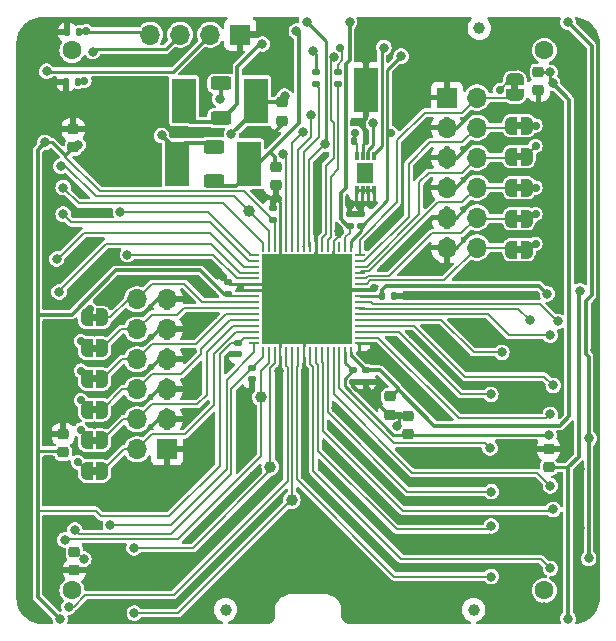
<source format=gbr>
%TF.GenerationSoftware,KiCad,Pcbnew,8.0.8-8.0.8-0~ubuntu22.04.1*%
%TF.CreationDate,2025-02-25T18:12:58-05:00*%
%TF.ProjectId,breakout-qfn,62726561-6b6f-4757-942d-71666e2e6b69,2.0*%
%TF.SameCoordinates,PX2b64660PY42c1d80*%
%TF.FileFunction,Copper,L1,Top*%
%TF.FilePolarity,Positive*%
%FSLAX46Y46*%
G04 Gerber Fmt 4.6, Leading zero omitted, Abs format (unit mm)*
G04 Created by KiCad (PCBNEW 8.0.8-8.0.8-0~ubuntu22.04.1) date 2025-02-25 18:12:58*
%MOMM*%
%LPD*%
G01*
G04 APERTURE LIST*
G04 Aperture macros list*
%AMRoundRect*
0 Rectangle with rounded corners*
0 $1 Rounding radius*
0 $2 $3 $4 $5 $6 $7 $8 $9 X,Y pos of 4 corners*
0 Add a 4 corners polygon primitive as box body*
4,1,4,$2,$3,$4,$5,$6,$7,$8,$9,$2,$3,0*
0 Add four circle primitives for the rounded corners*
1,1,$1+$1,$2,$3*
1,1,$1+$1,$4,$5*
1,1,$1+$1,$6,$7*
1,1,$1+$1,$8,$9*
0 Add four rect primitives between the rounded corners*
20,1,$1+$1,$2,$3,$4,$5,0*
20,1,$1+$1,$4,$5,$6,$7,0*
20,1,$1+$1,$6,$7,$8,$9,0*
20,1,$1+$1,$8,$9,$2,$3,0*%
%AMFreePoly0*
4,1,19,0.500000,-0.750000,0.000000,-0.750000,0.000000,-0.744911,-0.071157,-0.744911,-0.207708,-0.704816,-0.327430,-0.627875,-0.420627,-0.520320,-0.479746,-0.390866,-0.500000,-0.250000,-0.500000,0.250000,-0.479746,0.390866,-0.420627,0.520320,-0.327430,0.627875,-0.207708,0.704816,-0.071157,0.744911,0.000000,0.744911,0.000000,0.750000,0.500000,0.750000,0.500000,-0.750000,0.500000,-0.750000,
$1*%
%AMFreePoly1*
4,1,19,0.000000,0.744911,0.071157,0.744911,0.207708,0.704816,0.327430,0.627875,0.420627,0.520320,0.479746,0.390866,0.500000,0.250000,0.500000,-0.250000,0.479746,-0.390866,0.420627,-0.520320,0.327430,-0.627875,0.207708,-0.704816,0.071157,-0.744911,0.000000,-0.744911,0.000000,-0.750000,-0.500000,-0.750000,-0.500000,0.750000,0.000000,0.750000,0.000000,0.744911,0.000000,0.744911,
$1*%
G04 Aperture macros list end*
%TA.AperFunction,EtchedComponent*%
%ADD10C,0.000000*%
%TD*%
%TA.AperFunction,SMDPad,CuDef*%
%ADD11RoundRect,0.140000X0.170000X-0.140000X0.170000X0.140000X-0.170000X0.140000X-0.170000X-0.140000X0*%
%TD*%
%TA.AperFunction,SMDPad,CuDef*%
%ADD12RoundRect,0.140000X0.140000X0.170000X-0.140000X0.170000X-0.140000X-0.170000X0.140000X-0.170000X0*%
%TD*%
%TA.AperFunction,ComponentPad*%
%ADD13C,0.820000*%
%TD*%
%TA.AperFunction,ComponentPad*%
%ADD14C,0.630000*%
%TD*%
%TA.AperFunction,SMDPad,CuDef*%
%ADD15FreePoly0,0.000000*%
%TD*%
%TA.AperFunction,SMDPad,CuDef*%
%ADD16FreePoly1,0.000000*%
%TD*%
%TA.AperFunction,SMDPad,CuDef*%
%ADD17R,2.000000X3.800000*%
%TD*%
%TA.AperFunction,SMDPad,CuDef*%
%ADD18FreePoly0,180.000000*%
%TD*%
%TA.AperFunction,SMDPad,CuDef*%
%ADD19FreePoly1,180.000000*%
%TD*%
%TA.AperFunction,ComponentPad*%
%ADD20R,1.700000X1.700000*%
%TD*%
%TA.AperFunction,ComponentPad*%
%ADD21O,1.700000X1.700000*%
%TD*%
%TA.AperFunction,SMDPad,CuDef*%
%ADD22RoundRect,0.225000X-0.250000X0.225000X-0.250000X-0.225000X0.250000X-0.225000X0.250000X0.225000X0*%
%TD*%
%TA.AperFunction,SMDPad,CuDef*%
%ADD23RoundRect,0.140000X-0.170000X0.140000X-0.170000X-0.140000X0.170000X-0.140000X0.170000X0.140000X0*%
%TD*%
%TA.AperFunction,SMDPad,CuDef*%
%ADD24C,1.000000*%
%TD*%
%TA.AperFunction,SMDPad,CuDef*%
%ADD25RoundRect,0.135000X0.135000X0.185000X-0.135000X0.185000X-0.135000X-0.185000X0.135000X-0.185000X0*%
%TD*%
%TA.AperFunction,SMDPad,CuDef*%
%ADD26RoundRect,0.062500X0.362500X0.062500X-0.362500X0.062500X-0.362500X-0.062500X0.362500X-0.062500X0*%
%TD*%
%TA.AperFunction,SMDPad,CuDef*%
%ADD27RoundRect,0.062500X0.062500X0.362500X-0.062500X0.362500X-0.062500X-0.362500X0.062500X-0.362500X0*%
%TD*%
%TA.AperFunction,HeatsinkPad*%
%ADD28R,7.650000X7.650000*%
%TD*%
%TA.AperFunction,SMDPad,CuDef*%
%ADD29R,0.300000X0.750000*%
%TD*%
%TA.AperFunction,SMDPad,CuDef*%
%ADD30R,1.450000X1.750000*%
%TD*%
%TA.AperFunction,SMDPad,CuDef*%
%ADD31RoundRect,0.250000X-0.625000X0.312500X-0.625000X-0.312500X0.625000X-0.312500X0.625000X0.312500X0*%
%TD*%
%TA.AperFunction,SMDPad,CuDef*%
%ADD32RoundRect,0.225000X0.250000X-0.225000X0.250000X0.225000X-0.250000X0.225000X-0.250000X-0.225000X0*%
%TD*%
%TA.AperFunction,SMDPad,CuDef*%
%ADD33FreePoly0,90.000000*%
%TD*%
%TA.AperFunction,SMDPad,CuDef*%
%ADD34FreePoly1,90.000000*%
%TD*%
%TA.AperFunction,SMDPad,CuDef*%
%ADD35RoundRect,0.250000X0.625000X-0.312500X0.625000X0.312500X-0.625000X0.312500X-0.625000X-0.312500X0*%
%TD*%
%TA.AperFunction,SMDPad,CuDef*%
%ADD36RoundRect,0.135000X-0.185000X0.135000X-0.185000X-0.135000X0.185000X-0.135000X0.185000X0.135000X0*%
%TD*%
%TA.AperFunction,WasherPad*%
%ADD37C,1.600000*%
%TD*%
%TA.AperFunction,ViaPad*%
%ADD38C,0.700000*%
%TD*%
%TA.AperFunction,ViaPad*%
%ADD39C,0.800000*%
%TD*%
%TA.AperFunction,Conductor*%
%ADD40C,0.200000*%
%TD*%
%TA.AperFunction,Conductor*%
%ADD41C,0.254000*%
%TD*%
%TA.AperFunction,Conductor*%
%ADD42C,0.300000*%
%TD*%
%TA.AperFunction,Conductor*%
%ADD43C,0.250000*%
%TD*%
%TA.AperFunction,Conductor*%
%ADD44C,0.180000*%
%TD*%
G04 APERTURE END LIST*
D10*
%TA.AperFunction,EtchedComponent*%
%TO.C,JP10*%
G36*
X88600000Y-30425000D02*
G01*
X88100000Y-30425000D01*
X88100000Y-29825000D01*
X88600000Y-29825000D01*
X88600000Y-30425000D01*
G37*
%TD.AperFunction*%
%TA.AperFunction,EtchedComponent*%
%TO.C,JP7*%
G36*
X88600000Y-38300000D02*
G01*
X88100000Y-38300000D01*
X88100000Y-37700000D01*
X88600000Y-37700000D01*
X88600000Y-38300000D01*
G37*
%TD.AperFunction*%
%TA.AperFunction,EtchedComponent*%
%TO.C,JP1*%
G36*
X52650000Y-44050000D02*
G01*
X52150000Y-44050000D01*
X52150000Y-43450000D01*
X52650000Y-43450000D01*
X52650000Y-44050000D01*
G37*
%TD.AperFunction*%
%TA.AperFunction,EtchedComponent*%
%TO.C,JP6*%
G36*
X52650000Y-57050000D02*
G01*
X52150000Y-57050000D01*
X52150000Y-56450000D01*
X52650000Y-56450000D01*
X52650000Y-57050000D01*
G37*
%TD.AperFunction*%
%TA.AperFunction,EtchedComponent*%
%TO.C,JP4*%
G36*
X52650000Y-51850000D02*
G01*
X52150000Y-51850000D01*
X52150000Y-51250000D01*
X52650000Y-51250000D01*
X52650000Y-51850000D01*
G37*
%TD.AperFunction*%
%TA.AperFunction,EtchedComponent*%
%TO.C,JP9*%
G36*
X88600000Y-33050000D02*
G01*
X88100000Y-33050000D01*
X88100000Y-32450000D01*
X88600000Y-32450000D01*
X88600000Y-33050000D01*
G37*
%TD.AperFunction*%
%TA.AperFunction,EtchedComponent*%
%TO.C,JP8*%
G36*
X88600000Y-35675000D02*
G01*
X88100000Y-35675000D01*
X88100000Y-35075000D01*
X88600000Y-35075000D01*
X88600000Y-35675000D01*
G37*
%TD.AperFunction*%
%TA.AperFunction,EtchedComponent*%
%TO.C,JP3*%
G36*
X52650000Y-49250000D02*
G01*
X52150000Y-49250000D01*
X52150000Y-48650000D01*
X52650000Y-48650000D01*
X52650000Y-49250000D01*
G37*
%TD.AperFunction*%
%TA.AperFunction,EtchedComponent*%
%TO.C,JP5*%
G36*
X52650000Y-54450000D02*
G01*
X52150000Y-54450000D01*
X52150000Y-53850000D01*
X52650000Y-53850000D01*
X52650000Y-54450000D01*
G37*
%TD.AperFunction*%
%TA.AperFunction,EtchedComponent*%
%TO.C,JP11*%
G36*
X88600000Y-27800000D02*
G01*
X88100000Y-27800000D01*
X88100000Y-27200000D01*
X88600000Y-27200000D01*
X88600000Y-27800000D01*
G37*
%TD.AperFunction*%
%TA.AperFunction,EtchedComponent*%
%TO.C,JP12*%
G36*
X88300000Y-24500000D02*
G01*
X87700000Y-24500000D01*
X87700000Y-24000000D01*
X88300000Y-24000000D01*
X88300000Y-24500000D01*
G37*
%TD.AperFunction*%
%TA.AperFunction,EtchedComponent*%
%TO.C,JP2*%
G36*
X52650000Y-46650000D02*
G01*
X52150000Y-46650000D01*
X52150000Y-46050000D01*
X52650000Y-46050000D01*
X52650000Y-46650000D01*
G37*
%TD.AperFunction*%
%TD*%
D11*
%TO.P,C5,1*%
%TO.N,GND*%
X74300000Y-49180000D03*
%TO.P,C5,2*%
%TO.N,vccd_all*%
X74300000Y-48220000D03*
%TD*%
%TO.P,C4,1*%
%TO.N,GND*%
X65750000Y-48980000D03*
%TO.P,C4,2*%
%TO.N,vccd_all*%
X65750000Y-48020000D03*
%TD*%
%TO.P,C8,1*%
%TO.N,GND*%
X75400000Y-49180000D03*
%TO.P,C8,2*%
%TO.N,vddio*%
X75400000Y-48220000D03*
%TD*%
%TO.P,C6,1*%
%TO.N,vccd_all*%
X74000000Y-35980000D03*
%TO.P,C6,2*%
%TO.N,GND*%
X74000000Y-35020000D03*
%TD*%
%TO.P,C10,1*%
%TO.N,vdda_all*%
X67500000Y-35480000D03*
%TO.P,C10,2*%
%TO.N,GND*%
X67500000Y-34520000D03*
%TD*%
D12*
%TO.P,C13,1*%
%TO.N,GND*%
X77730000Y-41900000D03*
%TO.P,C13,2*%
%TO.N,vdda_all*%
X76770000Y-41900000D03*
%TD*%
D13*
%TO.P,STITCHB1,1*%
%TO.N,GND*%
X74100000Y-65600000D03*
%TD*%
D14*
%TO.P,STITCHM1,1*%
%TO.N,GND*%
X62400000Y-41800000D03*
%TD*%
D13*
%TO.P,STITCHB1,1*%
%TO.N,GND*%
X61650000Y-23200000D03*
%TD*%
%TO.P,STITCHB1,1*%
%TO.N,GND*%
X46800000Y-64300000D03*
%TD*%
D15*
%TO.P,JP10,1,A*%
%TO.N,/chip_an9*%
X87700000Y-30125000D03*
D16*
%TO.P,JP10,2,B*%
%TO.N,/hd_an9*%
X89000000Y-30125000D03*
%TD*%
D13*
%TO.P,STITCHB1,1*%
%TO.N,GND*%
X74100000Y-69100000D03*
%TD*%
D14*
%TO.P,STITCHM1,1*%
%TO.N,GND*%
X83150000Y-44150000D03*
%TD*%
D15*
%TO.P,JP7,1,A*%
%TO.N,/chip_an6*%
X87700000Y-38000000D03*
D16*
%TO.P,JP7,2,B*%
%TO.N,/hd_an6*%
X89000000Y-38000000D03*
%TD*%
D17*
%TO.P,TP3,1,1*%
%TO.N,vdda_in*%
X60000000Y-25400000D03*
%TD*%
D13*
%TO.P,STITCHB1,1*%
%TO.N,GND*%
X79200000Y-39700000D03*
%TD*%
%TO.P,STITCHB1,1*%
%TO.N,GND*%
X90550000Y-47100000D03*
%TD*%
D17*
%TO.P,TP2,1,1*%
%TO.N,vccd_all*%
X65500000Y-30750000D03*
%TD*%
D14*
%TO.P,STITCHM1,1*%
%TO.N,GND*%
X62500000Y-43600000D03*
%TD*%
D13*
%TO.P,STITCHB1,1*%
%TO.N,GND*%
X90500000Y-61700000D03*
%TD*%
D18*
%TO.P,JP1,1,A*%
%TO.N,/chip_an0*%
X53050000Y-43750000D03*
D19*
%TO.P,JP1,2,B*%
%TO.N,/hd_an0*%
X51750000Y-43750000D03*
%TD*%
D18*
%TO.P,JP6,1,A*%
%TO.N,/chip_an5*%
X53050000Y-56750000D03*
D19*
%TO.P,JP6,2,B*%
%TO.N,/hd_an5*%
X51750000Y-56750000D03*
%TD*%
D18*
%TO.P,JP4,1,A*%
%TO.N,/chip_an3*%
X53050000Y-51550000D03*
D19*
%TO.P,JP4,2,B*%
%TO.N,/hd_an3*%
X51750000Y-51550000D03*
%TD*%
D14*
%TO.P,STITCHM1,1*%
%TO.N,GND*%
X60700000Y-51900000D03*
%TD*%
D13*
%TO.P,STITCHB1,1*%
%TO.N,GND*%
X80400000Y-27900000D03*
%TD*%
%TO.P,STITCHB1,1*%
%TO.N,GND*%
X90600000Y-36600000D03*
%TD*%
%TO.P,STITCHB1,1*%
%TO.N,GND*%
X75900000Y-46900000D03*
%TD*%
%TO.P,STITCHB1,1*%
%TO.N,GND*%
X82100000Y-19900000D03*
%TD*%
D14*
%TO.P,STITCHM1,1*%
%TO.N,GND*%
X72800000Y-59600000D03*
%TD*%
%TO.P,STITCHM1,1*%
%TO.N,GND*%
X72800000Y-57500000D03*
%TD*%
D13*
%TO.P,STITCHB1,1*%
%TO.N,GND*%
X70300000Y-60800000D03*
%TD*%
%TO.P,STITCHB1,1*%
%TO.N,GND*%
X85500000Y-66850000D03*
%TD*%
D14*
%TO.P,STITCHM1,1*%
%TO.N,GND*%
X85100000Y-60900000D03*
%TD*%
D20*
%TO.P,J3,1,Pin_1*%
%TO.N,GND*%
X82250000Y-25130000D03*
D21*
%TO.P,J3,2,Pin_2*%
%TO.N,/chip_an11*%
X84790000Y-25130000D03*
%TO.P,J3,3,Pin_3*%
%TO.N,GND*%
X82250000Y-27670000D03*
%TO.P,J3,4,Pin_4*%
%TO.N,/chip_an10*%
X84790000Y-27670000D03*
%TO.P,J3,5,Pin_5*%
%TO.N,GND*%
X82250000Y-30210000D03*
%TO.P,J3,6,Pin_6*%
%TO.N,/chip_an9*%
X84790000Y-30210000D03*
%TO.P,J3,7,Pin_7*%
%TO.N,GND*%
X82250000Y-32750000D03*
%TO.P,J3,8,Pin_8*%
%TO.N,/chip_an8*%
X84790000Y-32750000D03*
%TO.P,J3,9,Pin_9*%
%TO.N,GND*%
X82250000Y-35290000D03*
%TO.P,J3,10,Pin_10*%
%TO.N,/chip_an7*%
X84790000Y-35290000D03*
%TO.P,J3,11,Pin_11*%
%TO.N,GND*%
X82250000Y-37830000D03*
%TO.P,J3,12,Pin_12*%
%TO.N,/chip_an6*%
X84790000Y-37830000D03*
%TD*%
D13*
%TO.P,STITCHB1,1*%
%TO.N,GND*%
X56800000Y-65100000D03*
%TD*%
%TO.P,STITCHB1,1*%
%TO.N,GND*%
X57400000Y-31300000D03*
%TD*%
%TO.P,STITCHB1,1*%
%TO.N,GND*%
X75150000Y-20000000D03*
%TD*%
D14*
%TO.P,STITCHM1,1*%
%TO.N,GND*%
X69100000Y-43500000D03*
%TD*%
D13*
%TO.P,STITCHB1,1*%
%TO.N,GND*%
X79300000Y-20650000D03*
%TD*%
D22*
%TO.P,C19,1*%
%TO.N,vddio*%
X77400000Y-50425000D03*
%TO.P,C19,2*%
%TO.N,GND*%
X77400000Y-51975000D03*
%TD*%
D20*
%TO.P,J2,1,Pin_1*%
%TO.N,GND*%
X58540000Y-54910000D03*
D21*
%TO.P,J2,2,Pin_2*%
%TO.N,/chip_an5*%
X56000000Y-54910000D03*
%TO.P,J2,3,Pin_3*%
%TO.N,GND*%
X58540000Y-52370000D03*
%TO.P,J2,4,Pin_4*%
%TO.N,/chip_an4*%
X56000000Y-52370000D03*
%TO.P,J2,5,Pin_5*%
%TO.N,GND*%
X58540000Y-49830000D03*
%TO.P,J2,6,Pin_6*%
%TO.N,/chip_an3*%
X56000000Y-49830000D03*
%TO.P,J2,7,Pin_7*%
%TO.N,GND*%
X58540000Y-47290000D03*
%TO.P,J2,8,Pin_8*%
%TO.N,/chip_an2*%
X56000000Y-47290000D03*
%TO.P,J2,9,Pin_9*%
%TO.N,GND*%
X58540000Y-44750000D03*
%TO.P,J2,10,Pin_10*%
%TO.N,/chip_an1*%
X56000000Y-44750000D03*
%TO.P,J2,11,Pin_11*%
%TO.N,GND*%
X58540000Y-42210000D03*
%TO.P,J2,12,Pin_12*%
%TO.N,/chip_an0*%
X56000000Y-42210000D03*
%TD*%
D23*
%TO.P,C7,1*%
%TO.N,GND*%
X75000000Y-35020000D03*
%TO.P,C7,2*%
%TO.N,vddio*%
X75000000Y-35980000D03*
%TD*%
D14*
%TO.P,STITCHM1,1*%
%TO.N,GND*%
X78200000Y-65000000D03*
%TD*%
D13*
%TO.P,STITCHB1,1*%
%TO.N,GND*%
X48650000Y-61800000D03*
%TD*%
D24*
%TO.P,TP8,1,1*%
%TO.N,/uio1*%
X69100000Y-59200000D03*
%TD*%
D13*
%TO.P,STITCHB1,1*%
%TO.N,GND*%
X93000000Y-21200000D03*
%TD*%
%TO.P,STITCHB1,1*%
%TO.N,GND*%
X52300000Y-31300000D03*
%TD*%
D25*
%TO.P,R1,1*%
%TO.N,/hd_c_rst_n*%
X51010000Y-23800000D03*
%TO.P,R1,2*%
%TO.N,GND*%
X49990000Y-23800000D03*
%TD*%
D24*
%TO.P,FID2,*%
%TO.N,*%
X85000000Y-19250000D03*
%TD*%
D13*
%TO.P,STITCHB1,1*%
%TO.N,GND*%
X50550000Y-38850000D03*
%TD*%
D15*
%TO.P,JP9,1,A*%
%TO.N,/chip_an8*%
X87700000Y-32750000D03*
D16*
%TO.P,JP9,2,B*%
%TO.N,/hd_an8*%
X89000000Y-32750000D03*
%TD*%
D14*
%TO.P,STITCHM1,1*%
%TO.N,GND*%
X60700000Y-50400000D03*
%TD*%
D13*
%TO.P,STITCHB1,1*%
%TO.N,GND*%
X58200000Y-59600000D03*
%TD*%
D14*
%TO.P,STITCHM1,1*%
%TO.N,GND*%
X72800000Y-51400000D03*
%TD*%
D22*
%TO.P,C14,1*%
%TO.N,vccd_all*%
X50700000Y-63575000D03*
%TO.P,C14,2*%
%TO.N,GND*%
X50700000Y-65125000D03*
%TD*%
%TO.P,C2,1*%
%TO.N,vccd_all*%
X67750000Y-30975000D03*
%TO.P,C2,2*%
%TO.N,GND*%
X67750000Y-32525000D03*
%TD*%
D14*
%TO.P,STITCHM1,1*%
%TO.N,GND*%
X69100000Y-40950000D03*
%TD*%
D26*
%TO.P,U1,1,vssa2*%
%TO.N,GND*%
X74850000Y-45950000D03*
%TO.P,U1,2,uo_out[1]*%
%TO.N,/uout1*%
X74850000Y-45450000D03*
%TO.P,U1,3,uo_out[2]*%
%TO.N,/uout2*%
X74850000Y-44950000D03*
%TO.P,U1,4,uo_out[3]*%
%TO.N,/uout3*%
X74850000Y-44450000D03*
%TO.P,U1,5,uo_out[4]*%
%TO.N,/uout4*%
X74850000Y-43950000D03*
%TO.P,U1,6,uo_out[5]*%
%TO.N,/uout5*%
X74850000Y-43450000D03*
%TO.P,U1,7,uo_out[6]*%
%TO.N,/uout6*%
X74850000Y-42950000D03*
%TO.P,U1,8,uo_out[7]*%
%TO.N,/uout7*%
X74850000Y-42450000D03*
%TO.P,U1,9,vdda2*%
%TO.N,vdda_all*%
X74850000Y-41950000D03*
%TO.P,U1,10,vssd2*%
%TO.N,GND*%
X74850000Y-41450000D03*
%TO.P,U1,11,analog[6]*%
%TO.N,/chip_an6*%
X74850000Y-40950000D03*
%TO.P,U1,12,analog[7]*%
%TO.N,/chip_an7*%
X74850000Y-40450000D03*
%TO.P,U1,13,analog[8]*%
%TO.N,/chip_an8*%
X74850000Y-39950000D03*
%TO.P,U1,14,analog[9]*%
%TO.N,/chip_an9*%
X74850000Y-39450000D03*
%TO.P,U1,15,analog[10]*%
%TO.N,/chip_an10*%
X74850000Y-38950000D03*
%TO.P,U1,16,analog[11]*%
%TO.N,/chip_an11*%
X74850000Y-38450000D03*
D27*
%TO.P,U1,17,vddio*%
%TO.N,vddio*%
X74150000Y-37750000D03*
%TO.P,U1,18,vccd*%
%TO.N,vccd_all*%
X73650000Y-37750000D03*
%TO.P,U1,19,NC*%
%TO.N,unconnected-(U1-NC-Pad19)*%
X73150000Y-37750000D03*
%TO.P,U1,20,vssa*%
%TO.N,GND*%
X72650000Y-37750000D03*
%TO.P,U1,21,resetb*%
%TO.N,/reset_b*%
X72150000Y-37750000D03*
%TO.P,U1,22,ctrl_ena*%
%TO.N,/c_ena*%
X71650000Y-37750000D03*
%TO.P,U1,23,vssd*%
%TO.N,GND*%
X71150000Y-37750000D03*
%TO.P,U1,24,ctrl_sel_inc*%
%TO.N,/c_sel_inc*%
X70650000Y-37750000D03*
%TO.P,U1,25,ctrl_sel_rst_n*%
%TO.N,/c_rst_n*%
X70150000Y-37750000D03*
%TO.P,U1,26,reserved*%
%TO.N,/RES1*%
X69650000Y-37750000D03*
%TO.P,U1,27,reserved*%
%TO.N,/RES2*%
X69150000Y-37750000D03*
%TO.P,U1,28,reserved*%
%TO.N,/RES3*%
X68650000Y-37750000D03*
%TO.P,U1,29,vssio*%
%TO.N,GND*%
X68150000Y-37750000D03*
%TO.P,U1,30,vdda*%
%TO.N,vdda_all*%
X67650000Y-37750000D03*
%TO.P,U1,31,ui_in[0]*%
%TO.N,/uin0*%
X67150000Y-37750000D03*
%TO.P,U1,32,ui_in[1]*%
%TO.N,/uin1*%
X66650000Y-37750000D03*
D26*
%TO.P,U1,33,ui_in[2]*%
%TO.N,/uin2*%
X65950000Y-38450000D03*
%TO.P,U1,34,ui_in[3]*%
%TO.N,/uin3*%
X65950000Y-38950000D03*
%TO.P,U1,35,ui_in[4]*%
%TO.N,/uin4*%
X65950000Y-39450000D03*
%TO.P,U1,36,ui_in[5]*%
%TO.N,/uin5*%
X65950000Y-39950000D03*
%TO.P,U1,37,ui_in[6]*%
%TO.N,/uin6*%
X65950000Y-40450000D03*
%TO.P,U1,38,vssa1*%
%TO.N,GND*%
X65950000Y-40950000D03*
%TO.P,U1,39,vssd1*%
X65950000Y-41450000D03*
%TO.P,U1,40,vdda1*%
%TO.N,vdda_all*%
X65950000Y-41950000D03*
%TO.P,U1,41,analog[0]*%
%TO.N,/chip_an0*%
X65950000Y-42450000D03*
%TO.P,U1,42,analog[1]*%
%TO.N,/chip_an1*%
X65950000Y-42950000D03*
%TO.P,U1,43,analog[2]*%
%TO.N,/chip_an2*%
X65950000Y-43450000D03*
%TO.P,U1,44,analog[3]*%
%TO.N,/chip_an3*%
X65950000Y-43950000D03*
%TO.P,U1,45,analog[4]*%
%TO.N,/chip_an4*%
X65950000Y-44450000D03*
%TO.P,U1,46,analog[5]*%
%TO.N,/chip_an5*%
X65950000Y-44950000D03*
%TO.P,U1,47,vdda1*%
%TO.N,vdda_all*%
X65950000Y-45450000D03*
%TO.P,U1,48,ui_in[7]*%
%TO.N,/uin7*%
X65950000Y-45950000D03*
D27*
%TO.P,U1,49,vccd1*%
%TO.N,vccd_all*%
X66650000Y-46650000D03*
%TO.P,U1,50,clk*%
%TO.N,/p_clk*%
X67150000Y-46650000D03*
%TO.P,U1,51,rst_n*%
%TO.N,/p_rst*%
X67650000Y-46650000D03*
%TO.P,U1,52,vssa1*%
%TO.N,GND*%
X68150000Y-46650000D03*
%TO.P,U1,53,uio[0]*%
%TO.N,/uio0*%
X68650000Y-46650000D03*
%TO.P,U1,54,uio[1]*%
%TO.N,/uio1*%
X69150000Y-46650000D03*
%TO.P,U1,55,uio[2]*%
%TO.N,/uio2*%
X69650000Y-46650000D03*
%TO.P,U1,56,vssio*%
%TO.N,GND*%
X70150000Y-46650000D03*
%TO.P,U1,57,uio[3]*%
%TO.N,/uio3*%
X70650000Y-46650000D03*
%TO.P,U1,58,uio[4]*%
%TO.N,/uio4*%
X71150000Y-46650000D03*
%TO.P,U1,59,uio[5]*%
%TO.N,/uio5*%
X71650000Y-46650000D03*
%TO.P,U1,60,uio[6]*%
%TO.N,/uio6*%
X72150000Y-46650000D03*
%TO.P,U1,61,uio[7]*%
%TO.N,/uio7*%
X72650000Y-46650000D03*
%TO.P,U1,62,uo_out[0]*%
%TO.N,/uout0*%
X73150000Y-46650000D03*
%TO.P,U1,63,vccd2*%
%TO.N,vccd_all*%
X73650000Y-46650000D03*
%TO.P,U1,64,vddio*%
%TO.N,vddio*%
X74150000Y-46650000D03*
D28*
%TO.P,U1,65,ThermalPad*%
%TO.N,GND*%
X70400000Y-42200000D03*
%TD*%
D13*
%TO.P,STITCHB1,1*%
%TO.N,GND*%
X83600000Y-40200000D03*
%TD*%
D14*
%TO.P,STITCHM1,1*%
%TO.N,GND*%
X64700000Y-56100000D03*
%TD*%
%TO.P,STITCHM1,1*%
%TO.N,GND*%
X68000000Y-54800000D03*
%TD*%
D13*
%TO.P,STITCHB1,1*%
%TO.N,GND*%
X90250000Y-59100000D03*
%TD*%
D14*
%TO.P,STITCHM1,1*%
%TO.N,GND*%
X75350000Y-31550000D03*
%TD*%
D13*
%TO.P,STITCHB1,1*%
%TO.N,GND*%
X50500000Y-36500000D03*
%TD*%
D14*
%TO.P,STITCHM1,1*%
%TO.N,GND*%
X55200000Y-21950000D03*
%TD*%
D15*
%TO.P,JP8,1,A*%
%TO.N,/chip_an7*%
X87700000Y-35375000D03*
D16*
%TO.P,JP8,2,B*%
%TO.N,/hd_an7*%
X89000000Y-35375000D03*
%TD*%
D13*
%TO.P,STITCHB1,1*%
%TO.N,GND*%
X57400000Y-26100000D03*
%TD*%
D18*
%TO.P,JP3,1,A*%
%TO.N,/chip_an2*%
X53050000Y-48950000D03*
D19*
%TO.P,JP3,2,B*%
%TO.N,/hd_an2*%
X51750000Y-48950000D03*
%TD*%
D24*
%TO.P,TP7,1,1*%
%TO.N,/p_rst*%
X67300000Y-56400000D03*
%TD*%
D18*
%TO.P,JP5,1,A*%
%TO.N,/chip_an4*%
X53050000Y-54150000D03*
D19*
%TO.P,JP5,2,B*%
%TO.N,/hd_an4*%
X51750000Y-54150000D03*
%TD*%
D13*
%TO.P,STITCHB1,1*%
%TO.N,GND*%
X90450000Y-50800000D03*
%TD*%
%TO.P,STITCHB1,1*%
%TO.N,GND*%
X81900000Y-52100000D03*
%TD*%
%TO.P,STITCHB1,1*%
%TO.N,GND*%
X93450000Y-66750000D03*
%TD*%
D29*
%TO.P,U2,1,A0*%
%TO.N,GND*%
X74600000Y-33000000D03*
%TO.P,U2,2,A1*%
X75100000Y-33000000D03*
%TO.P,U2,3,A2*%
X75600000Y-33000000D03*
%TO.P,U2,4,GND*%
X76100000Y-33000000D03*
%TO.P,U2,5,SDA*%
%TO.N,/hd_c_rst_n*%
X76100000Y-30100000D03*
%TO.P,U2,6,SCL*%
%TO.N,/c_sel_inc*%
X75600000Y-30100000D03*
%TO.P,U2,7,WP*%
%TO.N,GND*%
X75100000Y-30100000D03*
%TO.P,U2,8,VCC*%
%TO.N,vddio*%
X74600000Y-30100000D03*
D30*
%TO.P,U2,9*%
%TO.N,N/C*%
X75350000Y-31550000D03*
%TD*%
D24*
%TO.P,FID1,*%
%TO.N,*%
X63500000Y-68500000D03*
%TD*%
D31*
%TO.P,R3,1*%
%TO.N,vdda_all*%
X63100000Y-23937500D03*
%TO.P,R3,2*%
%TO.N,vdda_in*%
X63100000Y-26862500D03*
%TD*%
D14*
%TO.P,STITCHM1,1*%
%TO.N,GND*%
X72800000Y-55400000D03*
%TD*%
D13*
%TO.P,STITCHB1,1*%
%TO.N,GND*%
X50500000Y-41500000D03*
%TD*%
D11*
%TO.P,C11,1*%
%TO.N,vdda_all*%
X63700000Y-41730000D03*
%TO.P,C11,2*%
%TO.N,GND*%
X63700000Y-40770000D03*
%TD*%
D15*
%TO.P,JP11,1,A*%
%TO.N,/chip_an10*%
X87700000Y-27500000D03*
D16*
%TO.P,JP11,2,B*%
%TO.N,/hd_an10*%
X89000000Y-27500000D03*
%TD*%
D32*
%TO.P,C17,1*%
%TO.N,vdda_all*%
X49750000Y-55175000D03*
%TO.P,C17,2*%
%TO.N,GND*%
X49750000Y-53625000D03*
%TD*%
D13*
%TO.P,STITCHB1,1*%
%TO.N,GND*%
X85100000Y-63000000D03*
%TD*%
%TO.P,STITCHB1,1*%
%TO.N,GND*%
X74100000Y-63300000D03*
%TD*%
D23*
%TO.P,C12,1*%
%TO.N,vdda_all*%
X64600000Y-45920000D03*
%TO.P,C12,2*%
%TO.N,GND*%
X64600000Y-46880000D03*
%TD*%
D13*
%TO.P,STITCHB1,1*%
%TO.N,GND*%
X85100000Y-55700000D03*
%TD*%
%TO.P,STITCHB1,1*%
%TO.N,GND*%
X90550000Y-40250000D03*
%TD*%
%TO.P,STITCHB1,1*%
%TO.N,GND*%
X49700000Y-33900000D03*
%TD*%
D22*
%TO.P,C3,1*%
%TO.N,vdda_all*%
X68300000Y-25525000D03*
%TO.P,C3,2*%
%TO.N,GND*%
X68300000Y-27075000D03*
%TD*%
D13*
%TO.P,STITCHB1,1*%
%TO.N,GND*%
X88000000Y-54450000D03*
%TD*%
D33*
%TO.P,JP12,1,A*%
%TO.N,/chip_an11*%
X88000000Y-24900000D03*
D34*
%TO.P,JP12,2,B*%
%TO.N,/hd_an11*%
X88000000Y-23600000D03*
%TD*%
D32*
%TO.P,C16,1*%
%TO.N,vdda_all*%
X90850000Y-56425000D03*
%TO.P,C16,2*%
%TO.N,GND*%
X90850000Y-54875000D03*
%TD*%
D14*
%TO.P,STITCHM1,1*%
%TO.N,GND*%
X76800000Y-39600000D03*
%TD*%
%TO.P,STITCHM1,1*%
%TO.N,GND*%
X51000000Y-68800000D03*
%TD*%
%TO.P,STITCHM1,1*%
%TO.N,GND*%
X60400000Y-62600000D03*
%TD*%
D13*
%TO.P,STITCHB1,1*%
%TO.N,GND*%
X68400000Y-19400000D03*
%TD*%
D14*
%TO.P,STITCHM1,1*%
%TO.N,GND*%
X77800000Y-45700000D03*
%TD*%
%TO.P,STITCHM1,1*%
%TO.N,GND*%
X72800000Y-53400000D03*
%TD*%
D24*
%TO.P,TP6,1,1*%
%TO.N,/p_clk*%
X66500000Y-50500000D03*
%TD*%
D13*
%TO.P,STITCHB1,1*%
%TO.N,GND*%
X85100000Y-51100000D03*
%TD*%
D17*
%TO.P,TP4,1,1*%
%TO.N,vccd_in*%
X59400000Y-30750000D03*
%TD*%
D35*
%TO.P,R4,1*%
%TO.N,vccd_all*%
X62500000Y-32212500D03*
%TO.P,R4,2*%
%TO.N,vccd_in*%
X62500000Y-29287500D03*
%TD*%
D13*
%TO.P,STITCHB1,1*%
%TO.N,GND*%
X46800000Y-28800000D03*
%TD*%
%TO.P,STITCHB1,1*%
%TO.N,GND*%
X90600000Y-30000000D03*
%TD*%
D14*
%TO.P,STITCHM1,1*%
%TO.N,GND*%
X65800000Y-57100000D03*
%TD*%
D13*
%TO.P,STITCHB1,1*%
%TO.N,GND*%
X50300000Y-44400000D03*
%TD*%
D14*
%TO.P,STITCHM1,1*%
%TO.N,GND*%
X79300000Y-45200000D03*
%TD*%
D24*
%TO.P,TP5,1,1*%
%TO.N,/uin0*%
X65500000Y-34750000D03*
%TD*%
D13*
%TO.P,STITCHB1,1*%
%TO.N,GND*%
X46750000Y-23550000D03*
%TD*%
D24*
%TO.P,FID3,*%
%TO.N,*%
X84500000Y-68500000D03*
%TD*%
D14*
%TO.P,STITCHM1,1*%
%TO.N,GND*%
X48300000Y-69300000D03*
%TD*%
D20*
%TO.P,J1,1,Pin_1*%
%TO.N,GND*%
X64750000Y-19800000D03*
D21*
%TO.P,J1,2,Pin_2*%
%TO.N,/c_sel_inc*%
X62210000Y-19800000D03*
%TO.P,J1,3,Pin_3*%
%TO.N,/hd_c_rst_n*%
X59670000Y-19800000D03*
%TO.P,J1,4,Pin_4*%
%TO.N,/c_ena*%
X57130000Y-19800000D03*
%TD*%
D22*
%TO.P,C1,1*%
%TO.N,vddio*%
X90000000Y-22975000D03*
%TO.P,C1,2*%
%TO.N,GND*%
X90000000Y-24525000D03*
%TD*%
D13*
%TO.P,STITCHB1,1*%
%TO.N,GND*%
X61000000Y-69100000D03*
%TD*%
D14*
%TO.P,STITCHM1,1*%
%TO.N,GND*%
X81500000Y-41900000D03*
%TD*%
D13*
%TO.P,STITCHB1,1*%
%TO.N,GND*%
X46800000Y-33800000D03*
%TD*%
%TO.P,STITCHB1,1*%
%TO.N,GND*%
X48450000Y-54200000D03*
%TD*%
%TO.P,STITCHB1,1*%
%TO.N,GND*%
X78000000Y-52900000D03*
%TD*%
D14*
%TO.P,STITCHM1,1*%
%TO.N,GND*%
X60950000Y-18700000D03*
%TD*%
D13*
%TO.P,STITCHB1,1*%
%TO.N,GND*%
X66900000Y-63300000D03*
%TD*%
D18*
%TO.P,JP2,1,A*%
%TO.N,/chip_an1*%
X53050000Y-46350000D03*
D19*
%TO.P,JP2,2,B*%
%TO.N,/hd_an1*%
X51750000Y-46350000D03*
%TD*%
D13*
%TO.P,STITCHB1,1*%
%TO.N,GND*%
X48650000Y-59200000D03*
%TD*%
D25*
%TO.P,R2,1*%
%TO.N,/c_ena*%
X51110000Y-19600000D03*
%TO.P,R2,2*%
%TO.N,GND*%
X50090000Y-19600000D03*
%TD*%
D13*
%TO.P,STITCHB1,1*%
%TO.N,GND*%
X85100000Y-59300000D03*
%TD*%
D14*
%TO.P,STITCHM1,1*%
%TO.N,GND*%
X71700000Y-40950000D03*
%TD*%
D13*
%TO.P,STITCHB1,1*%
%TO.N,GND*%
X46800000Y-49000000D03*
%TD*%
D14*
%TO.P,STITCHM1,1*%
%TO.N,GND*%
X75900000Y-37400000D03*
%TD*%
D13*
%TO.P,STITCHB1,1*%
%TO.N,GND*%
X46800000Y-41500000D03*
%TD*%
D36*
%TO.P,R7,1*%
%TO.N,/hd_c_rst_n*%
X73000000Y-22990000D03*
%TO.P,R7,2*%
%TO.N,/reset_b*%
X73000000Y-24010000D03*
%TD*%
%TO.P,R6,1*%
%TO.N,/hd_c_rst_n*%
X71150000Y-22980000D03*
%TO.P,R6,2*%
%TO.N,/c_rst_n*%
X71150000Y-24000000D03*
%TD*%
D13*
%TO.P,STITCHB1,1*%
%TO.N,GND*%
X66900000Y-69100000D03*
%TD*%
%TO.P,STITCHB1,1*%
%TO.N,GND*%
X66900000Y-65600000D03*
%TD*%
D14*
%TO.P,STITCHM1,1*%
%TO.N,GND*%
X81050000Y-44750000D03*
%TD*%
%TO.P,STITCHM1,1*%
%TO.N,GND*%
X85100000Y-57700000D03*
%TD*%
%TO.P,STITCHM1,1*%
%TO.N,GND*%
X60900000Y-48300000D03*
%TD*%
D17*
%TO.P,TP9,1,1*%
%TO.N,GND*%
X75400000Y-24500000D03*
%TD*%
D13*
%TO.P,STITCHB1,1*%
%TO.N,GND*%
X56800000Y-68000000D03*
%TD*%
D32*
%TO.P,C15,1*%
%TO.N,vdda_all*%
X50600000Y-29350000D03*
%TO.P,C15,2*%
%TO.N,GND*%
X50600000Y-27800000D03*
%TD*%
D12*
%TO.P,C9,1*%
%TO.N,GND*%
X75380000Y-28800000D03*
%TO.P,C9,2*%
%TO.N,vddio*%
X74420000Y-28800000D03*
%TD*%
D13*
%TO.P,STITCHB1,1*%
%TO.N,GND*%
X78700000Y-55200000D03*
%TD*%
%TO.P,STITCHB1,1*%
%TO.N,GND*%
X46800000Y-56700000D03*
%TD*%
%TO.P,STITCHB1,1*%
%TO.N,GND*%
X61750000Y-26000000D03*
%TD*%
D17*
%TO.P,TP1,1,1*%
%TO.N,vdda_all*%
X66100000Y-25400000D03*
%TD*%
D14*
%TO.P,STITCHM1,1*%
%TO.N,GND*%
X71700000Y-43500000D03*
%TD*%
%TO.P,STITCHM1,1*%
%TO.N,GND*%
X50100000Y-18700000D03*
%TD*%
%TO.P,STITCHM1,1*%
%TO.N,GND*%
X62200000Y-52900000D03*
%TD*%
%TO.P,STITCHM1,1*%
%TO.N,GND*%
X53400000Y-41700000D03*
%TD*%
D13*
%TO.P,STITCHB1,1*%
%TO.N,GND*%
X80400000Y-30600000D03*
%TD*%
D32*
%TO.P,C18,1*%
%TO.N,vccd_all*%
X78950000Y-53625000D03*
%TO.P,C18,2*%
%TO.N,GND*%
X78950000Y-52075000D03*
%TD*%
D13*
%TO.P,STITCHB1,1*%
%TO.N,GND*%
X78200000Y-27000000D03*
%TD*%
D14*
%TO.P,STITCHM1,1*%
%TO.N,GND*%
X71300000Y-32700000D03*
%TD*%
D37*
%TO.P,CON2,*%
%TO.N,*%
X90500000Y-66860000D03*
X90500000Y-21140000D03*
%TD*%
%TO.P,CON1,*%
%TO.N,*%
X50500000Y-66860000D03*
X50500000Y-21140000D03*
%TD*%
D38*
%TO.N,GND*%
X54840764Y-48756779D03*
X70250000Y-48250000D03*
D39*
X76700000Y-49500000D03*
D38*
X86000000Y-31400000D03*
X78750002Y-41900003D03*
D39*
X90500000Y-68260003D03*
D38*
X55100000Y-43500000D03*
D39*
X93500000Y-56600000D03*
D38*
X86200000Y-36400000D03*
D39*
X75500000Y-50000000D03*
X93600000Y-39000000D03*
X94800000Y-46500000D03*
X93700000Y-35100000D03*
X93500000Y-61610002D03*
D38*
X54724266Y-51360664D03*
D39*
X88000000Y-21200000D03*
D38*
X60300000Y-46900000D03*
X65300000Y-50200000D03*
X54830180Y-53844192D03*
X86100000Y-26400000D03*
D39*
X62200000Y-56100000D03*
X67500000Y-28250000D03*
D38*
X86100000Y-34000000D03*
D39*
X74000000Y-34250000D03*
D38*
X86100000Y-28900000D03*
D39*
X50600000Y-26650000D03*
D38*
X71290000Y-36400000D03*
X55016000Y-46007667D03*
D39*
X68043309Y-48304755D03*
D38*
X63250004Y-40308092D03*
X60300000Y-42200000D03*
X63673909Y-47939336D03*
D39*
X73140000Y-36425000D03*
X93600000Y-27600000D03*
D38*
X80600000Y-32800000D03*
X76043906Y-41272142D03*
D39*
X90700000Y-25750000D03*
X75400000Y-21950000D03*
X74900000Y-34300010D03*
X67750000Y-33600000D03*
X52150000Y-65050000D03*
X85700000Y-47800000D03*
D38*
%TO.N,vddio*%
X77500000Y-28100000D03*
D39*
X91200000Y-23900000D03*
X91000000Y-23000000D03*
D38*
X74500000Y-28100000D03*
D39*
X78374998Y-21625002D03*
%TO.N,vdda_all*%
X90750000Y-41750000D03*
X92500000Y-69250000D03*
X48200000Y-28929998D03*
X68500000Y-25000000D03*
X51026892Y-29127096D03*
X93499998Y-41500000D03*
X64000000Y-28250000D03*
X63000000Y-25250000D03*
X49500000Y-69300000D03*
%TO.N,vdda_in*%
X66631492Y-20600000D03*
%TO.N,vccd_in*%
X58090000Y-28340000D03*
%TO.N,/RES3*%
X68400000Y-29914164D03*
%TO.N,/RES2*%
X70065686Y-28065686D03*
%TO.N,/uin1*%
X49750000Y-32750000D03*
%TO.N,/uio1*%
X55780331Y-68780331D03*
%TO.N,/uin0*%
X49559313Y-30940687D03*
%TO.N,/uio4*%
X86000000Y-61400000D03*
%TO.N,/p_clk*%
X49876345Y-62582437D03*
D38*
%TO.N,/hd_an2*%
X51250000Y-48250000D03*
D39*
%TO.N,/uio3*%
X91000000Y-65000000D03*
D38*
%TO.N,/hd_an0*%
X52015000Y-43000000D03*
D39*
%TO.N,/uio7*%
X91000000Y-58000000D03*
%TO.N,/uin5*%
X49400000Y-41600000D03*
%TO.N,/c_sel_inc*%
X48350000Y-22900000D03*
X71900000Y-29100000D03*
X76000000Y-27323000D03*
X70370711Y-18700000D03*
D38*
%TO.N,/hd_an3*%
X51250000Y-50750000D03*
%TO.N,/hd_an5*%
X51000000Y-56000000D03*
%TO.N,/c_ena*%
X51700000Y-19500000D03*
D39*
X72700004Y-21700000D03*
%TO.N,/uin4*%
X49200000Y-38800000D03*
%TO.N,/uin3*%
X49750000Y-35000000D03*
%TO.N,/uin2*%
X54600004Y-34800000D03*
%TO.N,/uio0*%
X50250000Y-68250000D03*
%TO.N,/uio2*%
X86000000Y-65688478D03*
%TO.N,/uin6*%
X55200000Y-38425000D03*
D38*
%TO.N,/hd_an4*%
X51250000Y-53250000D03*
D39*
%TO.N,/p_rst*%
X55750000Y-63250000D03*
%TO.N,/uio6*%
X86000000Y-58500000D03*
%TO.N,/uio5*%
X91250000Y-60000000D03*
D38*
%TO.N,/hd_an1*%
X51250000Y-45750000D03*
%TO.N,/hd_an10*%
X89750000Y-27500000D03*
%TO.N,/hd_an11*%
X86715000Y-24500000D03*
D39*
%TO.N,/uout2*%
X85969669Y-50250000D03*
%TO.N,/uout7*%
X91623656Y-44082436D03*
%TO.N,/uout0*%
X85894525Y-54798773D03*
D38*
%TO.N,/hd_an9*%
X89750000Y-29250000D03*
D39*
%TO.N,/uout4*%
X86900000Y-46700000D03*
D38*
%TO.N,/hd_an6*%
X89750000Y-37500000D03*
D39*
%TO.N,/uout3*%
X91250000Y-49500000D03*
%TO.N,/uout1*%
X91000000Y-51950000D03*
D38*
%TO.N,/hd_an8*%
X89750000Y-32750000D03*
D39*
%TO.N,/uout6*%
X89250000Y-44000018D03*
D38*
%TO.N,/hd_an7*%
X89750000Y-35000000D03*
D39*
%TO.N,/uout5*%
X91000000Y-45250000D03*
%TO.N,/RES1*%
X70750004Y-26650004D03*
%TO.N,/hd_c_rst_n*%
X52250000Y-21250000D03*
X70900000Y-21200000D03*
X76900000Y-20900000D03*
D38*
X51550000Y-23700000D03*
X73200000Y-20900000D03*
D39*
%TO.N,/uin7*%
X53750000Y-61350000D03*
%TO.N,vccd_all*%
X50750000Y-61750000D03*
X90900000Y-53700000D03*
X74000000Y-18750000D03*
X94250000Y-64150002D03*
X94300000Y-53990002D03*
X92500000Y-18750000D03*
X51500000Y-64200000D03*
X69499994Y-19500000D03*
%TD*%
D40*
%TO.N,GND*%
X70150000Y-42450000D02*
X70400000Y-42200000D01*
D41*
X90650000Y-25700000D02*
X90700000Y-25750000D01*
D42*
X75400000Y-49180000D02*
X76380000Y-49180000D01*
D43*
X82980000Y-27670000D02*
X84250000Y-26400000D01*
D41*
X75400000Y-20250000D02*
X75150000Y-20000000D01*
D40*
X68150000Y-48198064D02*
X68043309Y-48304755D01*
X75200010Y-34000000D02*
X74900000Y-34300010D01*
D43*
X76800000Y-39500000D02*
X76800000Y-39600000D01*
D41*
X64800000Y-40950000D02*
X63880000Y-40950000D01*
D43*
X84300000Y-36550000D02*
X86050000Y-36550000D01*
D41*
X65950000Y-40950000D02*
X64800000Y-40950000D01*
D43*
X83040000Y-30210000D02*
X84300000Y-28950000D01*
D41*
X72827000Y-36623000D02*
X73025000Y-36425000D01*
D43*
X82950000Y-32750000D02*
X84200000Y-31500000D01*
D41*
X64800000Y-41250000D02*
X64800000Y-40950000D01*
D42*
X74850000Y-41450000D02*
X75866048Y-41450000D01*
D40*
X76100000Y-33000000D02*
X76100000Y-33900000D01*
D42*
X64900000Y-19650000D02*
X68150000Y-19650000D01*
D41*
X63880000Y-40950000D02*
X63700000Y-40770000D01*
D43*
X82250000Y-37830000D02*
X83020000Y-37830000D01*
D41*
X75100000Y-30100000D02*
X75100000Y-29080000D01*
D43*
X82250000Y-32750000D02*
X82950000Y-32750000D01*
X82250000Y-32750000D02*
X80650000Y-32750000D01*
X56500000Y-53650000D02*
X55024372Y-53650000D01*
X82250000Y-30210000D02*
X80790000Y-30210000D01*
D41*
X78200000Y-52700000D02*
X78200000Y-51975000D01*
X75500000Y-50125000D02*
X75500000Y-50000000D01*
D40*
X70150000Y-46650000D02*
X70150000Y-42450000D01*
D41*
X90000000Y-24525000D02*
X90000000Y-25450000D01*
X78200000Y-51975000D02*
X77400000Y-51975000D01*
D43*
X55024372Y-53650000D02*
X54830180Y-53844192D01*
D41*
X75400000Y-21950000D02*
X75400000Y-20250000D01*
X65950000Y-40950000D02*
X69150000Y-40950000D01*
X90000000Y-25450000D02*
X90250000Y-25700000D01*
X75100000Y-29080000D02*
X75380000Y-28800000D01*
D43*
X56592333Y-46007667D02*
X55016000Y-46007667D01*
X54984930Y-51100000D02*
X54724266Y-51360664D01*
X56550000Y-48600000D02*
X54997543Y-48600000D01*
X57661701Y-42210000D02*
X56371701Y-43500000D01*
D40*
X74000000Y-35020000D02*
X74000000Y-34250000D01*
X65700000Y-49030000D02*
X65700000Y-49800000D01*
D41*
X65950000Y-41450000D02*
X65000000Y-41450000D01*
D43*
X80650000Y-32750000D02*
X80600000Y-32800000D01*
D40*
X63700000Y-40770000D02*
X63700000Y-40758088D01*
D41*
X65950000Y-41450000D02*
X69650000Y-41450000D01*
D40*
X76000000Y-34000000D02*
X75200010Y-34000000D01*
X63673909Y-47026091D02*
X63673909Y-47939336D01*
X64600000Y-46880000D02*
X63820000Y-46880000D01*
D42*
X74700000Y-50000000D02*
X75500000Y-50000000D01*
D41*
X68150000Y-37750000D02*
X68150000Y-34000000D01*
D42*
X74300000Y-49600000D02*
X74700000Y-50000000D01*
D43*
X81010000Y-35290000D02*
X76800000Y-39500000D01*
D41*
X77400000Y-51975000D02*
X77350000Y-51975000D01*
X78850000Y-51975000D02*
X77400000Y-51975000D01*
D42*
X68150000Y-19650000D02*
X68400000Y-19400000D01*
D41*
X77350000Y-51975000D02*
X75500000Y-50125000D01*
D40*
X63820000Y-46880000D02*
X63673909Y-47026091D01*
D41*
X68150000Y-34000000D02*
X67750000Y-33600000D01*
D42*
X74850000Y-41450000D02*
X71150000Y-41450000D01*
D41*
X78000000Y-52900000D02*
X78200000Y-52700000D01*
D40*
X72650000Y-37750000D02*
X72650000Y-39950000D01*
D42*
X78749999Y-41900000D02*
X78750002Y-41900003D01*
X75866048Y-41450000D02*
X76043906Y-41272142D01*
D43*
X58540000Y-47290000D02*
X59910000Y-47290000D01*
D41*
X71150000Y-41450000D02*
X70400000Y-42200000D01*
D40*
X74900000Y-34920000D02*
X74900000Y-34300010D01*
D41*
X65000000Y-41450000D02*
X64800000Y-41250000D01*
D42*
X68300000Y-27075000D02*
X68300000Y-27450000D01*
X74300000Y-49180000D02*
X74300000Y-49600000D01*
D41*
X52075000Y-65125000D02*
X52150000Y-65050000D01*
D43*
X58540000Y-49830000D02*
X57770000Y-49830000D01*
X58540000Y-42210000D02*
X60290000Y-42210000D01*
D41*
X68150000Y-37750000D02*
X68150000Y-39950000D01*
X50600000Y-27800000D02*
X50600000Y-26650000D01*
X75380000Y-28800000D02*
X75380000Y-28785682D01*
D43*
X82250000Y-35290000D02*
X83010000Y-35290000D01*
D42*
X64750000Y-19800000D02*
X64900000Y-19650000D01*
D41*
X78950000Y-52075000D02*
X78850000Y-51975000D01*
D43*
X58540000Y-44750000D02*
X57850000Y-44750000D01*
X56500000Y-51100000D02*
X54984930Y-51100000D01*
X56371701Y-43500000D02*
X55100000Y-43500000D01*
X57770000Y-49830000D02*
X56500000Y-51100000D01*
X82250000Y-27670000D02*
X82980000Y-27670000D01*
D41*
X69150000Y-40950000D02*
X70400000Y-42200000D01*
X67750000Y-32525000D02*
X67750000Y-33600000D01*
D40*
X65700000Y-49800000D02*
X65300000Y-50200000D01*
D42*
X76380000Y-49180000D02*
X76700000Y-49500000D01*
D40*
X63700000Y-40758088D02*
X63250004Y-40308092D01*
X68150000Y-46650000D02*
X68150000Y-48198064D01*
D43*
X82250000Y-30210000D02*
X83040000Y-30210000D01*
X83020000Y-37830000D02*
X84300000Y-36550000D01*
X50500000Y-41500000D02*
X52800000Y-39200000D01*
X59910000Y-47290000D02*
X60300000Y-46900000D01*
X62141912Y-39200000D02*
X63250004Y-40308092D01*
X54997543Y-48600000D02*
X54840764Y-48756779D01*
X85900000Y-31500000D02*
X86000000Y-31400000D01*
D41*
X90250000Y-25700000D02*
X90650000Y-25700000D01*
D43*
X82250000Y-35290000D02*
X81010000Y-35290000D01*
D40*
X65750000Y-48980000D02*
X65700000Y-49030000D01*
D43*
X84200000Y-31500000D02*
X85900000Y-31500000D01*
D40*
X70150000Y-46650000D02*
X70150000Y-48150000D01*
D43*
X84250000Y-26400000D02*
X86100000Y-26400000D01*
D41*
X71150000Y-37750000D02*
X71150000Y-41450000D01*
X75200000Y-27100000D02*
X75400000Y-26900000D01*
D43*
X58540000Y-42210000D02*
X57661701Y-42210000D01*
D40*
X68150000Y-46650000D02*
X68150000Y-44450000D01*
D43*
X58540000Y-52370000D02*
X57780000Y-52370000D01*
D40*
X73140000Y-36820614D02*
X73140000Y-36425000D01*
D43*
X57860000Y-47290000D02*
X56550000Y-48600000D01*
D40*
X76100000Y-33900000D02*
X76000000Y-34000000D01*
D43*
X57850000Y-44750000D02*
X56592333Y-46007667D01*
D40*
X72650000Y-37310614D02*
X73140000Y-36820614D01*
D41*
X75400000Y-26900000D02*
X75400000Y-24500000D01*
X69650000Y-41450000D02*
X70400000Y-42200000D01*
D43*
X84300000Y-34000000D02*
X86100000Y-34000000D01*
D41*
X71150000Y-37750000D02*
X71150000Y-36540000D01*
X68150000Y-39950000D02*
X70400000Y-42200000D01*
D43*
X86050000Y-36550000D02*
X86200000Y-36400000D01*
D41*
X75380000Y-28785682D02*
X75200000Y-28605682D01*
D40*
X68150000Y-44450000D02*
X70400000Y-42200000D01*
D43*
X84300000Y-28950000D02*
X86050000Y-28950000D01*
D42*
X77730000Y-41900000D02*
X78749999Y-41900000D01*
X68300000Y-27450000D02*
X67500000Y-28250000D01*
D40*
X67500000Y-33850000D02*
X67750000Y-33600000D01*
D43*
X57780000Y-52370000D02*
X56500000Y-53650000D01*
X83010000Y-35290000D02*
X84300000Y-34000000D01*
X52800000Y-39200000D02*
X62141912Y-39200000D01*
D41*
X75200000Y-28605682D02*
X75200000Y-27100000D01*
X73025000Y-36425000D02*
X73140000Y-36425000D01*
D40*
X72650000Y-37750000D02*
X72650000Y-37310614D01*
D43*
X58540000Y-47290000D02*
X57860000Y-47290000D01*
D40*
X70150000Y-48150000D02*
X70250000Y-48250000D01*
D41*
X71150000Y-36540000D02*
X71290000Y-36400000D01*
X75400000Y-24500000D02*
X75400000Y-21950000D01*
X50700000Y-65125000D02*
X52075000Y-65125000D01*
D43*
X60290000Y-42210000D02*
X60300000Y-42200000D01*
D40*
X72650000Y-39950000D02*
X70400000Y-42200000D01*
X67500000Y-34520000D02*
X67500000Y-33850000D01*
D43*
X86050000Y-28950000D02*
X86100000Y-28900000D01*
D40*
X75000000Y-35020000D02*
X74900000Y-34920000D01*
D43*
X80790000Y-30210000D02*
X80400000Y-30600000D01*
D41*
%TO.N,vddio*%
X77500000Y-28100000D02*
X77281000Y-28100000D01*
X77181000Y-33819000D02*
X77181000Y-28000000D01*
X74420000Y-28800000D02*
X74420000Y-28180000D01*
D40*
X74600000Y-28980000D02*
X74420000Y-28800000D01*
D41*
X74150000Y-46970000D02*
X75400000Y-48220000D01*
X77181000Y-22819000D02*
X78374998Y-21625002D01*
X77475000Y-50425000D02*
X78075000Y-49825000D01*
X91000000Y-23700000D02*
X91200000Y-23900000D01*
D42*
X92600000Y-25300000D02*
X91200000Y-23900000D01*
X75400000Y-48220000D02*
X76551371Y-48220000D01*
X92600000Y-52100000D02*
X92600000Y-25300000D01*
D41*
X74150000Y-37250000D02*
X75000000Y-36400000D01*
D42*
X81150000Y-52900000D02*
X91800000Y-52900000D01*
D41*
X75020000Y-35980000D02*
X77181000Y-33819000D01*
X75000000Y-35980000D02*
X75020000Y-35980000D01*
D40*
X74600000Y-30100000D02*
X74600000Y-28980000D01*
D41*
X91000000Y-23000000D02*
X91000000Y-23700000D01*
X74150000Y-46650000D02*
X74150000Y-46970000D01*
X74150000Y-37750000D02*
X74150000Y-37250000D01*
D42*
X91800000Y-52900000D02*
X92600000Y-52100000D01*
D41*
X75000000Y-36400000D02*
X75000000Y-35980000D01*
D42*
X78075000Y-49743629D02*
X78075000Y-49825000D01*
X78075000Y-49825000D02*
X81150000Y-52900000D01*
D41*
X90000000Y-22975000D02*
X90025000Y-23000000D01*
X90025000Y-23000000D02*
X91000000Y-23000000D01*
D42*
X76551371Y-48220000D02*
X78075000Y-49743629D01*
D41*
X77400000Y-50425000D02*
X77475000Y-50425000D01*
X77281000Y-28100000D02*
X77181000Y-28000000D01*
X77181000Y-28000000D02*
X77181000Y-22819000D01*
X74420000Y-28180000D02*
X74500000Y-28100000D01*
D40*
%TO.N,vdda_all*%
X50803988Y-29350000D02*
X51026892Y-29127096D01*
X67500000Y-35480000D02*
X67650000Y-35630000D01*
D42*
X92500000Y-69250000D02*
X92500000Y-56450000D01*
D41*
X49750000Y-55175000D02*
X49625000Y-55050000D01*
D42*
X68500000Y-25325000D02*
X68300000Y-25525000D01*
X47700000Y-43500000D02*
X50472911Y-43500000D01*
D41*
X48200000Y-28929998D02*
X48829998Y-28929998D01*
D40*
X50600000Y-29350000D02*
X50803988Y-29350000D01*
D42*
X68500000Y-25000000D02*
X68500000Y-25325000D01*
X63100000Y-23937500D02*
X63100000Y-25150000D01*
D40*
X49925000Y-30025000D02*
X49925000Y-30125000D01*
X63920000Y-41950000D02*
X63700000Y-41730000D01*
D41*
X76720000Y-41950000D02*
X76770000Y-41900000D01*
D42*
X50472911Y-43500000D02*
X54222911Y-39750000D01*
X54222911Y-39750000D02*
X61381247Y-39750000D01*
X47600000Y-29529998D02*
X47600000Y-55050000D01*
D40*
X65950000Y-45450000D02*
X65070000Y-45450000D01*
D42*
X47600000Y-55050000D02*
X47600000Y-67400000D01*
D41*
X74850000Y-41950000D02*
X76720000Y-41950000D01*
D42*
X92500000Y-56450000D02*
X93400000Y-55550000D01*
D40*
X52500000Y-60100000D02*
X47600000Y-60100000D01*
D42*
X68300000Y-25525000D02*
X66225000Y-25525000D01*
X66225000Y-25525000D02*
X66100000Y-25400000D01*
D41*
X48829998Y-28929998D02*
X49925000Y-30025000D01*
D40*
X64600000Y-45920000D02*
X63955733Y-45920000D01*
D42*
X64000000Y-28250000D02*
X66100000Y-26150000D01*
X93400000Y-55550000D02*
X93400000Y-41599998D01*
X63100000Y-25150000D02*
X63000000Y-25250000D01*
D40*
X64600000Y-45920000D02*
X64379997Y-45920000D01*
X65095000Y-33075000D02*
X67500000Y-35480000D01*
D42*
X76770000Y-41403154D02*
X77108154Y-41065000D01*
D41*
X92475000Y-56425000D02*
X92500000Y-56450000D01*
D40*
X65070000Y-45450000D02*
X64600000Y-45920000D01*
D42*
X63361247Y-41730000D02*
X63700000Y-41730000D01*
D40*
X63000000Y-56300000D02*
X58700000Y-60600000D01*
X63955733Y-45920000D02*
X63000000Y-46875733D01*
X52875000Y-33075000D02*
X65095000Y-33075000D01*
D42*
X66100000Y-26150000D02*
X66100000Y-25400000D01*
D41*
X50600000Y-29350000D02*
X49925000Y-30025000D01*
D42*
X93400000Y-41599998D02*
X93499998Y-41500000D01*
X47600000Y-67400000D02*
X49500000Y-69300000D01*
X76770000Y-41900000D02*
X76770000Y-41403154D01*
D41*
X49625000Y-55050000D02*
X47600000Y-55050000D01*
X90850000Y-56425000D02*
X92475000Y-56425000D01*
D40*
X53000000Y-60600000D02*
X52500000Y-60100000D01*
X63000000Y-46875733D02*
X63000000Y-56300000D01*
D42*
X61381247Y-39750000D02*
X63361247Y-41730000D01*
D40*
X65950000Y-41950000D02*
X63920000Y-41950000D01*
X49925000Y-30125000D02*
X52875000Y-33075000D01*
D42*
X77108154Y-41065000D02*
X90065000Y-41065000D01*
X90065000Y-41065000D02*
X90750000Y-41750000D01*
D40*
X67650000Y-35630000D02*
X67650000Y-37750000D01*
X58700000Y-60600000D02*
X53000000Y-60600000D01*
D42*
X48200000Y-28929998D02*
X47600000Y-29529998D01*
%TO.N,vdda_in*%
X63337500Y-26862500D02*
X64500000Y-25700000D01*
X63100000Y-26862500D02*
X63337500Y-26862500D01*
X60000000Y-26700000D02*
X60500000Y-27200000D01*
X64500000Y-22529420D02*
X66429420Y-20600000D01*
X66429420Y-20600000D02*
X66631492Y-20600000D01*
X60000000Y-25400000D02*
X60000000Y-26700000D01*
X64500000Y-25700000D02*
X64500000Y-22529420D01*
X60500000Y-27200000D02*
X62762500Y-27200000D01*
X62762500Y-27200000D02*
X63100000Y-26862500D01*
%TO.N,vccd_in*%
X59400000Y-30750000D02*
X59400000Y-29650000D01*
X59400000Y-29700000D02*
X60100000Y-29000000D01*
X59400000Y-29650000D02*
X58090000Y-28340000D01*
X60100000Y-29000000D02*
X62212500Y-29000000D01*
X62212500Y-29000000D02*
X62500000Y-29287500D01*
X59400000Y-30750000D02*
X59400000Y-29700000D01*
D40*
%TO.N,/RES3*%
X68650000Y-30164164D02*
X68400000Y-29914164D01*
X68650000Y-37750000D02*
X68650000Y-30164164D01*
%TO.N,/RES2*%
X69150000Y-37750000D02*
X69150000Y-28981372D01*
X69150000Y-28981372D02*
X70065686Y-28065686D01*
%TO.N,/chip_an0*%
X55290000Y-42210000D02*
X53750000Y-43750000D01*
X53750000Y-43750000D02*
X53050000Y-43750000D01*
X59989950Y-40900000D02*
X57310000Y-40900000D01*
X65950000Y-42450000D02*
X61539950Y-42450000D01*
X56000000Y-42210000D02*
X55290000Y-42210000D01*
X57310000Y-40900000D02*
X56000000Y-42210000D01*
X61539950Y-42450000D02*
X59989950Y-40900000D01*
%TO.N,/chip_an1*%
X59400000Y-43500000D02*
X57250000Y-43500000D01*
X59950000Y-42950000D02*
X59400000Y-43500000D01*
X57250000Y-43500000D02*
X56000000Y-44750000D01*
X65950000Y-42950000D02*
X59950000Y-42950000D01*
X54650000Y-44750000D02*
X53050000Y-46350000D01*
X56000000Y-44750000D02*
X54650000Y-44750000D01*
%TO.N,/chip_an2*%
X56000000Y-47290000D02*
X54710000Y-47290000D01*
X63550000Y-43450000D02*
X61000000Y-46000000D01*
X54710000Y-47290000D02*
X53050000Y-48950000D01*
X57290000Y-46000000D02*
X56000000Y-47290000D01*
X65950000Y-43450000D02*
X63550000Y-43450000D01*
X61000000Y-46000000D02*
X57290000Y-46000000D01*
%TO.N,/chip_an3*%
X63850000Y-43950000D02*
X61400000Y-46400000D01*
X61400000Y-46850000D02*
X59700000Y-48550000D01*
X54770000Y-49830000D02*
X53050000Y-51550000D01*
X56000000Y-49830000D02*
X54770000Y-49830000D01*
X59700000Y-48550000D02*
X57280000Y-48550000D01*
X65950000Y-43950000D02*
X63850000Y-43950000D01*
X61400000Y-46400000D02*
X61400000Y-46850000D01*
X57280000Y-48550000D02*
X56000000Y-49830000D01*
%TO.N,/chip_an4*%
X61900000Y-46700000D02*
X61900000Y-50300000D01*
X65950000Y-44450000D02*
X64150000Y-44450000D01*
X54830000Y-52370000D02*
X53050000Y-54150000D01*
X57270000Y-51100000D02*
X56000000Y-52370000D01*
X56000000Y-52370000D02*
X54830000Y-52370000D01*
X61900000Y-50300000D02*
X61100000Y-51100000D01*
X64150000Y-44450000D02*
X61900000Y-46700000D01*
X61100000Y-51100000D02*
X57270000Y-51100000D01*
%TO.N,/chip_an5*%
X60050000Y-53650000D02*
X57260000Y-53650000D01*
X54890000Y-54910000D02*
X53050000Y-56750000D01*
X62500000Y-46810047D02*
X62500000Y-51200000D01*
X56000000Y-54910000D02*
X54890000Y-54910000D01*
X64360047Y-44950000D02*
X62500000Y-46810047D01*
X57260000Y-53650000D02*
X56000000Y-54910000D01*
X65950000Y-44950000D02*
X64360047Y-44950000D01*
X62500000Y-51200000D02*
X60050000Y-53650000D01*
%TO.N,/chip_an6*%
X82005000Y-40615000D02*
X84790000Y-37830000D01*
X87530000Y-37830000D02*
X87700000Y-38000000D01*
X74850000Y-40950000D02*
X75438990Y-40950000D01*
X75773990Y-40615000D02*
X82005000Y-40615000D01*
X84790000Y-37830000D02*
X87530000Y-37830000D01*
X75438990Y-40950000D02*
X75773990Y-40615000D01*
%TO.N,/chip_an7*%
X84875000Y-35375000D02*
X87700000Y-35375000D01*
X75373305Y-40450000D02*
X75588305Y-40235000D01*
X83480000Y-36600000D02*
X84790000Y-35290000D01*
X74850000Y-40450000D02*
X75373305Y-40450000D01*
X77365000Y-40235000D02*
X81000000Y-36600000D01*
X75588305Y-40235000D02*
X77365000Y-40235000D01*
X81000000Y-36600000D02*
X83480000Y-36600000D01*
X84790000Y-35290000D02*
X84875000Y-35375000D01*
%TO.N,/chip_an8*%
X74850000Y-39950000D02*
X74945000Y-39855000D01*
X83540000Y-34000000D02*
X84790000Y-32750000D01*
X81496130Y-34000000D02*
X83540000Y-34000000D01*
X74945000Y-39855000D02*
X75641130Y-39855000D01*
X84790000Y-32750000D02*
X87700000Y-32750000D01*
X75641130Y-39855000D02*
X81496130Y-34000000D01*
%TO.N,/chip_an9*%
X84790000Y-30210000D02*
X87615000Y-30210000D01*
X80700000Y-31500000D02*
X83500000Y-31500000D01*
X83500000Y-31500000D02*
X84790000Y-30210000D01*
X74850000Y-39450000D02*
X75450000Y-39450000D01*
X79900000Y-35000000D02*
X79900000Y-32300000D01*
X79900000Y-32300000D02*
X80700000Y-31500000D01*
X87615000Y-30210000D02*
X87700000Y-30125000D01*
X75450000Y-39450000D02*
X79900000Y-35000000D01*
%TO.N,/chip_an10*%
X83560000Y-28900000D02*
X84790000Y-27670000D01*
X79000000Y-30750000D02*
X80850000Y-28900000D01*
X84790000Y-27670000D02*
X87530000Y-27670000D01*
X87530000Y-27670000D02*
X87700000Y-27500000D01*
X80850000Y-28900000D02*
X83560000Y-28900000D01*
X79000000Y-35211100D02*
X79000000Y-30750000D01*
X74850000Y-38950000D02*
X75261100Y-38950000D01*
X75261100Y-38950000D02*
X79000000Y-35211100D01*
%TO.N,/chip_an11*%
X80350000Y-26400000D02*
X83520000Y-26400000D01*
X78000000Y-34003870D02*
X78000000Y-28750000D01*
X87770000Y-25130000D02*
X88000000Y-24900000D01*
X83520000Y-26400000D02*
X84790000Y-25130000D01*
X78000000Y-28750000D02*
X80350000Y-26400000D01*
X84790000Y-25130000D02*
X87770000Y-25130000D01*
X74850000Y-38450000D02*
X74850000Y-37153870D01*
X74850000Y-37153870D02*
X78000000Y-34003870D01*
%TO.N,/uin1*%
X66650000Y-37450000D02*
X63300000Y-34100000D01*
X51100000Y-34100000D02*
X49750000Y-32750000D01*
X63300000Y-34100000D02*
X51100000Y-34100000D01*
X66650000Y-37750000D02*
X66650000Y-37450000D01*
%TO.N,/c_rst_n*%
X70150000Y-29750000D02*
X71450000Y-28450000D01*
X70150000Y-37750000D02*
X70100000Y-37700000D01*
X71450000Y-24300000D02*
X71150000Y-24000000D01*
X71450000Y-28450000D02*
X71450000Y-24300000D01*
X70150000Y-37750000D02*
X70150000Y-29750000D01*
%TO.N,/uio1*%
X69150000Y-59150000D02*
X69100000Y-59200000D01*
X69150000Y-57350000D02*
X69150000Y-59150000D01*
X69150000Y-59150000D02*
X59519669Y-68780331D01*
X69150000Y-46650000D02*
X69150000Y-52750000D01*
X69150000Y-52750000D02*
X69150000Y-57350000D01*
X59519669Y-68780331D02*
X55780331Y-68780331D01*
%TO.N,/uin0*%
X49940687Y-30940687D02*
X49559313Y-30940687D01*
X52500000Y-33500000D02*
X49940687Y-30940687D01*
X64250000Y-33500000D02*
X52500000Y-33500000D01*
X67150000Y-36400000D02*
X65500000Y-34750000D01*
X67150000Y-37750000D02*
X67150000Y-36400000D01*
X65500000Y-34750000D02*
X64250000Y-33500000D01*
%TO.N,/uio4*%
X71350000Y-55050000D02*
X78000000Y-61700000D01*
X85700000Y-61700000D02*
X86000000Y-61400000D01*
X71350000Y-47794364D02*
X71350000Y-55050000D01*
X78000000Y-61700000D02*
X85700000Y-61700000D01*
X71150000Y-46650000D02*
X71150000Y-47594364D01*
X71150000Y-47594364D02*
X71350000Y-47794364D01*
%TO.N,/p_clk*%
X67150000Y-47600000D02*
X66500000Y-48250000D01*
X49958782Y-62500000D02*
X49876345Y-62582437D01*
X66500000Y-50500000D02*
X66500000Y-55500000D01*
X66500000Y-55500000D02*
X59500000Y-62500000D01*
X67150000Y-46650000D02*
X67150000Y-47600000D01*
X66500000Y-48250000D02*
X66500000Y-50500000D01*
X59500000Y-62500000D02*
X49958782Y-62500000D01*
D44*
%TO.N,/hd_an2*%
X51750000Y-48950000D02*
X51750000Y-48750000D01*
X51750000Y-48750000D02*
X51250000Y-48250000D01*
D40*
%TO.N,/uio3*%
X70650000Y-46650000D02*
X70650000Y-47660050D01*
X78400000Y-64200000D02*
X90200000Y-64200000D01*
X70950000Y-47960050D02*
X70950000Y-56750000D01*
X70650000Y-47660050D02*
X70950000Y-47960050D01*
X90200000Y-64200000D02*
X91000000Y-65000000D01*
X70950000Y-56750000D02*
X78400000Y-64200000D01*
D44*
%TO.N,/hd_an0*%
X51750000Y-43750000D02*
X51750000Y-43265000D01*
X51750000Y-43265000D02*
X52015000Y-43000000D01*
D40*
%TO.N,/uio7*%
X72650000Y-46650000D02*
X72650000Y-50250000D01*
X79300000Y-56900000D02*
X89900000Y-56900000D01*
X72650000Y-50250000D02*
X79300000Y-56900000D01*
X89900000Y-56900000D02*
X91000000Y-58000000D01*
%TO.N,/uin5*%
X53400000Y-37500000D02*
X49400000Y-41500000D01*
X49400000Y-41500000D02*
X49400000Y-41600000D01*
X65950000Y-39950000D02*
X64750000Y-39950000D01*
X64750000Y-39950000D02*
X62300000Y-37500000D01*
X62300000Y-37500000D02*
X53400000Y-37500000D01*
D41*
%TO.N,/c_sel_inc*%
X48400000Y-22950000D02*
X48350000Y-22900000D01*
X62210000Y-19800000D02*
X59060000Y-22950000D01*
D44*
X70600000Y-30400000D02*
X71900000Y-29100000D01*
D41*
X70370711Y-18700000D02*
X71993000Y-20322289D01*
D44*
X70650000Y-37750000D02*
X70600000Y-37700000D01*
D41*
X71993000Y-29007000D02*
X71900000Y-29100000D01*
X75600000Y-30100000D02*
X75600000Y-29554318D01*
X59060000Y-22950000D02*
X48400000Y-22950000D01*
D44*
X70600000Y-37700000D02*
X70600000Y-30400000D01*
D41*
X71993000Y-20322289D02*
X71993000Y-29007000D01*
X70370711Y-18700000D02*
X70370713Y-18700000D01*
X76000000Y-29154318D02*
X76000000Y-27323000D01*
X75600000Y-29554318D02*
X76000000Y-29154318D01*
D44*
%TO.N,/hd_an3*%
X51750000Y-51550000D02*
X51750000Y-51250000D01*
X51750000Y-51250000D02*
X51250000Y-50750000D01*
%TO.N,/hd_an5*%
X51750000Y-56750000D02*
X51000000Y-56000000D01*
D41*
%TO.N,/c_ena*%
X56880000Y-19550000D02*
X51160000Y-19550000D01*
X51110000Y-19600000D02*
X51600000Y-19600000D01*
D40*
X71650000Y-37029950D02*
X71990000Y-36689950D01*
X72650000Y-27274416D02*
X72400000Y-27024416D01*
X71990000Y-30910000D02*
X72650000Y-30250000D01*
X72650000Y-30250000D02*
X72650000Y-27274416D01*
D41*
X51600000Y-19600000D02*
X51700000Y-19500000D01*
X51160000Y-19550000D02*
X51110000Y-19600000D01*
D40*
X71650000Y-37750000D02*
X71650000Y-37029950D01*
X71990000Y-36689950D02*
X71990000Y-30910000D01*
D41*
X57130000Y-19800000D02*
X56880000Y-19550000D01*
D40*
X72400000Y-22000004D02*
X72700004Y-21700000D01*
X72400000Y-27024416D02*
X72400000Y-22000004D01*
%TO.N,/uin4*%
X65950000Y-39450000D02*
X65075000Y-39450000D01*
X49300000Y-38800000D02*
X49200000Y-38800000D01*
X51500000Y-36600000D02*
X49300000Y-38800000D01*
X62225000Y-36600000D02*
X51500000Y-36600000D01*
X65075000Y-39450000D02*
X62225000Y-36600000D01*
%TO.N,/uin3*%
X65450000Y-38950000D02*
X62200000Y-35700000D01*
X65950000Y-38950000D02*
X65450000Y-38950000D01*
X50450000Y-35700000D02*
X49750000Y-35000000D01*
X62200000Y-35700000D02*
X50450000Y-35700000D01*
%TO.N,/uin2*%
X65700000Y-38450000D02*
X62049992Y-34799992D01*
X65950000Y-38450000D02*
X65700000Y-38450000D01*
X62049992Y-34799992D02*
X54600012Y-34799992D01*
X54600012Y-34799992D02*
X54600004Y-34800000D01*
%TO.N,/uio0*%
X68650000Y-46650000D02*
X68650000Y-47839339D01*
X68750000Y-47939339D02*
X68750000Y-57610661D01*
X68650000Y-47839339D02*
X68750000Y-47939339D01*
X50637351Y-68250000D02*
X50250000Y-68250000D01*
X59110661Y-67250000D02*
X51637351Y-67250000D01*
X68750000Y-57610661D02*
X59110661Y-67250000D01*
X51637351Y-67250000D02*
X50637351Y-68250000D01*
%TO.N,/uio2*%
X77788478Y-65688478D02*
X86000000Y-65688478D01*
X69530000Y-47980050D02*
X69530000Y-57430000D01*
X69530000Y-57430000D02*
X77788478Y-65688478D01*
X69650000Y-46650000D02*
X69650000Y-47860050D01*
X69650000Y-47860050D02*
X69530000Y-47980050D01*
%TO.N,/uin6*%
X62425000Y-38425000D02*
X55200000Y-38425000D01*
X65950000Y-40450000D02*
X64450000Y-40450000D01*
X64450000Y-40450000D02*
X62425000Y-38425000D01*
D44*
%TO.N,/hd_an4*%
X51750000Y-54150000D02*
X51750000Y-53750000D01*
X51750000Y-53750000D02*
X51250000Y-53250000D01*
D40*
%TO.N,/p_rst*%
X67530000Y-47757402D02*
X67529999Y-47757402D01*
X67650000Y-46650000D02*
X67650000Y-47637402D01*
X67300000Y-47987401D02*
X67300000Y-56400000D01*
X67529999Y-47757402D02*
X67300000Y-47987401D01*
X67650000Y-47637402D02*
X67530000Y-47757402D01*
X60750000Y-63250000D02*
X55750000Y-63250000D01*
X67300000Y-56700000D02*
X60750000Y-63250000D01*
X67300000Y-56400000D02*
X67300000Y-56700000D01*
%TO.N,/uio6*%
X72150000Y-51750000D02*
X78900000Y-58500000D01*
X72150000Y-46650000D02*
X72150000Y-51750000D01*
X78900000Y-58500000D02*
X86000000Y-58500000D01*
%TO.N,/uio5*%
X71650000Y-47528678D02*
X71750000Y-47628678D01*
X71650000Y-46650000D02*
X71650000Y-47528678D01*
X71750000Y-53350000D02*
X78500000Y-60100000D01*
X91150000Y-60100000D02*
X91250000Y-60000000D01*
X78500000Y-60100000D02*
X91150000Y-60100000D01*
X71750000Y-47628678D02*
X71750000Y-53350000D01*
D44*
%TO.N,/hd_an1*%
X51750000Y-46350000D02*
X51750000Y-46250000D01*
X51750000Y-46250000D02*
X51250000Y-45750000D01*
%TO.N,/hd_an10*%
X89000000Y-27500000D02*
X89750000Y-27500000D01*
%TO.N,/hd_an11*%
X88000000Y-23600000D02*
X87615000Y-23600000D01*
X87615000Y-23600000D02*
X86715000Y-24500000D01*
D40*
%TO.N,/uout2*%
X78150000Y-44950000D02*
X83450000Y-50250000D01*
X83450000Y-50250000D02*
X85969669Y-50250000D01*
X74850000Y-44950000D02*
X78150000Y-44950000D01*
%TO.N,/uout7*%
X91582436Y-44082436D02*
X91623656Y-44082436D01*
X75800000Y-42450000D02*
X75950001Y-42600001D01*
X75950001Y-42600001D02*
X90100001Y-42600001D01*
X90100001Y-42600001D02*
X91582436Y-44082436D01*
X74850000Y-42450000D02*
X75800000Y-42450000D01*
%TO.N,/uout0*%
X73150000Y-49753870D02*
X73150000Y-46650000D01*
X85894525Y-54798773D02*
X85495752Y-54400000D01*
X77796130Y-54400000D02*
X73150000Y-49753870D01*
X85495752Y-54400000D02*
X77796130Y-54400000D01*
D44*
%TO.N,/hd_an9*%
X89000000Y-30000000D02*
X89750000Y-29250000D01*
X89000000Y-30125000D02*
X89000000Y-30000000D01*
D40*
%TO.N,/uout4*%
X74850000Y-43950000D02*
X81750000Y-43950000D01*
X81750000Y-43950000D02*
X84500000Y-46700000D01*
X84500000Y-46700000D02*
X86900000Y-46700000D01*
D44*
%TO.N,/hd_an6*%
X89250000Y-38000000D02*
X89750000Y-37500000D01*
X89000000Y-38000000D02*
X89250000Y-38000000D01*
D40*
%TO.N,/uout3*%
X83750000Y-48750000D02*
X90500000Y-48750000D01*
X74850000Y-44450000D02*
X79450000Y-44450000D01*
X90500000Y-48750000D02*
X91250000Y-49500000D01*
X79450000Y-44450000D02*
X83750000Y-48750000D01*
%TO.N,/uout1*%
X83300000Y-52300000D02*
X90650000Y-52300000D01*
X76450000Y-45450000D02*
X83300000Y-52300000D01*
X74850000Y-45450000D02*
X76450000Y-45450000D01*
X90650000Y-52300000D02*
X91000000Y-51950000D01*
D44*
%TO.N,/hd_an8*%
X89000000Y-32750000D02*
X89750000Y-32750000D01*
D40*
%TO.N,/uout6*%
X74900000Y-43000000D02*
X88249982Y-43000000D01*
X88249982Y-43000000D02*
X89250000Y-44000018D01*
X74850000Y-42950000D02*
X74900000Y-43000000D01*
D44*
%TO.N,/hd_an7*%
X89375000Y-35375000D02*
X89750000Y-35000000D01*
X89000000Y-35375000D02*
X89375000Y-35375000D01*
D40*
%TO.N,/uout5*%
X74850000Y-43450000D02*
X85700000Y-43450000D01*
X85700000Y-43450000D02*
X87500000Y-45250000D01*
X87500000Y-45250000D02*
X91000000Y-45250000D01*
%TO.N,/RES1*%
X69650000Y-37750000D02*
X69650000Y-29550000D01*
X69650000Y-29550000D02*
X70750004Y-28449996D01*
X70750004Y-28449996D02*
X70750004Y-26650004D01*
%TO.N,/reset_b*%
X72390000Y-36928563D02*
X72390000Y-31860000D01*
X72390000Y-31860000D02*
X73030000Y-31220000D01*
X73030000Y-31220000D02*
X73030000Y-24040000D01*
X73030000Y-24040000D02*
X73000000Y-24010000D01*
X72150000Y-37168563D02*
X72390000Y-36928563D01*
X72150000Y-37750000D02*
X72150000Y-37168563D01*
D44*
%TO.N,/hd_c_rst_n*%
X73000000Y-22347528D02*
X73370004Y-21977524D01*
D41*
X76100000Y-29900000D02*
X76727000Y-29273000D01*
X59670000Y-19800000D02*
X58420000Y-21050000D01*
D44*
X73370004Y-21977524D02*
X73370004Y-21070004D01*
X73000000Y-22990000D02*
X73000000Y-22347528D01*
D41*
X76727000Y-29273000D02*
X76727000Y-21073000D01*
X52450000Y-21050000D02*
X52250000Y-21250000D01*
X71150000Y-22980000D02*
X71150000Y-21450000D01*
D40*
X51110000Y-23700000D02*
X51550000Y-23700000D01*
D41*
X71150000Y-21450000D02*
X70900000Y-21200000D01*
D40*
X51010000Y-23800000D02*
X51110000Y-23700000D01*
D41*
X76100000Y-30100000D02*
X76100000Y-29900000D01*
X76727000Y-21073000D02*
X76900000Y-20900000D01*
X58420000Y-21050000D02*
X52450000Y-21050000D01*
D44*
X73370004Y-21070004D02*
X73200000Y-20900000D01*
D40*
%TO.N,/uin7*%
X65950000Y-46653195D02*
X63600000Y-49003195D01*
X63600000Y-56600000D02*
X58850000Y-61350000D01*
X58850000Y-61350000D02*
X53750000Y-61350000D01*
X65950000Y-45950000D02*
X65950000Y-46653195D01*
X63600000Y-49003195D02*
X63600000Y-56600000D01*
D42*
%TO.N,vccd_all*%
X62887500Y-32600000D02*
X64400000Y-32600000D01*
D40*
X65750000Y-48020000D02*
X64000000Y-49770000D01*
D42*
X67700000Y-30925000D02*
X67700000Y-30200000D01*
X94250000Y-47081371D02*
X94000000Y-46831371D01*
X73250000Y-33250000D02*
X73250000Y-35401372D01*
X64400000Y-32600000D02*
X65500000Y-31500000D01*
X94000000Y-42381371D02*
X94500000Y-41881371D01*
D40*
X50700000Y-63575000D02*
X50875000Y-63575000D01*
D41*
X74285682Y-48220000D02*
X73577000Y-48928682D01*
D42*
X69700000Y-27300000D02*
X69700000Y-19700006D01*
X94250000Y-64150002D02*
X94250000Y-47081371D01*
D41*
X77700000Y-53700000D02*
X90900000Y-53700000D01*
D42*
X73250000Y-35401372D02*
X73828628Y-35980000D01*
X74000000Y-21969782D02*
X73670000Y-22299782D01*
X67700000Y-30200000D02*
X67250000Y-29750000D01*
X94500000Y-41881371D02*
X94500000Y-20750000D01*
D41*
X73577000Y-48928682D02*
X73577000Y-49577000D01*
D40*
X58900000Y-62100000D02*
X51100000Y-62100000D01*
X51100000Y-62100000D02*
X50750000Y-61750000D01*
X66650000Y-46650000D02*
X66650000Y-47120000D01*
D42*
X74000000Y-18750000D02*
X74000000Y-21969782D01*
D40*
X73650000Y-37750000D02*
X73650000Y-36950000D01*
D42*
X94000000Y-46831371D02*
X94000000Y-42381371D01*
D40*
X66650000Y-47120000D02*
X65750000Y-48020000D01*
D42*
X94500000Y-20750000D02*
X92500000Y-18750000D01*
D40*
X50875000Y-63575000D02*
X51500000Y-64200000D01*
D42*
X73670000Y-32830000D02*
X73250000Y-33250000D01*
D41*
X73650000Y-47570000D02*
X74300000Y-48220000D01*
D42*
X66100000Y-30900000D02*
X67250000Y-29750000D01*
D41*
X73650000Y-46650000D02*
X73650000Y-47570000D01*
D42*
X69700000Y-19700006D02*
X69499994Y-19500000D01*
X73828628Y-35980000D02*
X74000000Y-35980000D01*
D40*
X73650000Y-36950000D02*
X74000000Y-36600000D01*
X64000000Y-57000000D02*
X58900000Y-62100000D01*
D42*
X73670000Y-22299782D02*
X73670000Y-32830000D01*
D40*
X74000000Y-36600000D02*
X74000000Y-35980000D01*
D42*
X62500000Y-32212500D02*
X62887500Y-32600000D01*
X67750000Y-30975000D02*
X67700000Y-30925000D01*
D40*
X64000000Y-49770000D02*
X64000000Y-57000000D01*
D42*
X67250000Y-29750000D02*
X69700000Y-27300000D01*
D41*
X73577000Y-49577000D02*
X77700000Y-53700000D01*
X74300000Y-48220000D02*
X74285682Y-48220000D01*
D42*
X65500000Y-31500000D02*
X65500000Y-30750000D01*
%TD*%
%TA.AperFunction,Conductor*%
%TO.N,GND*%
G36*
X63627770Y-18320185D02*
G01*
X63673525Y-18372989D01*
X63683469Y-18442147D01*
X63654444Y-18505703D01*
X63635042Y-18523766D01*
X63542812Y-18592809D01*
X63542809Y-18592812D01*
X63456649Y-18707906D01*
X63456645Y-18707913D01*
X63406403Y-18842620D01*
X63406401Y-18842627D01*
X63400000Y-18902155D01*
X63400000Y-19184715D01*
X63380315Y-19251754D01*
X63327511Y-19297509D01*
X63258353Y-19307453D01*
X63194797Y-19278428D01*
X63165000Y-19239988D01*
X63153088Y-19216065D01*
X63131290Y-19187199D01*
X63029730Y-19052712D01*
X62878462Y-18914814D01*
X62878460Y-18914812D01*
X62704430Y-18807057D01*
X62704424Y-18807054D01*
X62549087Y-18746877D01*
X62513556Y-18733112D01*
X62312347Y-18695500D01*
X62107653Y-18695500D01*
X61906444Y-18733112D01*
X61906441Y-18733112D01*
X61906441Y-18733113D01*
X61715575Y-18807054D01*
X61715569Y-18807057D01*
X61541539Y-18914812D01*
X61541537Y-18914814D01*
X61390269Y-19052712D01*
X61266912Y-19216064D01*
X61175673Y-19399295D01*
X61119654Y-19596183D01*
X61100768Y-19799999D01*
X61100768Y-19800000D01*
X61119654Y-20003816D01*
X61119654Y-20003818D01*
X61119655Y-20003821D01*
X61144113Y-20089782D01*
X61176574Y-20203872D01*
X61175986Y-20273740D01*
X61144988Y-20325487D01*
X58938296Y-22532181D01*
X58876973Y-22565666D01*
X58850615Y-22568500D01*
X48981538Y-22568500D01*
X48914499Y-22548815D01*
X48879488Y-22514940D01*
X48874680Y-22507975D01*
X48846626Y-22467331D01*
X48843499Y-22462800D01*
X48843493Y-22462794D01*
X48724530Y-22357401D01*
X48583791Y-22283536D01*
X48429472Y-22245500D01*
X48429471Y-22245500D01*
X48270529Y-22245500D01*
X48270528Y-22245500D01*
X48116208Y-22283536D01*
X47975469Y-22357401D01*
X47856506Y-22462794D01*
X47856500Y-22462801D01*
X47766214Y-22593602D01*
X47709850Y-22742218D01*
X47690693Y-22899999D01*
X47690693Y-22900000D01*
X47709850Y-23057781D01*
X47749500Y-23162328D01*
X47764102Y-23200830D01*
X47766214Y-23206397D01*
X47835238Y-23306395D01*
X47856502Y-23337201D01*
X47856504Y-23337203D01*
X47856506Y-23337205D01*
X47975469Y-23442598D01*
X47975471Y-23442599D01*
X48116207Y-23516463D01*
X48163461Y-23528110D01*
X48270528Y-23554500D01*
X48270529Y-23554500D01*
X48429472Y-23554500D01*
X48502812Y-23536423D01*
X48583793Y-23516463D01*
X48724529Y-23442599D01*
X48814733Y-23362684D01*
X48877965Y-23332963D01*
X48896960Y-23331500D01*
X49110956Y-23331500D01*
X49177995Y-23351185D01*
X49223750Y-23403989D01*
X49233694Y-23473147D01*
X49230033Y-23490095D01*
X49222832Y-23514878D01*
X49220069Y-23550000D01*
X49866000Y-23550000D01*
X49933039Y-23569685D01*
X49978794Y-23622489D01*
X49990000Y-23674000D01*
X49990000Y-23800000D01*
X50116000Y-23800000D01*
X50183039Y-23819685D01*
X50228794Y-23872489D01*
X50240000Y-23924000D01*
X50240000Y-24612843D01*
X50379194Y-24572404D01*
X50517285Y-24490738D01*
X50517290Y-24490734D01*
X50620030Y-24387994D01*
X50681353Y-24354509D01*
X50746036Y-24357746D01*
X50753136Y-24360053D01*
X50753138Y-24360054D01*
X50753139Y-24360054D01*
X50753142Y-24360055D01*
X50844341Y-24374499D01*
X50844347Y-24374500D01*
X51175652Y-24374499D01*
X51266862Y-24360054D01*
X51266864Y-24360053D01*
X51266869Y-24360051D01*
X51369201Y-24307910D01*
X51437870Y-24295013D01*
X51441659Y-24295452D01*
X51520914Y-24305886D01*
X51549999Y-24309716D01*
X51550000Y-24309716D01*
X51550001Y-24309716D01*
X51566446Y-24307550D01*
X51707806Y-24288940D01*
X51854858Y-24228030D01*
X51981134Y-24131134D01*
X52078030Y-24004858D01*
X52138940Y-23857806D01*
X52159716Y-23700000D01*
X52138940Y-23542194D01*
X52130524Y-23521876D01*
X52122686Y-23502952D01*
X52115217Y-23433482D01*
X52146493Y-23371003D01*
X52206582Y-23335352D01*
X52237247Y-23331500D01*
X58622936Y-23331500D01*
X58689975Y-23351185D01*
X58735730Y-23403989D01*
X58745044Y-23468766D01*
X58746097Y-23468870D01*
X58745500Y-23474931D01*
X58745500Y-27325063D01*
X58760266Y-27399301D01*
X58816515Y-27483484D01*
X58850234Y-27506014D01*
X58900699Y-27539734D01*
X58900702Y-27539734D01*
X58900703Y-27539735D01*
X58925666Y-27544700D01*
X58974933Y-27554500D01*
X60271784Y-27554499D01*
X60333784Y-27571112D01*
X60343865Y-27576932D01*
X60343866Y-27576932D01*
X60343869Y-27576934D01*
X60446747Y-27604500D01*
X62166408Y-27604500D01*
X62225829Y-27619665D01*
X62230725Y-27622338D01*
X62230730Y-27622339D01*
X62230733Y-27622342D01*
X62366658Y-27673040D01*
X62426745Y-27679500D01*
X63362249Y-27679499D01*
X63429288Y-27699183D01*
X63475043Y-27751987D01*
X63484987Y-27821146D01*
X63464300Y-27873938D01*
X63424821Y-27931134D01*
X63416213Y-27943605D01*
X63408181Y-27964784D01*
X63359850Y-28092218D01*
X63340693Y-28249999D01*
X63340693Y-28250001D01*
X63351224Y-28336739D01*
X63339763Y-28405662D01*
X63292859Y-28457448D01*
X63225403Y-28475654D01*
X63214874Y-28474974D01*
X63173256Y-28470500D01*
X61826748Y-28470500D01*
X61826742Y-28470501D01*
X61766655Y-28476960D01*
X61630732Y-28527657D01*
X61630730Y-28527659D01*
X61573145Y-28570767D01*
X61507681Y-28595184D01*
X61498835Y-28595500D01*
X58968911Y-28595500D01*
X58901872Y-28575815D01*
X58881230Y-28559181D01*
X58782551Y-28460502D01*
X58749066Y-28399179D01*
X58747136Y-28357877D01*
X58749307Y-28340000D01*
X58730149Y-28182218D01*
X58673787Y-28033605D01*
X58583498Y-27902799D01*
X58583495Y-27902796D01*
X58583493Y-27902794D01*
X58464530Y-27797401D01*
X58323791Y-27723536D01*
X58169472Y-27685500D01*
X58169471Y-27685500D01*
X58010529Y-27685500D01*
X58010528Y-27685500D01*
X57856208Y-27723536D01*
X57715469Y-27797401D01*
X57596506Y-27902794D01*
X57596500Y-27902801D01*
X57506214Y-28033602D01*
X57449850Y-28182218D01*
X57430693Y-28339999D01*
X57430693Y-28340000D01*
X57449850Y-28497781D01*
X57477531Y-28570767D01*
X57503895Y-28640284D01*
X57506214Y-28646397D01*
X57568676Y-28736888D01*
X57596502Y-28777201D01*
X57596504Y-28777203D01*
X57596506Y-28777205D01*
X57715469Y-28882598D01*
X57715471Y-28882599D01*
X57856207Y-28956463D01*
X57933368Y-28975481D01*
X58010528Y-28994500D01*
X58010529Y-28994500D01*
X58021500Y-28994500D01*
X58088539Y-29014185D01*
X58134294Y-29066989D01*
X58145500Y-29118500D01*
X58145501Y-32596500D01*
X58125816Y-32663539D01*
X58073012Y-32709294D01*
X58021501Y-32720500D01*
X53073201Y-32720500D01*
X53006162Y-32700815D01*
X52985520Y-32684181D01*
X50567520Y-30266181D01*
X50534035Y-30204858D01*
X50539019Y-30135166D01*
X50580891Y-30079233D01*
X50646355Y-30054816D01*
X50655201Y-30054500D01*
X50895854Y-30054500D01*
X50895864Y-30054500D01*
X50952973Y-30048360D01*
X51082163Y-30000175D01*
X51192544Y-29917544D01*
X51275175Y-29807163D01*
X51291627Y-29763049D01*
X51333495Y-29707117D01*
X51350171Y-29696592D01*
X51401421Y-29669695D01*
X51520390Y-29564297D01*
X51610679Y-29433491D01*
X51667041Y-29284878D01*
X51686199Y-29127096D01*
X51684781Y-29115421D01*
X51667041Y-28969314D01*
X51653914Y-28934701D01*
X51610679Y-28820701D01*
X51520390Y-28689895D01*
X51520387Y-28689892D01*
X51520385Y-28689890D01*
X51450573Y-28628042D01*
X51413446Y-28568853D01*
X51414214Y-28498987D01*
X51427262Y-28470129D01*
X51511544Y-28333488D01*
X51511547Y-28333481D01*
X51564855Y-28172606D01*
X51574999Y-28073322D01*
X51575000Y-28073309D01*
X51575000Y-28050000D01*
X49625001Y-28050000D01*
X49625001Y-28073322D01*
X49635144Y-28172607D01*
X49688452Y-28333481D01*
X49688457Y-28333492D01*
X49777424Y-28477728D01*
X49777427Y-28477732D01*
X49897267Y-28597572D01*
X49897271Y-28597575D01*
X49951851Y-28631241D01*
X49998576Y-28683189D01*
X50009797Y-28752151D01*
X49986021Y-28811090D01*
X49924824Y-28892837D01*
X49924823Y-28892839D01*
X49876641Y-29022021D01*
X49876640Y-29022025D01*
X49876640Y-29022027D01*
X49870500Y-29079136D01*
X49870500Y-29079144D01*
X49870500Y-29131615D01*
X49850815Y-29198654D01*
X49798011Y-29244409D01*
X49728853Y-29254353D01*
X49665297Y-29225328D01*
X49658819Y-29219296D01*
X49064246Y-28624723D01*
X49064241Y-28624719D01*
X49046705Y-28614595D01*
X49046704Y-28614595D01*
X49039202Y-28610264D01*
X48977254Y-28574498D01*
X48977253Y-28574497D01*
X48952994Y-28567997D01*
X48880223Y-28548498D01*
X48880220Y-28548498D01*
X48797026Y-28548498D01*
X48729987Y-28528813D01*
X48698519Y-28498367D01*
X48698471Y-28498411D01*
X48697909Y-28497777D01*
X48694977Y-28494940D01*
X48693499Y-28492799D01*
X48693498Y-28492797D01*
X48693494Y-28492794D01*
X48693493Y-28492792D01*
X48574530Y-28387399D01*
X48433791Y-28313534D01*
X48279472Y-28275498D01*
X48279471Y-28275498D01*
X48120529Y-28275498D01*
X48120528Y-28275498D01*
X47966208Y-28313534D01*
X47825469Y-28387399D01*
X47706506Y-28492792D01*
X47706500Y-28492799D01*
X47616214Y-28623600D01*
X47559850Y-28772216D01*
X47540693Y-28929997D01*
X47540693Y-28929999D01*
X47542863Y-28947873D01*
X47531402Y-29016797D01*
X47507448Y-29050499D01*
X47351631Y-29206318D01*
X47276322Y-29281626D01*
X47276320Y-29281629D01*
X47223066Y-29373866D01*
X47199260Y-29462712D01*
X47195500Y-29476745D01*
X47195500Y-54996747D01*
X47195500Y-67346747D01*
X47195500Y-67453253D01*
X47223066Y-67556131D01*
X47276320Y-67648369D01*
X47276322Y-67648371D01*
X48807448Y-69179497D01*
X48840933Y-69240820D01*
X48842863Y-69282121D01*
X48840693Y-69299996D01*
X48840693Y-69300000D01*
X48859850Y-69457781D01*
X48870241Y-69485179D01*
X48887820Y-69531529D01*
X48893187Y-69601191D01*
X48860040Y-69662698D01*
X48798902Y-69696519D01*
X48771878Y-69699500D01*
X48003751Y-69699500D01*
X47996264Y-69699274D01*
X47742364Y-69683915D01*
X47727500Y-69682110D01*
X47481001Y-69636938D01*
X47466461Y-69633354D01*
X47227211Y-69558800D01*
X47213211Y-69553491D01*
X46984680Y-69450638D01*
X46971421Y-69443679D01*
X46787365Y-69332413D01*
X46756958Y-69314031D01*
X46744637Y-69305527D01*
X46737582Y-69300000D01*
X46547363Y-69150972D01*
X46536155Y-69141042D01*
X46358957Y-68963844D01*
X46349027Y-68952636D01*
X46295828Y-68884733D01*
X46194468Y-68755356D01*
X46185970Y-68743045D01*
X46083412Y-68573394D01*
X46056320Y-68528578D01*
X46049361Y-68515319D01*
X45946508Y-68286788D01*
X45941199Y-68272788D01*
X45928586Y-68232313D01*
X45866644Y-68033536D01*
X45863061Y-68018998D01*
X45849245Y-67943605D01*
X45817888Y-67772495D01*
X45816084Y-67757635D01*
X45815315Y-67744928D01*
X45800726Y-67503736D01*
X45800500Y-67496249D01*
X45800500Y-27526677D01*
X49625000Y-27526677D01*
X49625000Y-27550000D01*
X50350000Y-27550000D01*
X50850000Y-27550000D01*
X51574999Y-27550000D01*
X51574999Y-27526692D01*
X51574998Y-27526677D01*
X51564855Y-27427392D01*
X51511547Y-27266518D01*
X51511542Y-27266507D01*
X51422575Y-27122271D01*
X51422572Y-27122267D01*
X51302732Y-27002427D01*
X51302728Y-27002424D01*
X51158492Y-26913457D01*
X51158481Y-26913452D01*
X50997606Y-26860144D01*
X50898322Y-26850000D01*
X50850000Y-26850000D01*
X50850000Y-27550000D01*
X50350000Y-27550000D01*
X50350000Y-26850000D01*
X50349999Y-26849999D01*
X50301693Y-26850000D01*
X50301675Y-26850001D01*
X50202392Y-26860144D01*
X50041518Y-26913452D01*
X50041507Y-26913457D01*
X49897271Y-27002424D01*
X49897267Y-27002427D01*
X49777427Y-27122267D01*
X49777424Y-27122271D01*
X49688457Y-27266507D01*
X49688452Y-27266518D01*
X49635144Y-27427393D01*
X49625000Y-27526677D01*
X45800500Y-27526677D01*
X45800500Y-24050000D01*
X49220069Y-24050000D01*
X49222832Y-24085122D01*
X49222833Y-24085128D01*
X49267592Y-24239188D01*
X49267593Y-24239191D01*
X49349261Y-24377285D01*
X49349268Y-24377294D01*
X49462705Y-24490731D01*
X49462714Y-24490738D01*
X49600805Y-24572404D01*
X49740000Y-24612844D01*
X49740000Y-24050000D01*
X49220069Y-24050000D01*
X45800500Y-24050000D01*
X45800500Y-20503750D01*
X45800726Y-20496263D01*
X45802750Y-20462799D01*
X45816084Y-20242359D01*
X45817889Y-20227500D01*
X45818543Y-20223936D01*
X45863062Y-19980995D01*
X45866645Y-19966461D01*
X45902936Y-19850000D01*
X49320069Y-19850000D01*
X49322832Y-19885122D01*
X49322833Y-19885128D01*
X49367592Y-20039188D01*
X49367593Y-20039191D01*
X49449261Y-20177285D01*
X49449268Y-20177294D01*
X49562705Y-20290731D01*
X49562713Y-20290737D01*
X49620092Y-20324671D01*
X49667775Y-20375740D01*
X49680279Y-20444482D01*
X49653634Y-20509071D01*
X49652825Y-20510067D01*
X49618973Y-20551315D01*
X49618969Y-20551322D01*
X49521056Y-20734503D01*
X49460757Y-20933283D01*
X49440398Y-21140000D01*
X49460757Y-21346716D01*
X49521056Y-21545496D01*
X49618969Y-21728677D01*
X49618974Y-21728684D01*
X49750747Y-21889252D01*
X49856451Y-21976000D01*
X49911317Y-22021027D01*
X49911320Y-22021028D01*
X49911322Y-22021030D01*
X50094503Y-22118943D01*
X50094505Y-22118943D01*
X50094508Y-22118945D01*
X50293282Y-22179242D01*
X50500000Y-22199602D01*
X50706718Y-22179242D01*
X50905492Y-22118945D01*
X50918220Y-22112142D01*
X51029588Y-22052614D01*
X51088683Y-22021027D01*
X51249252Y-21889252D01*
X51381027Y-21728683D01*
X51461516Y-21578098D01*
X51510476Y-21528258D01*
X51578613Y-21512797D01*
X51644293Y-21536628D01*
X51672922Y-21566115D01*
X51756502Y-21687201D01*
X51756504Y-21687203D01*
X51756506Y-21687205D01*
X51875469Y-21792598D01*
X51875471Y-21792599D01*
X52016207Y-21866463D01*
X52093368Y-21885481D01*
X52170528Y-21904500D01*
X52170529Y-21904500D01*
X52329472Y-21904500D01*
X52391334Y-21889252D01*
X52483793Y-21866463D01*
X52624529Y-21792599D01*
X52743498Y-21687201D01*
X52833787Y-21556395D01*
X52850803Y-21511527D01*
X52892982Y-21455826D01*
X52958579Y-21431769D01*
X52966745Y-21431500D01*
X58470222Y-21431500D01*
X58470225Y-21431500D01*
X58567254Y-21405501D01*
X58654247Y-21355276D01*
X58725276Y-21284247D01*
X59147996Y-20861525D01*
X59209317Y-20828042D01*
X59279008Y-20833026D01*
X59280443Y-20833571D01*
X59366444Y-20866888D01*
X59567653Y-20904500D01*
X59567656Y-20904500D01*
X59772344Y-20904500D01*
X59772347Y-20904500D01*
X59973556Y-20866888D01*
X60164427Y-20792944D01*
X60338462Y-20685186D01*
X60489732Y-20547285D01*
X60613088Y-20383935D01*
X60704328Y-20200701D01*
X60760345Y-20003821D01*
X60779232Y-19800000D01*
X60760345Y-19596179D01*
X60704328Y-19399299D01*
X60613088Y-19216065D01*
X60540533Y-19119986D01*
X60489730Y-19052712D01*
X60338462Y-18914814D01*
X60338460Y-18914812D01*
X60164430Y-18807057D01*
X60164424Y-18807054D01*
X60009087Y-18746877D01*
X59973556Y-18733112D01*
X59772347Y-18695500D01*
X59567653Y-18695500D01*
X59366444Y-18733112D01*
X59366441Y-18733112D01*
X59366441Y-18733113D01*
X59175575Y-18807054D01*
X59175569Y-18807057D01*
X59001539Y-18914812D01*
X59001537Y-18914814D01*
X58850269Y-19052712D01*
X58726912Y-19216064D01*
X58635673Y-19399295D01*
X58579654Y-19596183D01*
X58560768Y-19799999D01*
X58560768Y-19800000D01*
X58579654Y-20003816D01*
X58579654Y-20003818D01*
X58579655Y-20003821D01*
X58604113Y-20089782D01*
X58636574Y-20203872D01*
X58635986Y-20273740D01*
X58604988Y-20325487D01*
X58298294Y-20632182D01*
X58236973Y-20665666D01*
X58210615Y-20668500D01*
X58107220Y-20668500D01*
X58040181Y-20648815D01*
X57994426Y-20596011D01*
X57984482Y-20526853D01*
X58008266Y-20469773D01*
X58013531Y-20462801D01*
X58073088Y-20383935D01*
X58164328Y-20200701D01*
X58220345Y-20003821D01*
X58239232Y-19800000D01*
X58220345Y-19596179D01*
X58164328Y-19399299D01*
X58073088Y-19216065D01*
X58000533Y-19119986D01*
X57949730Y-19052712D01*
X57798462Y-18914814D01*
X57798460Y-18914812D01*
X57624430Y-18807057D01*
X57624424Y-18807054D01*
X57469087Y-18746877D01*
X57433556Y-18733112D01*
X57232347Y-18695500D01*
X57027653Y-18695500D01*
X56826444Y-18733112D01*
X56826441Y-18733112D01*
X56826441Y-18733113D01*
X56635575Y-18807054D01*
X56635569Y-18807057D01*
X56461539Y-18914812D01*
X56461537Y-18914814D01*
X56310269Y-19052713D01*
X56260040Y-19119227D01*
X56203931Y-19160863D01*
X56161086Y-19168500D01*
X52268736Y-19168500D01*
X52201697Y-19148815D01*
X52170360Y-19119986D01*
X52131135Y-19068866D01*
X52004859Y-18971970D01*
X52004856Y-18971969D01*
X51857809Y-18911061D01*
X51857807Y-18911060D01*
X51857806Y-18911060D01*
X51778903Y-18900672D01*
X51700001Y-18890284D01*
X51699999Y-18890284D01*
X51542194Y-18911060D01*
X51542190Y-18911061D01*
X51395142Y-18971969D01*
X51358515Y-19000074D01*
X51293346Y-19025267D01*
X51280524Y-19025298D01*
X51280524Y-19025500D01*
X50944348Y-19025500D01*
X50853135Y-19039946D01*
X50846025Y-19042257D01*
X50776184Y-19044249D01*
X50720031Y-19012005D01*
X50617294Y-18909268D01*
X50617285Y-18909261D01*
X50479191Y-18827593D01*
X50479188Y-18827591D01*
X50340001Y-18787153D01*
X50340000Y-18787154D01*
X50340000Y-19476000D01*
X50320315Y-19543039D01*
X50267511Y-19588794D01*
X50216000Y-19600000D01*
X50090000Y-19600000D01*
X50090000Y-19726000D01*
X50070315Y-19793039D01*
X50017511Y-19838794D01*
X49966000Y-19850000D01*
X49320069Y-19850000D01*
X45902936Y-19850000D01*
X45941202Y-19727202D01*
X45946504Y-19713219D01*
X46049361Y-19484679D01*
X46056320Y-19471421D01*
X46097132Y-19403910D01*
X46129722Y-19350000D01*
X49320069Y-19350000D01*
X49840000Y-19350000D01*
X49840000Y-18787154D01*
X49839998Y-18787153D01*
X49700811Y-18827591D01*
X49700808Y-18827593D01*
X49562714Y-18909261D01*
X49562705Y-18909268D01*
X49449268Y-19022705D01*
X49449261Y-19022714D01*
X49367593Y-19160808D01*
X49367592Y-19160811D01*
X49322833Y-19314871D01*
X49322832Y-19314877D01*
X49320069Y-19350000D01*
X46129722Y-19350000D01*
X46185975Y-19256946D01*
X46194462Y-19244650D01*
X46349034Y-19047354D01*
X46358949Y-19036163D01*
X46536163Y-18858949D01*
X46547354Y-18849034D01*
X46744650Y-18694462D01*
X46756946Y-18685975D01*
X46971421Y-18556319D01*
X46984680Y-18549361D01*
X47000551Y-18542218D01*
X47213219Y-18446504D01*
X47227202Y-18441202D01*
X47466467Y-18366643D01*
X47480995Y-18363062D01*
X47727506Y-18317888D01*
X47742359Y-18316084D01*
X47996264Y-18300726D01*
X48003751Y-18300500D01*
X48047595Y-18300500D01*
X63560731Y-18300500D01*
X63627770Y-18320185D01*
G37*
%TD.AperFunction*%
%TA.AperFunction,Conductor*%
G36*
X70242740Y-47002042D02*
G01*
X70272519Y-47065248D01*
X70272939Y-47068170D01*
X70273939Y-47075766D01*
X70275000Y-47091951D01*
X70275000Y-47586834D01*
X70290682Y-47611556D01*
X70295500Y-47645786D01*
X70295500Y-47706721D01*
X70314916Y-47779181D01*
X70319659Y-47796882D01*
X70366328Y-47877716D01*
X70366330Y-47877719D01*
X70559181Y-48070570D01*
X70592666Y-48131893D01*
X70595500Y-48158251D01*
X70595500Y-56703329D01*
X70595500Y-56796671D01*
X70619659Y-56886832D01*
X70666329Y-56967668D01*
X78116329Y-64417668D01*
X78182332Y-64483671D01*
X78263168Y-64530341D01*
X78353329Y-64554500D01*
X90001799Y-64554500D01*
X90068838Y-64574185D01*
X90089480Y-64590819D01*
X90315104Y-64816443D01*
X90348589Y-64877766D01*
X90350519Y-64919069D01*
X90340693Y-64999999D01*
X90340693Y-65000000D01*
X90359850Y-65157781D01*
X90416214Y-65306397D01*
X90428646Y-65324408D01*
X90506502Y-65437201D01*
X90506504Y-65437203D01*
X90506506Y-65437205D01*
X90625470Y-65542598D01*
X90625472Y-65542600D01*
X90696034Y-65579634D01*
X90746246Y-65628218D01*
X90762221Y-65696237D01*
X90738886Y-65762095D01*
X90683650Y-65804882D01*
X90626254Y-65812833D01*
X90500000Y-65800398D01*
X90499999Y-65800398D01*
X90293283Y-65820757D01*
X90094503Y-65881056D01*
X89911322Y-65978969D01*
X89911315Y-65978974D01*
X89750747Y-66110747D01*
X89618974Y-66271315D01*
X89618969Y-66271322D01*
X89521056Y-66454503D01*
X89460757Y-66653283D01*
X89440398Y-66860000D01*
X89460757Y-67066716D01*
X89521056Y-67265496D01*
X89618969Y-67448677D01*
X89618972Y-67448681D01*
X89618973Y-67448683D01*
X89639011Y-67473099D01*
X89750747Y-67609252D01*
X89830965Y-67675084D01*
X89911317Y-67741027D01*
X89911320Y-67741028D01*
X89911322Y-67741030D01*
X90094503Y-67838943D01*
X90094505Y-67838943D01*
X90094508Y-67838945D01*
X90293282Y-67899242D01*
X90500000Y-67919602D01*
X90706718Y-67899242D01*
X90905492Y-67838945D01*
X91088683Y-67741027D01*
X91249252Y-67609252D01*
X91381027Y-67448683D01*
X91478945Y-67265492D01*
X91539242Y-67066718D01*
X91559602Y-66860000D01*
X91539242Y-66653282D01*
X91478945Y-66454508D01*
X91478943Y-66454505D01*
X91478943Y-66454503D01*
X91381030Y-66271322D01*
X91381028Y-66271320D01*
X91381027Y-66271317D01*
X91261505Y-66125678D01*
X91249252Y-66110747D01*
X91088684Y-65978974D01*
X91088677Y-65978968D01*
X90918221Y-65887858D01*
X90868376Y-65838896D01*
X90852916Y-65770758D01*
X90876748Y-65705078D01*
X90932305Y-65662710D01*
X90976674Y-65654500D01*
X91079472Y-65654500D01*
X91130911Y-65641821D01*
X91233793Y-65616463D01*
X91374529Y-65542599D01*
X91493498Y-65437201D01*
X91583787Y-65306395D01*
X91640149Y-65157782D01*
X91659307Y-65000000D01*
X91640149Y-64842218D01*
X91583787Y-64693605D01*
X91493498Y-64562799D01*
X91493495Y-64562796D01*
X91493493Y-64562794D01*
X91374530Y-64457401D01*
X91233791Y-64383536D01*
X91079472Y-64345500D01*
X91079471Y-64345500D01*
X90920529Y-64345500D01*
X90920527Y-64345500D01*
X90914747Y-64346202D01*
X90845824Y-64334738D01*
X90812125Y-64310786D01*
X90417669Y-63916330D01*
X90417668Y-63916329D01*
X90336832Y-63869659D01*
X90336833Y-63869659D01*
X90306778Y-63861606D01*
X90246671Y-63845500D01*
X90246669Y-63845500D01*
X78598201Y-63845500D01*
X78531162Y-63825815D01*
X78510520Y-63809181D01*
X71340819Y-56639480D01*
X71307334Y-56578157D01*
X71304500Y-56551799D01*
X71304500Y-55805201D01*
X71324185Y-55738162D01*
X71376989Y-55692407D01*
X71446147Y-55682463D01*
X71509703Y-55711488D01*
X71516181Y-55717520D01*
X77716329Y-61917668D01*
X77782332Y-61983671D01*
X77863168Y-62030341D01*
X77953329Y-62054500D01*
X77953331Y-62054500D01*
X85746668Y-62054500D01*
X85746671Y-62054500D01*
X85799167Y-62040432D01*
X85860934Y-62039811D01*
X85920529Y-62054500D01*
X85920530Y-62054500D01*
X86079472Y-62054500D01*
X86138957Y-62039838D01*
X86233793Y-62016463D01*
X86374529Y-61942599D01*
X86493498Y-61837201D01*
X86583787Y-61706395D01*
X86640149Y-61557782D01*
X86659307Y-61400000D01*
X86640149Y-61242218D01*
X86583787Y-61093605D01*
X86493498Y-60962799D01*
X86493495Y-60962796D01*
X86493493Y-60962794D01*
X86374530Y-60857401D01*
X86233791Y-60783536D01*
X86079472Y-60745500D01*
X86079471Y-60745500D01*
X85920529Y-60745500D01*
X85920528Y-60745500D01*
X85766208Y-60783536D01*
X85625469Y-60857401D01*
X85506506Y-60962794D01*
X85506500Y-60962801D01*
X85416214Y-61093602D01*
X85359851Y-61242217D01*
X85358056Y-61249501D01*
X85355227Y-61248803D01*
X85332948Y-61300603D01*
X85275023Y-61339673D01*
X85237456Y-61345500D01*
X78198201Y-61345500D01*
X78131162Y-61325815D01*
X78110520Y-61309181D01*
X71740819Y-54939480D01*
X71707334Y-54878157D01*
X71704500Y-54851799D01*
X71704500Y-54105201D01*
X71724185Y-54038162D01*
X71776989Y-53992407D01*
X71846147Y-53982463D01*
X71909703Y-54011488D01*
X71916181Y-54017520D01*
X78282332Y-60383671D01*
X78282334Y-60383672D01*
X78282338Y-60383675D01*
X78363162Y-60430338D01*
X78363169Y-60430342D01*
X78453329Y-60454501D01*
X78453331Y-60454501D01*
X78554267Y-60454501D01*
X78554283Y-60454500D01*
X90729001Y-60454500D01*
X90796040Y-60474185D01*
X90811228Y-60485685D01*
X90875469Y-60542598D01*
X90875471Y-60542599D01*
X91016207Y-60616463D01*
X91093368Y-60635481D01*
X91170528Y-60654500D01*
X91170529Y-60654500D01*
X91329472Y-60654500D01*
X91380911Y-60641821D01*
X91483793Y-60616463D01*
X91624529Y-60542599D01*
X91743498Y-60437201D01*
X91833787Y-60306395D01*
X91855558Y-60248987D01*
X91897736Y-60193286D01*
X91963334Y-60169229D01*
X92031524Y-60184456D01*
X92080657Y-60234132D01*
X92095500Y-60292960D01*
X92095500Y-68678145D01*
X92075815Y-68745184D01*
X92053728Y-68770960D01*
X92006502Y-68812798D01*
X92006500Y-68812801D01*
X91916214Y-68943602D01*
X91859850Y-69092218D01*
X91840693Y-69249999D01*
X91840693Y-69250000D01*
X91859850Y-69407781D01*
X91867826Y-69428811D01*
X91906783Y-69531530D01*
X91912150Y-69601191D01*
X91879003Y-69662698D01*
X91817865Y-69696519D01*
X91790841Y-69699500D01*
X84828335Y-69699500D01*
X84761296Y-69679815D01*
X84715541Y-69627011D01*
X84705597Y-69557853D01*
X84734622Y-69494297D01*
X84792336Y-69456840D01*
X84884727Y-69428814D01*
X85058538Y-69335910D01*
X85210883Y-69210883D01*
X85335910Y-69058538D01*
X85428814Y-68884727D01*
X85486024Y-68696132D01*
X85505341Y-68500000D01*
X85486024Y-68303868D01*
X85428814Y-68115273D01*
X85428811Y-68115269D01*
X85428811Y-68115266D01*
X85335913Y-67941467D01*
X85335909Y-67941460D01*
X85210883Y-67789116D01*
X85058539Y-67664090D01*
X85058532Y-67664086D01*
X84884733Y-67571188D01*
X84884727Y-67571186D01*
X84696132Y-67513976D01*
X84696129Y-67513975D01*
X84500000Y-67494659D01*
X84303870Y-67513975D01*
X84115266Y-67571188D01*
X83941467Y-67664086D01*
X83941460Y-67664090D01*
X83789116Y-67789116D01*
X83664090Y-67941460D01*
X83664086Y-67941467D01*
X83571188Y-68115266D01*
X83513975Y-68303870D01*
X83494659Y-68500000D01*
X83513975Y-68696129D01*
X83513976Y-68696132D01*
X83558390Y-68842546D01*
X83571188Y-68884733D01*
X83664086Y-69058532D01*
X83664090Y-69058539D01*
X83789116Y-69210883D01*
X83941460Y-69335909D01*
X83941467Y-69335913D01*
X84115266Y-69428811D01*
X84115269Y-69428811D01*
X84115273Y-69428814D01*
X84207663Y-69456840D01*
X84266099Y-69495137D01*
X84294555Y-69558949D01*
X84283995Y-69628016D01*
X84237771Y-69680410D01*
X84171665Y-69699500D01*
X74006093Y-69699500D01*
X73993939Y-69698903D01*
X73943081Y-69693893D01*
X73875688Y-69687256D01*
X73851848Y-69682514D01*
X73743997Y-69649798D01*
X73721541Y-69640496D01*
X73648007Y-69601191D01*
X73622150Y-69587370D01*
X73601940Y-69573866D01*
X73514820Y-69502369D01*
X73497630Y-69485179D01*
X73426133Y-69398059D01*
X73412629Y-69377849D01*
X73407923Y-69369044D01*
X73359501Y-69278453D01*
X73350201Y-69256002D01*
X73317483Y-69148145D01*
X73312744Y-69124317D01*
X73301097Y-69006061D01*
X73300500Y-68993907D01*
X73300500Y-68397648D01*
X73268477Y-68195465D01*
X73205218Y-68000776D01*
X73153483Y-67899242D01*
X73112287Y-67818390D01*
X73091019Y-67789117D01*
X72991971Y-67652786D01*
X72847213Y-67508028D01*
X72681613Y-67387715D01*
X72681612Y-67387714D01*
X72681610Y-67387713D01*
X72601210Y-67346747D01*
X72499223Y-67294781D01*
X72304534Y-67231522D01*
X72129995Y-67203878D01*
X72102352Y-67199500D01*
X72039562Y-67199500D01*
X69047595Y-67199500D01*
X69000000Y-67199500D01*
X68897648Y-67199500D01*
X68873329Y-67203351D01*
X68695465Y-67231522D01*
X68500776Y-67294781D01*
X68318386Y-67387715D01*
X68152786Y-67508028D01*
X68008028Y-67652786D01*
X67887715Y-67818386D01*
X67794781Y-68000776D01*
X67731522Y-68195465D01*
X67699500Y-68397648D01*
X67699500Y-68993907D01*
X67698903Y-69006062D01*
X67687256Y-69124311D01*
X67682514Y-69148151D01*
X67649798Y-69256002D01*
X67640495Y-69278461D01*
X67587370Y-69377849D01*
X67573866Y-69398059D01*
X67502369Y-69485179D01*
X67485179Y-69502369D01*
X67398059Y-69573866D01*
X67377849Y-69587370D01*
X67278461Y-69640495D01*
X67256002Y-69649798D01*
X67148151Y-69682514D01*
X67124311Y-69687256D01*
X67037215Y-69695834D01*
X67006060Y-69698903D01*
X66993907Y-69699500D01*
X63828335Y-69699500D01*
X63761296Y-69679815D01*
X63715541Y-69627011D01*
X63705597Y-69557853D01*
X63734622Y-69494297D01*
X63792336Y-69456840D01*
X63884727Y-69428814D01*
X64058538Y-69335910D01*
X64210883Y-69210883D01*
X64335910Y-69058538D01*
X64428814Y-68884727D01*
X64486024Y-68696132D01*
X64505341Y-68500000D01*
X64486024Y-68303868D01*
X64428814Y-68115273D01*
X64428811Y-68115269D01*
X64428811Y-68115266D01*
X64335913Y-67941467D01*
X64335909Y-67941460D01*
X64210883Y-67789116D01*
X64058539Y-67664090D01*
X64058532Y-67664086D01*
X63884733Y-67571188D01*
X63884727Y-67571186D01*
X63696132Y-67513976D01*
X63696129Y-67513975D01*
X63500000Y-67494659D01*
X63303870Y-67513975D01*
X63115266Y-67571188D01*
X62941467Y-67664086D01*
X62941460Y-67664090D01*
X62789116Y-67789116D01*
X62664090Y-67941460D01*
X62664086Y-67941467D01*
X62571188Y-68115266D01*
X62513975Y-68303870D01*
X62494659Y-68500000D01*
X62513975Y-68696129D01*
X62513976Y-68696132D01*
X62558390Y-68842546D01*
X62571188Y-68884733D01*
X62664086Y-69058532D01*
X62664090Y-69058539D01*
X62789116Y-69210883D01*
X62941460Y-69335909D01*
X62941467Y-69335913D01*
X63115266Y-69428811D01*
X63115269Y-69428811D01*
X63115273Y-69428814D01*
X63207663Y-69456840D01*
X63266099Y-69495137D01*
X63294555Y-69558949D01*
X63283995Y-69628016D01*
X63237771Y-69680410D01*
X63171665Y-69699500D01*
X50228122Y-69699500D01*
X50161083Y-69679815D01*
X50115328Y-69627011D01*
X50105384Y-69557853D01*
X50112178Y-69531532D01*
X50140149Y-69457782D01*
X50159307Y-69300000D01*
X50145755Y-69188392D01*
X50140149Y-69142218D01*
X50139703Y-69141042D01*
X50113696Y-69072470D01*
X50108330Y-69002809D01*
X50141477Y-68941302D01*
X50202615Y-68907481D01*
X50229639Y-68904500D01*
X50329472Y-68904500D01*
X50380911Y-68891821D01*
X50483793Y-68866463D01*
X50624529Y-68792599D01*
X50743498Y-68687201D01*
X50832142Y-68558777D01*
X50849928Y-68540075D01*
X50849272Y-68539419D01*
X51747871Y-67640819D01*
X51809194Y-67607334D01*
X51835552Y-67604500D01*
X59157330Y-67604500D01*
X59157332Y-67604500D01*
X59247493Y-67580341D01*
X59328329Y-67533671D01*
X68583819Y-58278181D01*
X68645142Y-58244696D01*
X68714834Y-58249680D01*
X68770767Y-58291552D01*
X68795184Y-58357016D01*
X68795500Y-58365862D01*
X68795500Y-58431716D01*
X68775815Y-58498755D01*
X68737472Y-58536709D01*
X68626605Y-58606371D01*
X68626599Y-58606376D01*
X68506376Y-58726599D01*
X68415919Y-58870560D01*
X68359761Y-59031048D01*
X68340726Y-59199997D01*
X68340726Y-59200002D01*
X68360159Y-59372474D01*
X68348105Y-59441296D01*
X68324620Y-59474039D01*
X59409149Y-68389512D01*
X59347826Y-68422997D01*
X59321468Y-68425831D01*
X56395993Y-68425831D01*
X56328954Y-68406146D01*
X56293944Y-68372272D01*
X56273829Y-68343130D01*
X56273825Y-68343126D01*
X56273824Y-68343125D01*
X56154861Y-68237732D01*
X56014122Y-68163867D01*
X55859803Y-68125831D01*
X55859802Y-68125831D01*
X55700860Y-68125831D01*
X55700859Y-68125831D01*
X55546539Y-68163867D01*
X55405800Y-68237732D01*
X55286837Y-68343125D01*
X55286831Y-68343132D01*
X55196545Y-68473933D01*
X55140181Y-68622549D01*
X55121024Y-68780330D01*
X55121024Y-68780331D01*
X55140181Y-68938112D01*
X55196545Y-69086728D01*
X55234847Y-69142218D01*
X55286833Y-69217532D01*
X55286835Y-69217534D01*
X55286837Y-69217536D01*
X55405800Y-69322929D01*
X55405802Y-69322930D01*
X55546538Y-69396794D01*
X55591114Y-69407781D01*
X55700859Y-69434831D01*
X55700860Y-69434831D01*
X55859803Y-69434831D01*
X55911242Y-69422152D01*
X56014124Y-69396794D01*
X56154860Y-69322930D01*
X56273829Y-69217532D01*
X56293943Y-69188390D01*
X56348225Y-69144401D01*
X56395993Y-69134831D01*
X59566338Y-69134831D01*
X59566340Y-69134831D01*
X59656501Y-69110672D01*
X59737337Y-69064002D01*
X68825960Y-59975377D01*
X68887281Y-59941894D01*
X68927523Y-59939840D01*
X69099998Y-59959274D01*
X69100000Y-59959274D01*
X69100003Y-59959274D01*
X69268951Y-59940238D01*
X69268954Y-59940237D01*
X69429437Y-59884082D01*
X69573400Y-59793624D01*
X69693624Y-59673400D01*
X69784082Y-59529437D01*
X69840237Y-59368954D01*
X69840237Y-59368953D01*
X69840238Y-59368951D01*
X69859274Y-59200002D01*
X69859274Y-59199997D01*
X69840238Y-59031048D01*
X69826756Y-58992521D01*
X69784082Y-58870563D01*
X69693624Y-58726600D01*
X69573400Y-58606376D01*
X69573396Y-58606372D01*
X69562527Y-58599543D01*
X69516236Y-58547208D01*
X69504500Y-58494550D01*
X69504500Y-58205201D01*
X69524185Y-58138162D01*
X69576989Y-58092407D01*
X69646147Y-58082463D01*
X69709703Y-58111488D01*
X69716181Y-58117520D01*
X77504807Y-65906146D01*
X77570810Y-65972149D01*
X77651646Y-66018819D01*
X77741807Y-66042978D01*
X77835149Y-66042978D01*
X85384338Y-66042978D01*
X85451377Y-66062663D01*
X85486386Y-66096536D01*
X85506502Y-66125679D01*
X85506504Y-66125681D01*
X85506506Y-66125683D01*
X85625469Y-66231076D01*
X85625471Y-66231077D01*
X85766207Y-66304941D01*
X85843368Y-66323959D01*
X85920528Y-66342978D01*
X85920529Y-66342978D01*
X86079472Y-66342978D01*
X86130911Y-66330299D01*
X86233793Y-66304941D01*
X86374529Y-66231077D01*
X86493498Y-66125679D01*
X86583787Y-65994873D01*
X86640149Y-65846260D01*
X86659307Y-65688478D01*
X86640149Y-65530696D01*
X86583787Y-65382083D01*
X86493498Y-65251277D01*
X86493495Y-65251274D01*
X86493493Y-65251272D01*
X86374530Y-65145879D01*
X86233791Y-65072014D01*
X86079472Y-65033978D01*
X86079471Y-65033978D01*
X85920529Y-65033978D01*
X85920528Y-65033978D01*
X85766208Y-65072014D01*
X85625469Y-65145879D01*
X85506506Y-65251272D01*
X85506502Y-65251277D01*
X85486387Y-65280418D01*
X85432106Y-65324408D01*
X85384338Y-65333978D01*
X77986679Y-65333978D01*
X77919640Y-65314293D01*
X77898998Y-65297659D01*
X69920819Y-57319480D01*
X69887334Y-57258157D01*
X69884500Y-57231799D01*
X69884500Y-48178251D01*
X69904185Y-48111212D01*
X69920816Y-48090572D01*
X69933671Y-48077718D01*
X69945628Y-48057007D01*
X69980341Y-47996882D01*
X70004500Y-47906721D01*
X70004500Y-47645786D01*
X70024185Y-47578747D01*
X70025000Y-47577800D01*
X70025000Y-47091951D01*
X70026061Y-47075766D01*
X70027061Y-47068170D01*
X70055327Y-47004274D01*
X70113651Y-46965802D01*
X70183516Y-46964970D01*
X70242740Y-47002042D01*
G37*
%TD.AperFunction*%
%TA.AperFunction,Conductor*%
G36*
X93257638Y-18316084D02*
G01*
X93272495Y-18317888D01*
X93519000Y-18363061D01*
X93533536Y-18366644D01*
X93772791Y-18441200D01*
X93786788Y-18446508D01*
X94015319Y-18549361D01*
X94028578Y-18556320D01*
X94135808Y-18621143D01*
X94243045Y-18685970D01*
X94255356Y-18694468D01*
X94452636Y-18849027D01*
X94463844Y-18858957D01*
X94641042Y-19036155D01*
X94650972Y-19047363D01*
X94703986Y-19115030D01*
X94801884Y-19239988D01*
X94805527Y-19244637D01*
X94814033Y-19256960D01*
X94943679Y-19471421D01*
X94950638Y-19484680D01*
X95053491Y-19713211D01*
X95058800Y-19727211D01*
X95133354Y-19966461D01*
X95136938Y-19981001D01*
X95182110Y-20227500D01*
X95183915Y-20242364D01*
X95199274Y-20496263D01*
X95199500Y-20503750D01*
X95199500Y-53918203D01*
X95179815Y-53985242D01*
X95173347Y-53990846D01*
X95197821Y-54041461D01*
X95199500Y-54061800D01*
X95199500Y-67496249D01*
X95199274Y-67503736D01*
X95183915Y-67757635D01*
X95182110Y-67772499D01*
X95136938Y-68018998D01*
X95133354Y-68033538D01*
X95058800Y-68272788D01*
X95053491Y-68286788D01*
X94950638Y-68515319D01*
X94943679Y-68528578D01*
X94814033Y-68743039D01*
X94805527Y-68755362D01*
X94650972Y-68952636D01*
X94641042Y-68963844D01*
X94463844Y-69141042D01*
X94452636Y-69150972D01*
X94255362Y-69305527D01*
X94243039Y-69314033D01*
X94028578Y-69443679D01*
X94015319Y-69450638D01*
X93786788Y-69553491D01*
X93772788Y-69558800D01*
X93533538Y-69633354D01*
X93518998Y-69636938D01*
X93272499Y-69682110D01*
X93257635Y-69683915D01*
X93221645Y-69686092D01*
X93153539Y-69670491D01*
X93104680Y-69620546D01*
X93090579Y-69552114D01*
X93098214Y-69518353D01*
X93140149Y-69407782D01*
X93159307Y-69250000D01*
X93150746Y-69179497D01*
X93140149Y-69092218D01*
X93107474Y-69006062D01*
X93083787Y-68943605D01*
X93079995Y-68938112D01*
X93056795Y-68904500D01*
X92993498Y-68812799D01*
X92946272Y-68770960D01*
X92909146Y-68711770D01*
X92904500Y-68678145D01*
X92904500Y-56668911D01*
X92924185Y-56601872D01*
X92940819Y-56581230D01*
X93633819Y-55888230D01*
X93695142Y-55854745D01*
X93764834Y-55859729D01*
X93820767Y-55901601D01*
X93845184Y-55967065D01*
X93845500Y-55975911D01*
X93845500Y-63578147D01*
X93825815Y-63645186D01*
X93803728Y-63670962D01*
X93756502Y-63712800D01*
X93756500Y-63712803D01*
X93666214Y-63843604D01*
X93609850Y-63992220D01*
X93590693Y-64150001D01*
X93590693Y-64150002D01*
X93609850Y-64307783D01*
X93650427Y-64414775D01*
X93662750Y-64447267D01*
X93666214Y-64456399D01*
X93717252Y-64530340D01*
X93756502Y-64587203D01*
X93756504Y-64587205D01*
X93756506Y-64587207D01*
X93875469Y-64692600D01*
X93875471Y-64692601D01*
X94016207Y-64766465D01*
X94093368Y-64785483D01*
X94170528Y-64804502D01*
X94170529Y-64804502D01*
X94329472Y-64804502D01*
X94380911Y-64791823D01*
X94483793Y-64766465D01*
X94624529Y-64692601D01*
X94743498Y-64587203D01*
X94833787Y-64456397D01*
X94890149Y-64307784D01*
X94909307Y-64150002D01*
X94908401Y-64142544D01*
X94890149Y-63992220D01*
X94861367Y-63916329D01*
X94833787Y-63843607D01*
X94743498Y-63712801D01*
X94714598Y-63687198D01*
X94696272Y-63670962D01*
X94659146Y-63611772D01*
X94654500Y-63578147D01*
X94654500Y-54606152D01*
X94674185Y-54539113D01*
X94696273Y-54513337D01*
X94793498Y-54427203D01*
X94883787Y-54296397D01*
X94940149Y-54147784D01*
X94952404Y-54046854D01*
X94978212Y-53986888D01*
X94956523Y-53953138D01*
X94952404Y-53933149D01*
X94940149Y-53832220D01*
X94917951Y-53773689D01*
X94883787Y-53683607D01*
X94793498Y-53552801D01*
X94696271Y-53466665D01*
X94659146Y-53407476D01*
X94654500Y-53373851D01*
X94654500Y-47028120D01*
X94654500Y-47028118D01*
X94626934Y-46925240D01*
X94626934Y-46925239D01*
X94573680Y-46833002D01*
X94440819Y-46700141D01*
X94407334Y-46638818D01*
X94404500Y-46612460D01*
X94404500Y-42600282D01*
X94424185Y-42533243D01*
X94440819Y-42512601D01*
X94619420Y-42334000D01*
X94823680Y-42129740D01*
X94876934Y-42037502D01*
X94904500Y-41934624D01*
X94904500Y-41828118D01*
X94904500Y-20696747D01*
X94876934Y-20593869D01*
X94823680Y-20501631D01*
X94748369Y-20426320D01*
X93192551Y-18870502D01*
X93159066Y-18809179D01*
X93157136Y-18767877D01*
X93159307Y-18750000D01*
X93140149Y-18592218D01*
X93098215Y-18481650D01*
X93092849Y-18411990D01*
X93125996Y-18350483D01*
X93187134Y-18316662D01*
X93221643Y-18313907D01*
X93257638Y-18316084D01*
G37*
%TD.AperFunction*%
%TA.AperFunction,Conductor*%
G36*
X68242740Y-47002042D02*
G01*
X68272519Y-47065248D01*
X68272939Y-47068170D01*
X68273939Y-47075766D01*
X68275000Y-47091951D01*
X68275000Y-47586834D01*
X68290682Y-47611556D01*
X68295500Y-47645786D01*
X68295500Y-47792668D01*
X68295500Y-47886010D01*
X68316032Y-47962635D01*
X68319659Y-47976171D01*
X68366325Y-48057001D01*
X68366327Y-48057003D01*
X68366329Y-48057007D01*
X68366330Y-48057008D01*
X68369870Y-48061620D01*
X68395069Y-48126788D01*
X68395500Y-48137115D01*
X68395500Y-57412460D01*
X68375815Y-57479499D01*
X68359181Y-57500141D01*
X59000141Y-66859181D01*
X58938818Y-66892666D01*
X58912460Y-66895500D01*
X51691634Y-66895500D01*
X51691618Y-66895499D01*
X51684022Y-66895499D01*
X51675485Y-66895499D01*
X51608446Y-66875814D01*
X51562691Y-66823010D01*
X51552082Y-66783653D01*
X51539242Y-66653283D01*
X51478943Y-66454503D01*
X51381030Y-66271322D01*
X51381028Y-66271320D01*
X51381027Y-66271317D01*
X51288333Y-66158368D01*
X51261020Y-66094058D01*
X51272811Y-66025190D01*
X51319089Y-65974164D01*
X51402733Y-65922571D01*
X51522572Y-65802732D01*
X51522575Y-65802728D01*
X51611542Y-65658492D01*
X51611547Y-65658481D01*
X51664855Y-65497606D01*
X51674999Y-65398322D01*
X51675000Y-65398309D01*
X51675000Y-65375000D01*
X49725001Y-65375000D01*
X49725001Y-65398322D01*
X49735144Y-65497607D01*
X49788452Y-65658481D01*
X49788457Y-65658492D01*
X49877424Y-65802728D01*
X49877427Y-65802732D01*
X49892761Y-65818066D01*
X49926246Y-65879389D01*
X49921262Y-65949081D01*
X49883745Y-66001600D01*
X49750747Y-66110747D01*
X49618974Y-66271315D01*
X49618969Y-66271322D01*
X49521056Y-66454503D01*
X49460757Y-66653283D01*
X49440398Y-66860000D01*
X49460757Y-67066716D01*
X49521056Y-67265496D01*
X49618969Y-67448677D01*
X49618972Y-67448681D01*
X49618973Y-67448683D01*
X49727022Y-67580341D01*
X49750749Y-67609253D01*
X49760601Y-67617339D01*
X49799937Y-67675084D01*
X49801808Y-67744928D01*
X49765622Y-67804697D01*
X49764172Y-67806002D01*
X49756508Y-67812792D01*
X49756500Y-67812801D01*
X49666214Y-67943602D01*
X49609850Y-68092218D01*
X49590693Y-68249999D01*
X49590693Y-68250000D01*
X49609850Y-68407781D01*
X49615621Y-68422997D01*
X49636303Y-68477529D01*
X49641670Y-68547191D01*
X49608523Y-68608698D01*
X49547385Y-68642519D01*
X49520361Y-68645500D01*
X49468911Y-68645500D01*
X49401872Y-68625815D01*
X49381230Y-68609181D01*
X48040819Y-67268770D01*
X48007334Y-67207447D01*
X48004500Y-67181089D01*
X48004500Y-60578500D01*
X48024185Y-60511461D01*
X48076989Y-60465706D01*
X48128500Y-60454500D01*
X52301799Y-60454500D01*
X52368838Y-60474185D01*
X52389480Y-60490819D01*
X52716329Y-60817668D01*
X52782332Y-60883671D01*
X52863168Y-60930341D01*
X52953329Y-60954500D01*
X53020361Y-60954500D01*
X53087400Y-60974185D01*
X53133155Y-61026989D01*
X53143099Y-61096147D01*
X53136304Y-61122467D01*
X53132106Y-61133537D01*
X53109850Y-61192218D01*
X53090693Y-61349999D01*
X53090693Y-61350000D01*
X53109850Y-61507781D01*
X53123462Y-61543671D01*
X53136303Y-61577529D01*
X53141670Y-61647191D01*
X53108523Y-61708698D01*
X53047385Y-61742519D01*
X53020361Y-61745500D01*
X51518616Y-61745500D01*
X51451577Y-61725815D01*
X51405822Y-61673011D01*
X51395520Y-61636448D01*
X51390149Y-61592219D01*
X51390149Y-61592218D01*
X51333787Y-61443605D01*
X51243498Y-61312799D01*
X51243495Y-61312796D01*
X51243493Y-61312794D01*
X51124530Y-61207401D01*
X50983791Y-61133536D01*
X50829472Y-61095500D01*
X50829471Y-61095500D01*
X50670529Y-61095500D01*
X50670528Y-61095500D01*
X50516208Y-61133536D01*
X50375469Y-61207401D01*
X50256506Y-61312794D01*
X50256500Y-61312801D01*
X50166214Y-61443602D01*
X50109850Y-61592218D01*
X50090693Y-61749999D01*
X50090693Y-61750000D01*
X50095562Y-61790101D01*
X50084101Y-61859024D01*
X50037197Y-61910810D01*
X49969742Y-61929017D01*
X49957531Y-61928144D01*
X49955825Y-61927937D01*
X49955816Y-61927937D01*
X49796874Y-61927937D01*
X49796873Y-61927937D01*
X49642553Y-61965973D01*
X49501814Y-62039838D01*
X49382851Y-62145231D01*
X49382845Y-62145238D01*
X49292559Y-62276039D01*
X49236195Y-62424655D01*
X49217038Y-62582436D01*
X49217038Y-62582437D01*
X49236195Y-62740218D01*
X49252675Y-62783671D01*
X49279537Y-62854500D01*
X49292559Y-62888834D01*
X49317402Y-62924825D01*
X49382847Y-63019638D01*
X49382849Y-63019640D01*
X49382851Y-63019642D01*
X49501814Y-63125035D01*
X49501816Y-63125036D01*
X49642552Y-63198900D01*
X49719713Y-63217918D01*
X49796873Y-63236937D01*
X49846500Y-63236937D01*
X49913539Y-63256622D01*
X49959294Y-63309426D01*
X49970500Y-63360937D01*
X49970500Y-63845864D01*
X49975633Y-63893605D01*
X49976641Y-63902978D01*
X50024823Y-64032160D01*
X50024824Y-64032161D01*
X50024825Y-64032163D01*
X50086020Y-64113909D01*
X50110437Y-64179373D01*
X50095586Y-64247646D01*
X50051852Y-64293757D01*
X49997271Y-64327424D01*
X49997267Y-64327427D01*
X49877427Y-64447267D01*
X49877424Y-64447271D01*
X49788457Y-64591507D01*
X49788452Y-64591518D01*
X49735144Y-64752393D01*
X49725000Y-64851677D01*
X49725000Y-64875000D01*
X51674999Y-64875000D01*
X51694653Y-64855345D01*
X51694684Y-64855241D01*
X51695562Y-64854436D01*
X51711318Y-64838681D01*
X51712010Y-64839373D01*
X51741370Y-64812485D01*
X51874529Y-64742599D01*
X51993498Y-64637201D01*
X52083787Y-64506395D01*
X52140149Y-64357782D01*
X52159307Y-64200000D01*
X52156802Y-64179373D01*
X52140149Y-64042218D01*
X52121187Y-63992220D01*
X52083787Y-63893605D01*
X51993498Y-63762799D01*
X51993495Y-63762796D01*
X51993493Y-63762794D01*
X51874530Y-63657401D01*
X51733791Y-63583536D01*
X51579472Y-63545500D01*
X51579471Y-63545500D01*
X51553500Y-63545500D01*
X51486461Y-63525815D01*
X51440706Y-63473011D01*
X51429500Y-63421500D01*
X51429500Y-63304146D01*
X51429500Y-63304136D01*
X51423360Y-63247027D01*
X51419597Y-63236937D01*
X51375176Y-63117839D01*
X51375172Y-63117832D01*
X51326497Y-63052811D01*
X51302079Y-62987347D01*
X51316930Y-62919074D01*
X51366335Y-62869668D01*
X51425763Y-62854500D01*
X55020361Y-62854500D01*
X55087400Y-62874185D01*
X55133155Y-62926989D01*
X55143099Y-62996147D01*
X55136304Y-63022467D01*
X55126533Y-63048230D01*
X55109850Y-63092218D01*
X55090693Y-63249999D01*
X55090693Y-63250000D01*
X55109850Y-63407781D01*
X55166214Y-63556397D01*
X55236388Y-63658061D01*
X55256502Y-63687201D01*
X55256504Y-63687203D01*
X55256506Y-63687205D01*
X55375469Y-63792598D01*
X55375471Y-63792599D01*
X55516207Y-63866463D01*
X55529174Y-63869659D01*
X55670528Y-63904500D01*
X55670529Y-63904500D01*
X55829472Y-63904500D01*
X55880911Y-63891821D01*
X55983793Y-63866463D01*
X56124529Y-63792599D01*
X56243498Y-63687201D01*
X56263612Y-63658059D01*
X56317894Y-63614070D01*
X56365662Y-63604500D01*
X60796669Y-63604500D01*
X60796671Y-63604500D01*
X60886832Y-63580341D01*
X60967668Y-63533671D01*
X67316726Y-57184611D01*
X67378047Y-57151128D01*
X67390523Y-57149074D01*
X67468950Y-57140238D01*
X67468952Y-57140237D01*
X67468954Y-57140237D01*
X67629437Y-57084082D01*
X67773400Y-56993624D01*
X67893624Y-56873400D01*
X67984082Y-56729437D01*
X68040237Y-56568954D01*
X68040237Y-56568953D01*
X68040238Y-56568951D01*
X68059274Y-56400002D01*
X68059274Y-56399997D01*
X68040238Y-56231048D01*
X68025693Y-56189480D01*
X67984082Y-56070563D01*
X67893624Y-55926600D01*
X67773400Y-55806376D01*
X67755593Y-55795187D01*
X67712527Y-55768126D01*
X67666236Y-55715791D01*
X67654500Y-55663133D01*
X67654500Y-48185602D01*
X67674185Y-48118563D01*
X67690818Y-48097922D01*
X67737455Y-48051284D01*
X67737460Y-48051280D01*
X67747666Y-48041073D01*
X67747668Y-48041073D01*
X67933671Y-47855070D01*
X67942107Y-47840458D01*
X67980341Y-47774234D01*
X68004500Y-47684073D01*
X68004500Y-47645786D01*
X68024185Y-47578747D01*
X68025000Y-47577800D01*
X68025000Y-47091951D01*
X68026061Y-47075766D01*
X68027061Y-47068170D01*
X68055327Y-47004274D01*
X68113651Y-46965802D01*
X68183516Y-46964970D01*
X68242740Y-47002042D01*
G37*
%TD.AperFunction*%
%TA.AperFunction,Conductor*%
G36*
X66476956Y-56126896D02*
G01*
X66532889Y-56168768D01*
X66557306Y-56234232D01*
X66556842Y-56256961D01*
X66540726Y-56399996D01*
X66540726Y-56400002D01*
X66559761Y-56568951D01*
X66615919Y-56729440D01*
X66622463Y-56739854D01*
X66641464Y-56807090D01*
X66621097Y-56873926D01*
X66605151Y-56893508D01*
X60639480Y-62859181D01*
X60578157Y-62892666D01*
X60551799Y-62895500D01*
X59905201Y-62895500D01*
X59838162Y-62875815D01*
X59792407Y-62823011D01*
X59782463Y-62753853D01*
X59811488Y-62690297D01*
X59817520Y-62683819D01*
X63080572Y-59420767D01*
X66345943Y-56155395D01*
X66407264Y-56121912D01*
X66476956Y-56126896D01*
G37*
%TD.AperFunction*%
%TA.AperFunction,Conductor*%
G36*
X62564834Y-51739019D02*
G01*
X62620767Y-51780891D01*
X62645184Y-51846355D01*
X62645500Y-51855201D01*
X62645500Y-56101799D01*
X62625815Y-56168838D01*
X62609181Y-56189480D01*
X58589480Y-60209181D01*
X58528157Y-60242666D01*
X58501799Y-60245500D01*
X53198201Y-60245500D01*
X53131162Y-60225815D01*
X53110520Y-60209181D01*
X52717669Y-59816330D01*
X52717668Y-59816329D01*
X52636832Y-59769659D01*
X52636833Y-59769659D01*
X52606778Y-59761606D01*
X52546671Y-59745500D01*
X52546669Y-59745500D01*
X48128500Y-59745500D01*
X48061461Y-59725815D01*
X48015706Y-59673011D01*
X48004500Y-59621500D01*
X48004500Y-55555500D01*
X48024185Y-55488461D01*
X48076989Y-55442706D01*
X48128500Y-55431500D01*
X48913887Y-55431500D01*
X48980926Y-55451185D01*
X49026681Y-55503989D01*
X49030069Y-55512167D01*
X49074823Y-55632160D01*
X49074824Y-55632162D01*
X49074825Y-55632163D01*
X49157456Y-55742544D01*
X49232029Y-55798369D01*
X49267837Y-55825175D01*
X49267839Y-55825176D01*
X49313467Y-55842194D01*
X49380972Y-55867372D01*
X49397022Y-55873358D01*
X49397021Y-55873358D01*
X49397027Y-55873360D01*
X49454136Y-55879500D01*
X49454146Y-55879500D01*
X50045854Y-55879500D01*
X50045864Y-55879500D01*
X50102973Y-55873360D01*
X50229468Y-55826179D01*
X50299160Y-55821196D01*
X50360483Y-55854681D01*
X50393968Y-55916004D01*
X50395741Y-55958547D01*
X50390284Y-55999997D01*
X50390284Y-56000000D01*
X50410448Y-56153161D01*
X50411060Y-56157805D01*
X50411061Y-56157809D01*
X50471968Y-56304855D01*
X50471969Y-56304857D01*
X50471970Y-56304858D01*
X50568866Y-56431134D01*
X50695142Y-56528030D01*
X50695143Y-56528030D01*
X50695144Y-56528031D01*
X50737319Y-56545500D01*
X50842194Y-56588940D01*
X50882686Y-56594270D01*
X50946581Y-56622535D01*
X50985053Y-56680859D01*
X50990500Y-56717209D01*
X50990500Y-56936806D01*
X50989238Y-56954451D01*
X50987999Y-56963066D01*
X50987999Y-57036930D01*
X51008459Y-57179241D01*
X51008461Y-57179246D01*
X51029272Y-57250120D01*
X51088995Y-57380894D01*
X51089001Y-57380905D01*
X51128927Y-57443030D01*
X51128938Y-57443046D01*
X51223085Y-57551698D01*
X51223088Y-57551700D01*
X51278898Y-57600061D01*
X51278906Y-57600067D01*
X51399854Y-57677796D01*
X51399864Y-57677801D01*
X51467049Y-57708483D01*
X51467055Y-57708485D01*
X51543515Y-57730935D01*
X51605002Y-57748989D01*
X51678111Y-57759500D01*
X51678113Y-57759500D01*
X52250001Y-57759500D01*
X52250002Y-57759499D01*
X52349306Y-57739747D01*
X52349311Y-57739743D01*
X52352544Y-57738405D01*
X52360187Y-57737583D01*
X52361284Y-57737365D01*
X52361303Y-57737463D01*
X52422013Y-57730935D01*
X52447456Y-57738405D01*
X52450689Y-57739744D01*
X52450694Y-57739747D01*
X52450698Y-57739747D01*
X52450699Y-57739748D01*
X52549995Y-57759499D01*
X52549999Y-57759500D01*
X52550000Y-57759500D01*
X53121887Y-57759500D01*
X53121889Y-57759500D01*
X53194998Y-57748989D01*
X53284057Y-57722838D01*
X53332944Y-57708485D01*
X53332950Y-57708483D01*
X53332950Y-57708482D01*
X53332953Y-57708482D01*
X53400140Y-57677799D01*
X53521094Y-57600067D01*
X53576916Y-57551696D01*
X53639474Y-57479499D01*
X53671061Y-57443046D01*
X53671063Y-57443043D01*
X53671070Y-57443035D01*
X53711001Y-57380901D01*
X53770729Y-57250116D01*
X53791539Y-57179246D01*
X53812001Y-57036931D01*
X53812001Y-56963070D01*
X53810762Y-56954451D01*
X53809500Y-56936806D01*
X53809500Y-56563193D01*
X53810762Y-56545547D01*
X53811089Y-56543271D01*
X53812001Y-56536930D01*
X53812001Y-56536917D01*
X53812317Y-56532510D01*
X53814362Y-56532656D01*
X53831686Y-56473660D01*
X53848315Y-56453022D01*
X54852110Y-55449227D01*
X54913431Y-55415744D01*
X54983123Y-55420728D01*
X55039056Y-55462600D01*
X55050786Y-55481633D01*
X55056912Y-55493935D01*
X55056913Y-55493937D01*
X55180269Y-55657287D01*
X55331537Y-55795185D01*
X55331539Y-55795187D01*
X55505569Y-55902942D01*
X55505575Y-55902945D01*
X55539285Y-55916004D01*
X55696444Y-55976888D01*
X55897653Y-56014500D01*
X55897656Y-56014500D01*
X56102344Y-56014500D01*
X56102347Y-56014500D01*
X56303556Y-55976888D01*
X56494427Y-55902944D01*
X56668462Y-55795186D01*
X56819732Y-55657285D01*
X56943088Y-55493935D01*
X56955000Y-55470011D01*
X57002502Y-55418776D01*
X57070165Y-55401354D01*
X57136505Y-55423279D01*
X57180461Y-55477590D01*
X57190000Y-55525284D01*
X57190000Y-55807844D01*
X57196401Y-55867372D01*
X57196403Y-55867379D01*
X57246645Y-56002086D01*
X57246649Y-56002093D01*
X57332809Y-56117187D01*
X57332812Y-56117190D01*
X57447906Y-56203350D01*
X57447913Y-56203354D01*
X57582620Y-56253596D01*
X57582627Y-56253598D01*
X57642155Y-56259999D01*
X57642172Y-56260000D01*
X58290000Y-56260000D01*
X58290000Y-55343012D01*
X58347007Y-55375925D01*
X58474174Y-55410000D01*
X58605826Y-55410000D01*
X58732993Y-55375925D01*
X58790000Y-55343012D01*
X58790000Y-56260000D01*
X59437828Y-56260000D01*
X59437844Y-56259999D01*
X59497372Y-56253598D01*
X59497379Y-56253596D01*
X59632086Y-56203354D01*
X59632093Y-56203350D01*
X59747187Y-56117190D01*
X59747190Y-56117187D01*
X59833350Y-56002093D01*
X59833354Y-56002086D01*
X59883596Y-55867379D01*
X59883598Y-55867372D01*
X59889999Y-55807844D01*
X59890000Y-55807827D01*
X59890000Y-55160000D01*
X58973012Y-55160000D01*
X59005925Y-55102993D01*
X59040000Y-54975826D01*
X59040000Y-54844174D01*
X59005925Y-54717007D01*
X58973012Y-54660000D01*
X59890000Y-54660000D01*
X59890000Y-54128500D01*
X59909685Y-54061461D01*
X59962489Y-54015706D01*
X60014000Y-54004500D01*
X60096669Y-54004500D01*
X60096671Y-54004500D01*
X60186832Y-53980341D01*
X60267668Y-53933671D01*
X62433819Y-51767520D01*
X62495142Y-51734035D01*
X62564834Y-51739019D01*
G37*
%TD.AperFunction*%
%TA.AperFunction,Conductor*%
G36*
X72709703Y-50811488D02*
G01*
X72716181Y-50817520D01*
X79082332Y-57183671D01*
X79163168Y-57230341D01*
X79253329Y-57254500D01*
X79346671Y-57254500D01*
X89701799Y-57254500D01*
X89768838Y-57274185D01*
X89789480Y-57290819D01*
X90315104Y-57816443D01*
X90348589Y-57877766D01*
X90350519Y-57919069D01*
X90340693Y-57999999D01*
X90340693Y-58000000D01*
X90359850Y-58157781D01*
X90392813Y-58244696D01*
X90416213Y-58306395D01*
X90506502Y-58437201D01*
X90506504Y-58437203D01*
X90506506Y-58437205D01*
X90625469Y-58542598D01*
X90625471Y-58542599D01*
X90766207Y-58616463D01*
X90843368Y-58635481D01*
X90920528Y-58654500D01*
X90920529Y-58654500D01*
X91079472Y-58654500D01*
X91130911Y-58641821D01*
X91233793Y-58616463D01*
X91374529Y-58542599D01*
X91493498Y-58437201D01*
X91583787Y-58306395D01*
X91640149Y-58157782D01*
X91659307Y-58000000D01*
X91640149Y-57842218D01*
X91583787Y-57693605D01*
X91493498Y-57562799D01*
X91493495Y-57562796D01*
X91493493Y-57562794D01*
X91374530Y-57457401D01*
X91233791Y-57383536D01*
X91172859Y-57368518D01*
X91112479Y-57333361D01*
X91080691Y-57271142D01*
X91087587Y-57201613D01*
X91130979Y-57146851D01*
X91189278Y-57124832D01*
X91202973Y-57123360D01*
X91332163Y-57075175D01*
X91442544Y-56992544D01*
X91525175Y-56882163D01*
X91525177Y-56882156D01*
X91529423Y-56874383D01*
X91531875Y-56875722D01*
X91565178Y-56831234D01*
X91630642Y-56806816D01*
X91639490Y-56806500D01*
X91971500Y-56806500D01*
X92038539Y-56826185D01*
X92084294Y-56878989D01*
X92095500Y-56930500D01*
X92095500Y-59707039D01*
X92075815Y-59774078D01*
X92023011Y-59819833D01*
X91953853Y-59829777D01*
X91890297Y-59800752D01*
X91855558Y-59751011D01*
X91853468Y-59745500D01*
X91833787Y-59693605D01*
X91743498Y-59562799D01*
X91743495Y-59562796D01*
X91743493Y-59562794D01*
X91624530Y-59457401D01*
X91483791Y-59383536D01*
X91329472Y-59345500D01*
X91329471Y-59345500D01*
X91170529Y-59345500D01*
X91170528Y-59345500D01*
X91016208Y-59383536D01*
X90875469Y-59457401D01*
X90756506Y-59562794D01*
X90756500Y-59562801D01*
X90667362Y-59691940D01*
X90613079Y-59735930D01*
X90565312Y-59745500D01*
X78698201Y-59745500D01*
X78631162Y-59725815D01*
X78610520Y-59709181D01*
X72140819Y-53239480D01*
X72107334Y-53178157D01*
X72104500Y-53151799D01*
X72104500Y-52505201D01*
X72124185Y-52438162D01*
X72176989Y-52392407D01*
X72246147Y-52382463D01*
X72309703Y-52411488D01*
X72316181Y-52417520D01*
X78682332Y-58783671D01*
X78682334Y-58783672D01*
X78682338Y-58783675D01*
X78763162Y-58830338D01*
X78763169Y-58830342D01*
X78853329Y-58854501D01*
X78853331Y-58854501D01*
X78954267Y-58854501D01*
X78954283Y-58854500D01*
X85384338Y-58854500D01*
X85451377Y-58874185D01*
X85486386Y-58908058D01*
X85506502Y-58937201D01*
X85506504Y-58937203D01*
X85506506Y-58937205D01*
X85625469Y-59042598D01*
X85625471Y-59042599D01*
X85766207Y-59116463D01*
X85843368Y-59135481D01*
X85920528Y-59154500D01*
X85920529Y-59154500D01*
X86079472Y-59154500D01*
X86130911Y-59141821D01*
X86233793Y-59116463D01*
X86374529Y-59042599D01*
X86493498Y-58937201D01*
X86583787Y-58806395D01*
X86640149Y-58657782D01*
X86659307Y-58500000D01*
X86640149Y-58342218D01*
X86583787Y-58193605D01*
X86493498Y-58062799D01*
X86493495Y-58062796D01*
X86493493Y-58062794D01*
X86374530Y-57957401D01*
X86233791Y-57883536D01*
X86079472Y-57845500D01*
X86079471Y-57845500D01*
X85920529Y-57845500D01*
X85920528Y-57845500D01*
X85766208Y-57883536D01*
X85625469Y-57957401D01*
X85506506Y-58062794D01*
X85506502Y-58062799D01*
X85486387Y-58091940D01*
X85432106Y-58135930D01*
X85384338Y-58145500D01*
X79098201Y-58145500D01*
X79031162Y-58125815D01*
X79010520Y-58109181D01*
X72540819Y-51639480D01*
X72507334Y-51578157D01*
X72504500Y-51551799D01*
X72504500Y-50905201D01*
X72524185Y-50838162D01*
X72576989Y-50792407D01*
X72646147Y-50782463D01*
X72709703Y-50811488D01*
G37*
%TD.AperFunction*%
%TA.AperFunction,Conductor*%
G36*
X65943039Y-48999685D02*
G01*
X65988794Y-49052489D01*
X66000000Y-49104000D01*
X66000000Y-49761919D01*
X66031678Y-49814880D01*
X66029433Y-49884713D01*
X65999322Y-49933654D01*
X65906375Y-50026601D01*
X65815919Y-50170560D01*
X65759761Y-50331048D01*
X65740726Y-50499997D01*
X65740726Y-50500002D01*
X65759761Y-50668951D01*
X65789164Y-50752978D01*
X65813646Y-50822945D01*
X65815919Y-50829439D01*
X65865162Y-50907809D01*
X65906376Y-50973400D01*
X66026600Y-51093624D01*
X66087473Y-51131873D01*
X66133762Y-51184204D01*
X66145500Y-51236865D01*
X66145500Y-55301798D01*
X66125815Y-55368837D01*
X66109181Y-55389479D01*
X64566181Y-56932479D01*
X64504858Y-56965964D01*
X64435166Y-56960980D01*
X64379233Y-56919108D01*
X64354816Y-56853644D01*
X64354500Y-56844798D01*
X64354500Y-49968200D01*
X64374185Y-49901161D01*
X64390814Y-49880524D01*
X64840437Y-49430901D01*
X64901757Y-49397418D01*
X64971448Y-49402402D01*
X65027382Y-49444273D01*
X65034847Y-49455463D01*
X65070278Y-49515374D01*
X65070285Y-49515383D01*
X65184616Y-49629714D01*
X65184625Y-49629721D01*
X65323804Y-49712031D01*
X65479089Y-49757145D01*
X65500000Y-49758789D01*
X65500000Y-49104000D01*
X65519685Y-49036961D01*
X65572489Y-48991206D01*
X65624000Y-48980000D01*
X65876000Y-48980000D01*
X65943039Y-48999685D01*
G37*
%TD.AperFunction*%
%TA.AperFunction,Conductor*%
G36*
X92914834Y-52459729D02*
G01*
X92970767Y-52501601D01*
X92995184Y-52567065D01*
X92995500Y-52575911D01*
X92995500Y-55331089D01*
X92975815Y-55398128D01*
X92959181Y-55418770D01*
X92370770Y-56007181D01*
X92309447Y-56040666D01*
X92283089Y-56043500D01*
X91639490Y-56043500D01*
X91572451Y-56023815D01*
X91530281Y-55975148D01*
X91529423Y-55975617D01*
X91527269Y-55971672D01*
X91526696Y-55971011D01*
X91526028Y-55969399D01*
X91525175Y-55967837D01*
X91524597Y-55967065D01*
X91463977Y-55886088D01*
X91439561Y-55820627D01*
X91454412Y-55752354D01*
X91498148Y-55706240D01*
X91552733Y-55672571D01*
X91672572Y-55552732D01*
X91672575Y-55552728D01*
X91761542Y-55408492D01*
X91761547Y-55408481D01*
X91814855Y-55247606D01*
X91824999Y-55148322D01*
X91825000Y-55148309D01*
X91825000Y-55125000D01*
X89875001Y-55125000D01*
X89875001Y-55148322D01*
X89885144Y-55247607D01*
X89938452Y-55408481D01*
X89938457Y-55408492D01*
X90027424Y-55552728D01*
X90027427Y-55552732D01*
X90147267Y-55672572D01*
X90147271Y-55672575D01*
X90201851Y-55706241D01*
X90248576Y-55758189D01*
X90259797Y-55827151D01*
X90236021Y-55886090D01*
X90174824Y-55967837D01*
X90174823Y-55967839D01*
X90126641Y-56097021D01*
X90126640Y-56097025D01*
X90126640Y-56097027D01*
X90120500Y-56154136D01*
X90120500Y-56154144D01*
X90120500Y-56430477D01*
X90100815Y-56497516D01*
X90048011Y-56543271D01*
X89978853Y-56553215D01*
X89964409Y-56550252D01*
X89946676Y-56545500D01*
X89946671Y-56545500D01*
X79498201Y-56545500D01*
X79431162Y-56525815D01*
X79410520Y-56509181D01*
X77867520Y-54966181D01*
X77834035Y-54904858D01*
X77839019Y-54835166D01*
X77880891Y-54779233D01*
X77946355Y-54754816D01*
X77955201Y-54754500D01*
X85119988Y-54754500D01*
X85187027Y-54774185D01*
X85232782Y-54826989D01*
X85243084Y-54863554D01*
X85254375Y-54956554D01*
X85310739Y-55105170D01*
X85333112Y-55137583D01*
X85401027Y-55235974D01*
X85401029Y-55235976D01*
X85401031Y-55235978D01*
X85519994Y-55341371D01*
X85519996Y-55341372D01*
X85660732Y-55415236D01*
X85693364Y-55423279D01*
X85815053Y-55453273D01*
X85815054Y-55453273D01*
X85973997Y-55453273D01*
X86062332Y-55431500D01*
X86128318Y-55415236D01*
X86269054Y-55341372D01*
X86388023Y-55235974D01*
X86478312Y-55105168D01*
X86534674Y-54956555D01*
X86553832Y-54798773D01*
X86551662Y-54780905D01*
X86534674Y-54640991D01*
X86520263Y-54602993D01*
X86478312Y-54492378D01*
X86474442Y-54486772D01*
X86440038Y-54436929D01*
X86388023Y-54361572D01*
X86380040Y-54354500D01*
X86316621Y-54298315D01*
X86279495Y-54239125D01*
X86280263Y-54169260D01*
X86318681Y-54110900D01*
X86382552Y-54082576D01*
X86398849Y-54081500D01*
X89876658Y-54081500D01*
X89943697Y-54101185D01*
X89989452Y-54153989D01*
X89999396Y-54223147D01*
X89982196Y-54270597D01*
X89938457Y-54341507D01*
X89938452Y-54341518D01*
X89885144Y-54502393D01*
X89875000Y-54601677D01*
X89875000Y-54625000D01*
X91824999Y-54625000D01*
X91824999Y-54601692D01*
X91824998Y-54601677D01*
X91814855Y-54502392D01*
X91761547Y-54341518D01*
X91761542Y-54341507D01*
X91672575Y-54197271D01*
X91672572Y-54197267D01*
X91552731Y-54077426D01*
X91550198Y-54075423D01*
X91548912Y-54073607D01*
X91547625Y-54072320D01*
X91547845Y-54072099D01*
X91509824Y-54018399D01*
X91506688Y-53948600D01*
X91511167Y-53934199D01*
X91540149Y-53857782D01*
X91559307Y-53700000D01*
X91550200Y-53625000D01*
X91540149Y-53542218D01*
X91524517Y-53501000D01*
X91513696Y-53472470D01*
X91508330Y-53402809D01*
X91541477Y-53341302D01*
X91602615Y-53307481D01*
X91629639Y-53304500D01*
X91853251Y-53304500D01*
X91853253Y-53304500D01*
X91956131Y-53276934D01*
X92048369Y-53223680D01*
X92783819Y-52488230D01*
X92845142Y-52454745D01*
X92914834Y-52459729D01*
G37*
%TD.AperFunction*%
%TA.AperFunction,Conductor*%
G36*
X57209886Y-52735912D02*
G01*
X57253841Y-52790224D01*
X57259155Y-52805823D01*
X57266567Y-52833485D01*
X57266570Y-52833492D01*
X57366400Y-53047579D01*
X57366403Y-53047585D01*
X57403369Y-53100376D01*
X57425697Y-53166582D01*
X57408687Y-53234349D01*
X57357740Y-53282162D01*
X57301795Y-53295500D01*
X57213329Y-53295500D01*
X57153221Y-53311606D01*
X57123167Y-53319659D01*
X57042333Y-53366328D01*
X57042330Y-53366330D01*
X56549524Y-53859135D01*
X56488201Y-53892620D01*
X56418509Y-53887636D01*
X56417087Y-53887094D01*
X56303556Y-53843112D01*
X56102347Y-53805500D01*
X55897653Y-53805500D01*
X55696444Y-53843112D01*
X55696441Y-53843112D01*
X55696441Y-53843113D01*
X55505575Y-53917054D01*
X55505569Y-53917057D01*
X55331539Y-54024812D01*
X55331537Y-54024814D01*
X55180269Y-54162712D01*
X55056912Y-54326064D01*
X54976889Y-54486772D01*
X54929386Y-54538009D01*
X54865889Y-54555500D01*
X54843329Y-54555500D01*
X54798248Y-54567579D01*
X54753166Y-54579659D01*
X54753165Y-54579660D01*
X54687336Y-54617667D01*
X54687331Y-54617670D01*
X54672331Y-54626329D01*
X54672329Y-54626330D01*
X53513410Y-55785249D01*
X53452087Y-55818734D01*
X53382395Y-55813750D01*
X53374219Y-55810363D01*
X53332950Y-55791516D01*
X53332944Y-55791514D01*
X53195006Y-55751013D01*
X53194990Y-55751009D01*
X53121889Y-55740500D01*
X52550000Y-55740500D01*
X52549995Y-55740500D01*
X52450693Y-55760252D01*
X52447450Y-55761596D01*
X52439812Y-55762416D01*
X52438716Y-55762635D01*
X52438696Y-55762536D01*
X52377980Y-55769063D01*
X52352550Y-55761596D01*
X52349306Y-55760252D01*
X52250004Y-55740500D01*
X52250000Y-55740500D01*
X51678111Y-55740500D01*
X51678105Y-55740500D01*
X51646125Y-55745098D01*
X51576967Y-55735153D01*
X51530105Y-55697847D01*
X51528030Y-55695143D01*
X51528030Y-55695142D01*
X51431134Y-55568866D01*
X51304858Y-55471970D01*
X51304857Y-55471969D01*
X51304855Y-55471968D01*
X51157809Y-55411061D01*
X51157807Y-55411060D01*
X51157806Y-55411060D01*
X51059580Y-55398128D01*
X51000001Y-55390284D01*
X50999999Y-55390284D01*
X50842194Y-55411060D01*
X50842190Y-55411061D01*
X50695143Y-55471969D01*
X50695142Y-55471969D01*
X50678984Y-55484368D01*
X50613814Y-55509560D01*
X50545370Y-55495520D01*
X50495381Y-55446705D01*
X50479500Y-55385990D01*
X50479500Y-54904146D01*
X50479500Y-54904136D01*
X50473360Y-54847027D01*
X50468936Y-54835166D01*
X50425176Y-54717839D01*
X50425174Y-54717836D01*
X50363977Y-54636088D01*
X50339561Y-54570627D01*
X50354412Y-54502354D01*
X50398148Y-54456240D01*
X50452733Y-54422571D01*
X50572572Y-54302732D01*
X50572575Y-54302728D01*
X50661542Y-54158492D01*
X50661549Y-54158477D01*
X50714855Y-53997606D01*
X50724999Y-53898322D01*
X50724999Y-53860558D01*
X50744682Y-53793518D01*
X50797485Y-53747762D01*
X50866643Y-53737817D01*
X50924483Y-53762177D01*
X50939487Y-53773691D01*
X50980688Y-53830118D01*
X50987999Y-53872065D01*
X50987999Y-53936931D01*
X50989238Y-53945547D01*
X50990500Y-53963193D01*
X50990500Y-54336806D01*
X50989238Y-54354451D01*
X50987999Y-54363066D01*
X50987999Y-54436930D01*
X51008459Y-54579241D01*
X51008461Y-54579246D01*
X51029272Y-54650120D01*
X51088995Y-54780894D01*
X51089001Y-54780905D01*
X51128927Y-54843030D01*
X51128938Y-54843046D01*
X51223085Y-54951698D01*
X51223088Y-54951700D01*
X51278898Y-55000061D01*
X51278906Y-55000067D01*
X51399854Y-55077796D01*
X51399864Y-55077801D01*
X51467049Y-55108483D01*
X51467055Y-55108485D01*
X51523302Y-55125000D01*
X51605002Y-55148989D01*
X51678111Y-55159500D01*
X51678113Y-55159500D01*
X52250001Y-55159500D01*
X52250002Y-55159499D01*
X52349306Y-55139747D01*
X52349311Y-55139743D01*
X52352544Y-55138405D01*
X52360187Y-55137583D01*
X52361284Y-55137365D01*
X52361303Y-55137463D01*
X52422013Y-55130935D01*
X52447456Y-55138405D01*
X52450689Y-55139744D01*
X52450694Y-55139747D01*
X52450698Y-55139747D01*
X52450699Y-55139748D01*
X52549995Y-55159499D01*
X52549999Y-55159500D01*
X52550000Y-55159500D01*
X53121887Y-55159500D01*
X53121889Y-55159500D01*
X53194998Y-55148989D01*
X53284057Y-55122838D01*
X53332944Y-55108485D01*
X53332950Y-55108483D01*
X53332950Y-55108482D01*
X53332953Y-55108482D01*
X53400140Y-55077799D01*
X53521094Y-55000067D01*
X53576916Y-54951696D01*
X53618118Y-54904146D01*
X53671061Y-54843046D01*
X53671063Y-54843043D01*
X53671070Y-54843035D01*
X53711001Y-54780901D01*
X53770729Y-54650116D01*
X53791539Y-54579246D01*
X53812001Y-54436931D01*
X53812001Y-54363070D01*
X53810762Y-54354451D01*
X53809500Y-54336806D01*
X53809500Y-53963193D01*
X53810762Y-53945547D01*
X53812001Y-53936930D01*
X53812001Y-53936917D01*
X53812317Y-53932510D01*
X53814362Y-53932656D01*
X53831686Y-53873660D01*
X53848315Y-53853022D01*
X54832165Y-52869172D01*
X54893486Y-52835689D01*
X54963177Y-52840673D01*
X55019111Y-52882545D01*
X55030844Y-52901584D01*
X55056910Y-52953933D01*
X55180269Y-53117287D01*
X55331537Y-53255185D01*
X55331539Y-53255187D01*
X55505569Y-53362942D01*
X55505575Y-53362945D01*
X55514313Y-53366330D01*
X55696444Y-53436888D01*
X55897653Y-53474500D01*
X55897656Y-53474500D01*
X56102344Y-53474500D01*
X56102347Y-53474500D01*
X56303556Y-53436888D01*
X56494427Y-53362944D01*
X56668462Y-53255186D01*
X56819732Y-53117285D01*
X56943088Y-52953935D01*
X57028380Y-52782645D01*
X57075883Y-52731408D01*
X57143545Y-52713987D01*
X57209886Y-52735912D01*
G37*
%TD.AperFunction*%
%TA.AperFunction,Conductor*%
G36*
X57209886Y-42575912D02*
G01*
X57253841Y-42630224D01*
X57259155Y-42645823D01*
X57266567Y-42673485D01*
X57266570Y-42673492D01*
X57366400Y-42887579D01*
X57366404Y-42887585D01*
X57410371Y-42950376D01*
X57432699Y-43016582D01*
X57415689Y-43084349D01*
X57364742Y-43132163D01*
X57308797Y-43145500D01*
X57203329Y-43145500D01*
X57143221Y-43161606D01*
X57113167Y-43169659D01*
X57055516Y-43202944D01*
X57032333Y-43216328D01*
X57032330Y-43216330D01*
X56549524Y-43699135D01*
X56488201Y-43732620D01*
X56418509Y-43727636D01*
X56417087Y-43727094D01*
X56303556Y-43683112D01*
X56102347Y-43645500D01*
X55897653Y-43645500D01*
X55696444Y-43683112D01*
X55696441Y-43683112D01*
X55696441Y-43683113D01*
X55505575Y-43757054D01*
X55505569Y-43757057D01*
X55331539Y-43864812D01*
X55331537Y-43864814D01*
X55180269Y-44002712D01*
X55056912Y-44166064D01*
X54976889Y-44326772D01*
X54929386Y-44378009D01*
X54865889Y-44395500D01*
X54603329Y-44395500D01*
X54563647Y-44406133D01*
X54513167Y-44419659D01*
X54482753Y-44437219D01*
X54432333Y-44466328D01*
X54432330Y-44466330D01*
X53513410Y-45385249D01*
X53452087Y-45418734D01*
X53382395Y-45413750D01*
X53374219Y-45410363D01*
X53332950Y-45391516D01*
X53332944Y-45391514D01*
X53195006Y-45351013D01*
X53194990Y-45351009D01*
X53121889Y-45340500D01*
X52550000Y-45340500D01*
X52549995Y-45340500D01*
X52450693Y-45360252D01*
X52447450Y-45361596D01*
X52439812Y-45362416D01*
X52438716Y-45362635D01*
X52438696Y-45362536D01*
X52377980Y-45369063D01*
X52352550Y-45361596D01*
X52349306Y-45360252D01*
X52250004Y-45340500D01*
X52250000Y-45340500D01*
X51751420Y-45340500D01*
X51684381Y-45320815D01*
X51675933Y-45314875D01*
X51554859Y-45221970D01*
X51554856Y-45221969D01*
X51407809Y-45161061D01*
X51407807Y-45161060D01*
X51407806Y-45161060D01*
X51324551Y-45150099D01*
X51250001Y-45140284D01*
X51249999Y-45140284D01*
X51092194Y-45161060D01*
X51092190Y-45161061D01*
X50945144Y-45221968D01*
X50818866Y-45318866D01*
X50721968Y-45445144D01*
X50661061Y-45592190D01*
X50661060Y-45592194D01*
X50640284Y-45750000D01*
X50659770Y-45898011D01*
X50661060Y-45907805D01*
X50661061Y-45907809D01*
X50721968Y-46054855D01*
X50721969Y-46054857D01*
X50721970Y-46054858D01*
X50805099Y-46163193D01*
X50818868Y-46181136D01*
X50941987Y-46275610D01*
X50983189Y-46332038D01*
X50990500Y-46373985D01*
X50990500Y-46536806D01*
X50989238Y-46554451D01*
X50987999Y-46563066D01*
X50987999Y-46636930D01*
X51008459Y-46779241D01*
X51008461Y-46779246D01*
X51029272Y-46850120D01*
X51088995Y-46980894D01*
X51089001Y-46980905D01*
X51128927Y-47043030D01*
X51128938Y-47043046D01*
X51223085Y-47151698D01*
X51223088Y-47151700D01*
X51278898Y-47200061D01*
X51278906Y-47200067D01*
X51399854Y-47277796D01*
X51399864Y-47277801D01*
X51467049Y-47308483D01*
X51467055Y-47308485D01*
X51543515Y-47330935D01*
X51605002Y-47348989D01*
X51678111Y-47359500D01*
X51678113Y-47359500D01*
X52250001Y-47359500D01*
X52250002Y-47359499D01*
X52349306Y-47339747D01*
X52349311Y-47339743D01*
X52352544Y-47338405D01*
X52360187Y-47337583D01*
X52361284Y-47337365D01*
X52361303Y-47337463D01*
X52422013Y-47330935D01*
X52447456Y-47338405D01*
X52450689Y-47339744D01*
X52450694Y-47339747D01*
X52450698Y-47339747D01*
X52450699Y-47339748D01*
X52549995Y-47359499D01*
X52549999Y-47359500D01*
X52550000Y-47359500D01*
X53121887Y-47359500D01*
X53121889Y-47359500D01*
X53194998Y-47348989D01*
X53284057Y-47322838D01*
X53332944Y-47308485D01*
X53332950Y-47308483D01*
X53332950Y-47308482D01*
X53332953Y-47308482D01*
X53400140Y-47277799D01*
X53521094Y-47200067D01*
X53576916Y-47151696D01*
X53661136Y-47054500D01*
X53671061Y-47043046D01*
X53671063Y-47043043D01*
X53671070Y-47043035D01*
X53711001Y-46980901D01*
X53770729Y-46850116D01*
X53791539Y-46779246D01*
X53812001Y-46636931D01*
X53812001Y-46563070D01*
X53810762Y-46554451D01*
X53809500Y-46536806D01*
X53809500Y-46163193D01*
X53810762Y-46145547D01*
X53812001Y-46136930D01*
X53812001Y-46136917D01*
X53812317Y-46132510D01*
X53814362Y-46132656D01*
X53831686Y-46073661D01*
X53848320Y-46053019D01*
X54760520Y-45140819D01*
X54821843Y-45107334D01*
X54848201Y-45104500D01*
X54865889Y-45104500D01*
X54932928Y-45124185D01*
X54976889Y-45173228D01*
X55056912Y-45333935D01*
X55180269Y-45497287D01*
X55331537Y-45635185D01*
X55331539Y-45635187D01*
X55505569Y-45742942D01*
X55505575Y-45742945D01*
X55529997Y-45752406D01*
X55696444Y-45816888D01*
X55897653Y-45854500D01*
X55897656Y-45854500D01*
X56102344Y-45854500D01*
X56102347Y-45854500D01*
X56303556Y-45816888D01*
X56494427Y-45742944D01*
X56668462Y-45635186D01*
X56819732Y-45497285D01*
X56943088Y-45333935D01*
X57028380Y-45162645D01*
X57075883Y-45111408D01*
X57143545Y-45093987D01*
X57209886Y-45115912D01*
X57253841Y-45170224D01*
X57259155Y-45185823D01*
X57266567Y-45213485D01*
X57266570Y-45213492D01*
X57366400Y-45427579D01*
X57366402Y-45427583D01*
X57382363Y-45450377D01*
X57404690Y-45516583D01*
X57387680Y-45584350D01*
X57336732Y-45632163D01*
X57280788Y-45645500D01*
X57243328Y-45645500D01*
X57160598Y-45667668D01*
X57156883Y-45668663D01*
X57153171Y-45669658D01*
X57153167Y-45669659D01*
X57072333Y-45716328D01*
X57072330Y-45716330D01*
X57006327Y-45782334D01*
X56549526Y-46239134D01*
X56488203Y-46272619D01*
X56418511Y-46267635D01*
X56417051Y-46267080D01*
X56303559Y-46223113D01*
X56303558Y-46223112D01*
X56303556Y-46223112D01*
X56102347Y-46185500D01*
X55897653Y-46185500D01*
X55696444Y-46223112D01*
X55696441Y-46223112D01*
X55696441Y-46223113D01*
X55505575Y-46297054D01*
X55505569Y-46297057D01*
X55331539Y-46404812D01*
X55331537Y-46404814D01*
X55180269Y-46542712D01*
X55056912Y-46706064D01*
X54976889Y-46866772D01*
X54929386Y-46918009D01*
X54865889Y-46935500D01*
X54764284Y-46935500D01*
X54764268Y-46935499D01*
X54756672Y-46935499D01*
X54663329Y-46935499D01*
X54573169Y-46959658D01*
X54573162Y-46959661D01*
X54492338Y-47006324D01*
X54492330Y-47006330D01*
X53513410Y-47985249D01*
X53452087Y-48018734D01*
X53382395Y-48013750D01*
X53374219Y-48010363D01*
X53332950Y-47991516D01*
X53332944Y-47991514D01*
X53195006Y-47951013D01*
X53194990Y-47951009D01*
X53121889Y-47940500D01*
X52550000Y-47940500D01*
X52549995Y-47940500D01*
X52450693Y-47960252D01*
X52447450Y-47961596D01*
X52439812Y-47962416D01*
X52438716Y-47962635D01*
X52438696Y-47962536D01*
X52377980Y-47969063D01*
X52352550Y-47961596D01*
X52349306Y-47960252D01*
X52250004Y-47940500D01*
X52250000Y-47940500D01*
X51835618Y-47940500D01*
X51768579Y-47920815D01*
X51737243Y-47891987D01*
X51681136Y-47818868D01*
X51681134Y-47818867D01*
X51681134Y-47818866D01*
X51554858Y-47721970D01*
X51554857Y-47721969D01*
X51554855Y-47721968D01*
X51407809Y-47661061D01*
X51407807Y-47661060D01*
X51407806Y-47661060D01*
X51291791Y-47645786D01*
X51250001Y-47640284D01*
X51249999Y-47640284D01*
X51092194Y-47661060D01*
X51092190Y-47661061D01*
X50945144Y-47721968D01*
X50818866Y-47818866D01*
X50721968Y-47945144D01*
X50661061Y-48092190D01*
X50661060Y-48092194D01*
X50644279Y-48219659D01*
X50640284Y-48250000D01*
X50651123Y-48332332D01*
X50661060Y-48407805D01*
X50661061Y-48407809D01*
X50721968Y-48554855D01*
X50721969Y-48554857D01*
X50721970Y-48554858D01*
X50797292Y-48653019D01*
X50818868Y-48681136D01*
X50941987Y-48775610D01*
X50983189Y-48832038D01*
X50990500Y-48873985D01*
X50990500Y-49136806D01*
X50989238Y-49154451D01*
X50987999Y-49163066D01*
X50987999Y-49236930D01*
X51008459Y-49379241D01*
X51008461Y-49379246D01*
X51029272Y-49450120D01*
X51088995Y-49580894D01*
X51089001Y-49580905D01*
X51128927Y-49643030D01*
X51128938Y-49643046D01*
X51223085Y-49751698D01*
X51223088Y-49751700D01*
X51278898Y-49800061D01*
X51278906Y-49800067D01*
X51399854Y-49877796D01*
X51399864Y-49877801D01*
X51467049Y-49908483D01*
X51467055Y-49908485D01*
X51543515Y-49930935D01*
X51605002Y-49948989D01*
X51678111Y-49959500D01*
X51678113Y-49959500D01*
X52250001Y-49959500D01*
X52250002Y-49959499D01*
X52349306Y-49939747D01*
X52349311Y-49939743D01*
X52352544Y-49938405D01*
X52360187Y-49937583D01*
X52361284Y-49937365D01*
X52361303Y-49937463D01*
X52422013Y-49930935D01*
X52447456Y-49938405D01*
X52450689Y-49939744D01*
X52450694Y-49939747D01*
X52450698Y-49939747D01*
X52450699Y-49939748D01*
X52549995Y-49959499D01*
X52549999Y-49959500D01*
X52550000Y-49959500D01*
X53121887Y-49959500D01*
X53121889Y-49959500D01*
X53194998Y-49948989D01*
X53304492Y-49916839D01*
X53332944Y-49908485D01*
X53332950Y-49908483D01*
X53332950Y-49908482D01*
X53332953Y-49908482D01*
X53400140Y-49877799D01*
X53402716Y-49876144D01*
X53431794Y-49857456D01*
X53521094Y-49800067D01*
X53576916Y-49751696D01*
X53625378Y-49695767D01*
X53671061Y-49643046D01*
X53671063Y-49643043D01*
X53671070Y-49643035D01*
X53711001Y-49580901D01*
X53770729Y-49450116D01*
X53791539Y-49379246D01*
X53812001Y-49236931D01*
X53812001Y-49163070D01*
X53810762Y-49154451D01*
X53809500Y-49136806D01*
X53809500Y-48763193D01*
X53810762Y-48745547D01*
X53812001Y-48736930D01*
X53812001Y-48736917D01*
X53812317Y-48732510D01*
X53814362Y-48732656D01*
X53831686Y-48673661D01*
X53848320Y-48653019D01*
X54319176Y-48182163D01*
X54792275Y-47709063D01*
X54853596Y-47675580D01*
X54923287Y-47680564D01*
X54979221Y-47722436D01*
X54990954Y-47741474D01*
X55056912Y-47873935D01*
X55180269Y-48037287D01*
X55331537Y-48175185D01*
X55331539Y-48175187D01*
X55505569Y-48282942D01*
X55505575Y-48282945D01*
X55546010Y-48298609D01*
X55696444Y-48356888D01*
X55897653Y-48394500D01*
X55897656Y-48394500D01*
X56102344Y-48394500D01*
X56102347Y-48394500D01*
X56303556Y-48356888D01*
X56494427Y-48282944D01*
X56668462Y-48175186D01*
X56819732Y-48037285D01*
X56943088Y-47873935D01*
X57028380Y-47702645D01*
X57075883Y-47651408D01*
X57143545Y-47633987D01*
X57209886Y-47655912D01*
X57253841Y-47710224D01*
X57259155Y-47725823D01*
X57266567Y-47753485D01*
X57266570Y-47753492D01*
X57366400Y-47967579D01*
X57366402Y-47967583D01*
X57389365Y-48000377D01*
X57411692Y-48066583D01*
X57394682Y-48134350D01*
X57343734Y-48182163D01*
X57287790Y-48195500D01*
X57233329Y-48195500D01*
X57173221Y-48211606D01*
X57143167Y-48219659D01*
X57062333Y-48266328D01*
X57062330Y-48266330D01*
X56996327Y-48332334D01*
X56549526Y-48779134D01*
X56488203Y-48812619D01*
X56418511Y-48807635D01*
X56417051Y-48807080D01*
X56303559Y-48763113D01*
X56303558Y-48763112D01*
X56303556Y-48763112D01*
X56102347Y-48725500D01*
X55897653Y-48725500D01*
X55696444Y-48763112D01*
X55696441Y-48763112D01*
X55696441Y-48763113D01*
X55505575Y-48837054D01*
X55505569Y-48837057D01*
X55331539Y-48944812D01*
X55331537Y-48944814D01*
X55180269Y-49082712D01*
X55056912Y-49246064D01*
X54976889Y-49406772D01*
X54929386Y-49458009D01*
X54865889Y-49475500D01*
X54816671Y-49475500D01*
X54723329Y-49475500D01*
X54663221Y-49491606D01*
X54633167Y-49499659D01*
X54552333Y-49546328D01*
X54552330Y-49546330D01*
X53513410Y-50585249D01*
X53452087Y-50618734D01*
X53382395Y-50613750D01*
X53374219Y-50610363D01*
X53332950Y-50591516D01*
X53332944Y-50591514D01*
X53195006Y-50551013D01*
X53194990Y-50551009D01*
X53121889Y-50540500D01*
X52550000Y-50540500D01*
X52549995Y-50540500D01*
X52450693Y-50560252D01*
X52447450Y-50561596D01*
X52439812Y-50562416D01*
X52438716Y-50562635D01*
X52438696Y-50562536D01*
X52377980Y-50569063D01*
X52352550Y-50561596D01*
X52349306Y-50560252D01*
X52250004Y-50540500D01*
X52250000Y-50540500D01*
X51900382Y-50540500D01*
X51833343Y-50520815D01*
X51787588Y-50468011D01*
X51785820Y-50463950D01*
X51778030Y-50445142D01*
X51681134Y-50318866D01*
X51554858Y-50221970D01*
X51554857Y-50221969D01*
X51554855Y-50221968D01*
X51407809Y-50161061D01*
X51407807Y-50161060D01*
X51407806Y-50161060D01*
X51328903Y-50150672D01*
X51250001Y-50140284D01*
X51249999Y-50140284D01*
X51092194Y-50161060D01*
X51092190Y-50161061D01*
X50945144Y-50221968D01*
X50818866Y-50318866D01*
X50721968Y-50445144D01*
X50661061Y-50592190D01*
X50661060Y-50592194D01*
X50641250Y-50742666D01*
X50640284Y-50750000D01*
X50649887Y-50822944D01*
X50661060Y-50907805D01*
X50661061Y-50907809D01*
X50721968Y-51054855D01*
X50721969Y-51054857D01*
X50721970Y-51054858D01*
X50818866Y-51181134D01*
X50941988Y-51275610D01*
X50983189Y-51332036D01*
X50990500Y-51373984D01*
X50990500Y-51736806D01*
X50989238Y-51754451D01*
X50987999Y-51763066D01*
X50987999Y-51836930D01*
X51008459Y-51979241D01*
X51008461Y-51979246D01*
X51029272Y-52050120D01*
X51088995Y-52180894D01*
X51089001Y-52180905D01*
X51117340Y-52225000D01*
X51121627Y-52231672D01*
X51128927Y-52243030D01*
X51128938Y-52243046D01*
X51223085Y-52351698D01*
X51223088Y-52351700D01*
X51278898Y-52400061D01*
X51278910Y-52400070D01*
X51299379Y-52413225D01*
X51345133Y-52466029D01*
X51355076Y-52535188D01*
X51326050Y-52598743D01*
X51267271Y-52636517D01*
X51248524Y-52640478D01*
X51137437Y-52655103D01*
X51092194Y-52661060D01*
X51092193Y-52661060D01*
X51092190Y-52661061D01*
X50945144Y-52721968D01*
X50818863Y-52818868D01*
X50742257Y-52918702D01*
X50685829Y-52959905D01*
X50616083Y-52964059D01*
X50556201Y-52930896D01*
X50452732Y-52827427D01*
X50452728Y-52827424D01*
X50308492Y-52738457D01*
X50308481Y-52738452D01*
X50147606Y-52685144D01*
X50048322Y-52675000D01*
X50000000Y-52675000D01*
X50000000Y-53501000D01*
X49980315Y-53568039D01*
X49927511Y-53613794D01*
X49876000Y-53625000D01*
X49750000Y-53625000D01*
X49750000Y-53751000D01*
X49730315Y-53818039D01*
X49677511Y-53863794D01*
X49626000Y-53875000D01*
X48775001Y-53875000D01*
X48775001Y-53898322D01*
X48785144Y-53997607D01*
X48838451Y-54158477D01*
X48838457Y-54158492D01*
X48927424Y-54302728D01*
X48927427Y-54302732D01*
X49047266Y-54422571D01*
X49073838Y-54438961D01*
X49120562Y-54490909D01*
X49131785Y-54559872D01*
X49103941Y-54623954D01*
X49045873Y-54662810D01*
X49008741Y-54668500D01*
X48128500Y-54668500D01*
X48061461Y-54648815D01*
X48015706Y-54596011D01*
X48004500Y-54544500D01*
X48004500Y-53351677D01*
X48775000Y-53351677D01*
X48775000Y-53375000D01*
X49500000Y-53375000D01*
X49500000Y-52675000D01*
X49499999Y-52674999D01*
X49451693Y-52675000D01*
X49451675Y-52675001D01*
X49352392Y-52685144D01*
X49191518Y-52738452D01*
X49191507Y-52738457D01*
X49047271Y-52827424D01*
X49047267Y-52827427D01*
X48927427Y-52947267D01*
X48927424Y-52947271D01*
X48838457Y-53091507D01*
X48838452Y-53091518D01*
X48785144Y-53252393D01*
X48775000Y-53351677D01*
X48004500Y-53351677D01*
X48004500Y-44028500D01*
X48024185Y-43961461D01*
X48076989Y-43915706D01*
X48128500Y-43904500D01*
X50526162Y-43904500D01*
X50526164Y-43904500D01*
X50629042Y-43876934D01*
X50721280Y-43823680D01*
X50778819Y-43766141D01*
X50840142Y-43732656D01*
X50909834Y-43737640D01*
X50965767Y-43779512D01*
X50990184Y-43844976D01*
X50990500Y-43853822D01*
X50990500Y-43936806D01*
X50989238Y-43954451D01*
X50987999Y-43963066D01*
X50987999Y-43963070D01*
X50987999Y-44036931D01*
X50989826Y-44049637D01*
X51008459Y-44179241D01*
X51008461Y-44179246D01*
X51029272Y-44250120D01*
X51088995Y-44380894D01*
X51089001Y-44380905D01*
X51113907Y-44419659D01*
X51125190Y-44437216D01*
X51128927Y-44443030D01*
X51128938Y-44443046D01*
X51223085Y-44551698D01*
X51223088Y-44551700D01*
X51278898Y-44600061D01*
X51278906Y-44600067D01*
X51399854Y-44677796D01*
X51399864Y-44677801D01*
X51467049Y-44708483D01*
X51467055Y-44708485D01*
X51543515Y-44730935D01*
X51605002Y-44748989D01*
X51678111Y-44759500D01*
X51678113Y-44759500D01*
X52250001Y-44759500D01*
X52250002Y-44759499D01*
X52349306Y-44739747D01*
X52349311Y-44739743D01*
X52352544Y-44738405D01*
X52360187Y-44737583D01*
X52361284Y-44737365D01*
X52361303Y-44737463D01*
X52422013Y-44730935D01*
X52447456Y-44738405D01*
X52450689Y-44739744D01*
X52450694Y-44739747D01*
X52450698Y-44739747D01*
X52450699Y-44739748D01*
X52549995Y-44759499D01*
X52549999Y-44759500D01*
X52550000Y-44759500D01*
X53121887Y-44759500D01*
X53121889Y-44759500D01*
X53194998Y-44748989D01*
X53305057Y-44716673D01*
X53332944Y-44708485D01*
X53332950Y-44708483D01*
X53332950Y-44708482D01*
X53332953Y-44708482D01*
X53400140Y-44677799D01*
X53521094Y-44600067D01*
X53526365Y-44595500D01*
X53576911Y-44551700D01*
X53576914Y-44551698D01*
X53607690Y-44516181D01*
X53650887Y-44466328D01*
X53671061Y-44443046D01*
X53671063Y-44443043D01*
X53671070Y-44443035D01*
X53711001Y-44380901D01*
X53770729Y-44250116D01*
X53791539Y-44179246D01*
X53791539Y-44179241D01*
X53792420Y-44175194D01*
X53825902Y-44113869D01*
X53881497Y-44081770D01*
X53886832Y-44080341D01*
X53967668Y-44033671D01*
X55025292Y-42976045D01*
X55086613Y-42942562D01*
X55156304Y-42947546D01*
X55196509Y-42972091D01*
X55331537Y-43095185D01*
X55331539Y-43095187D01*
X55505569Y-43202942D01*
X55505573Y-43202944D01*
X55696444Y-43276888D01*
X55897653Y-43314500D01*
X55897656Y-43314500D01*
X56102344Y-43314500D01*
X56102347Y-43314500D01*
X56303556Y-43276888D01*
X56494427Y-43202944D01*
X56668462Y-43095186D01*
X56819732Y-42957285D01*
X56943088Y-42793935D01*
X57028380Y-42622645D01*
X57075883Y-42571408D01*
X57143545Y-42553987D01*
X57209886Y-42575912D01*
G37*
%TD.AperFunction*%
%TA.AperFunction,Conductor*%
G36*
X58733039Y-54024185D02*
G01*
X58778794Y-54076989D01*
X58790000Y-54128500D01*
X58790000Y-54476988D01*
X58732993Y-54444075D01*
X58605826Y-54410000D01*
X58474174Y-54410000D01*
X58347007Y-54444075D01*
X58290000Y-54476988D01*
X58290000Y-54128500D01*
X58309685Y-54061461D01*
X58362489Y-54015706D01*
X58414000Y-54004500D01*
X58666000Y-54004500D01*
X58733039Y-54024185D01*
G37*
%TD.AperFunction*%
%TA.AperFunction,Conductor*%
G36*
X78180883Y-52809536D02*
G01*
X78199605Y-52824911D01*
X78247267Y-52872572D01*
X78247271Y-52872575D01*
X78301851Y-52906241D01*
X78348576Y-52958189D01*
X78359797Y-53027151D01*
X78336021Y-53086088D01*
X78331451Y-53092194D01*
X78274824Y-53167837D01*
X78274823Y-53167839D01*
X78248718Y-53237833D01*
X78206847Y-53293767D01*
X78141383Y-53318184D01*
X78132536Y-53318500D01*
X77909384Y-53318500D01*
X77842345Y-53298815D01*
X77821703Y-53282181D01*
X77670710Y-53131188D01*
X77637225Y-53069865D01*
X77642209Y-53000173D01*
X77684081Y-52944240D01*
X77745790Y-52920149D01*
X77797606Y-52914855D01*
X77958481Y-52861547D01*
X77958488Y-52861544D01*
X78046827Y-52807055D01*
X78114219Y-52788614D01*
X78180883Y-52809536D01*
G37*
%TD.AperFunction*%
%TA.AperFunction,Conductor*%
G36*
X58790000Y-53171500D02*
G01*
X58770315Y-53238539D01*
X58717511Y-53284294D01*
X58666000Y-53295500D01*
X58414000Y-53295500D01*
X58346961Y-53275815D01*
X58301206Y-53223011D01*
X58290000Y-53171500D01*
X58290000Y-52803012D01*
X58347007Y-52835925D01*
X58474174Y-52870000D01*
X58605826Y-52870000D01*
X58732993Y-52835925D01*
X58790000Y-52803012D01*
X58790000Y-53171500D01*
G37*
%TD.AperFunction*%
%TA.AperFunction,Conductor*%
G36*
X62064834Y-50739019D02*
G01*
X62120767Y-50780891D01*
X62145184Y-50846355D01*
X62145500Y-50855201D01*
X62145500Y-51001799D01*
X62125815Y-51068838D01*
X62109181Y-51089480D01*
X59939480Y-53259181D01*
X59878157Y-53292666D01*
X59851799Y-53295500D01*
X59778205Y-53295500D01*
X59711166Y-53275815D01*
X59665411Y-53223011D01*
X59655467Y-53153853D01*
X59676631Y-53100376D01*
X59713596Y-53047585D01*
X59713599Y-53047579D01*
X59813429Y-52833492D01*
X59813432Y-52833486D01*
X59870636Y-52620000D01*
X58973012Y-52620000D01*
X59005925Y-52562993D01*
X59040000Y-52435826D01*
X59040000Y-52304174D01*
X59005925Y-52177007D01*
X58973012Y-52120000D01*
X59870636Y-52120000D01*
X59870635Y-52119999D01*
X59813432Y-51906513D01*
X59813429Y-51906507D01*
X59713601Y-51692424D01*
X59683632Y-51649624D01*
X59661305Y-51583418D01*
X59678315Y-51515650D01*
X59729263Y-51467837D01*
X59785207Y-51454500D01*
X61146669Y-51454500D01*
X61146671Y-51454500D01*
X61236832Y-51430341D01*
X61317668Y-51383671D01*
X61933819Y-50767520D01*
X61995142Y-50734035D01*
X62064834Y-50739019D01*
G37*
%TD.AperFunction*%
%TA.AperFunction,Conductor*%
G36*
X57209886Y-50195912D02*
G01*
X57253841Y-50250224D01*
X57259155Y-50265823D01*
X57266567Y-50293485D01*
X57266570Y-50293492D01*
X57366400Y-50507579D01*
X57396367Y-50550375D01*
X57418695Y-50616581D01*
X57401686Y-50684349D01*
X57350738Y-50732162D01*
X57294793Y-50745500D01*
X57223329Y-50745500D01*
X57163221Y-50761606D01*
X57133167Y-50769659D01*
X57052333Y-50816328D01*
X57052330Y-50816330D01*
X56549524Y-51319135D01*
X56488201Y-51352620D01*
X56418509Y-51347636D01*
X56417087Y-51347094D01*
X56303556Y-51303112D01*
X56102347Y-51265500D01*
X55897653Y-51265500D01*
X55696444Y-51303112D01*
X55696441Y-51303112D01*
X55696441Y-51303113D01*
X55505575Y-51377054D01*
X55505569Y-51377057D01*
X55331539Y-51484812D01*
X55331537Y-51484814D01*
X55180269Y-51622712D01*
X55056912Y-51786064D01*
X54976889Y-51946772D01*
X54929386Y-51998009D01*
X54865889Y-52015500D01*
X54783329Y-52015500D01*
X54723221Y-52031606D01*
X54693167Y-52039659D01*
X54612333Y-52086328D01*
X54612330Y-52086330D01*
X53513410Y-53185249D01*
X53452087Y-53218734D01*
X53382395Y-53213750D01*
X53374219Y-53210363D01*
X53332950Y-53191516D01*
X53332944Y-53191514D01*
X53195006Y-53151013D01*
X53194990Y-53151009D01*
X53121889Y-53140500D01*
X52550000Y-53140500D01*
X52549995Y-53140500D01*
X52450693Y-53160252D01*
X52447450Y-53161596D01*
X52439812Y-53162416D01*
X52438716Y-53162635D01*
X52438696Y-53162536D01*
X52377980Y-53169063D01*
X52352550Y-53161596D01*
X52349306Y-53160252D01*
X52250004Y-53140500D01*
X52250000Y-53140500D01*
X51941803Y-53140500D01*
X51874764Y-53120815D01*
X51829009Y-53068011D01*
X51827242Y-53063952D01*
X51778031Y-52945144D01*
X51778030Y-52945143D01*
X51778030Y-52945142D01*
X51681134Y-52818866D01*
X51681132Y-52818864D01*
X51681131Y-52818863D01*
X51632928Y-52781875D01*
X51591726Y-52725447D01*
X51587571Y-52655701D01*
X51621784Y-52594781D01*
X51683501Y-52562029D01*
X51708415Y-52559500D01*
X52250001Y-52559500D01*
X52250002Y-52559499D01*
X52349306Y-52539747D01*
X52349311Y-52539743D01*
X52352544Y-52538405D01*
X52360187Y-52537583D01*
X52361284Y-52537365D01*
X52361303Y-52537463D01*
X52422013Y-52530935D01*
X52447456Y-52538405D01*
X52450689Y-52539744D01*
X52450694Y-52539747D01*
X52450698Y-52539747D01*
X52450699Y-52539748D01*
X52549995Y-52559499D01*
X52549999Y-52559500D01*
X52550000Y-52559500D01*
X53121887Y-52559500D01*
X53121889Y-52559500D01*
X53194998Y-52548989D01*
X53284057Y-52522838D01*
X53332944Y-52508485D01*
X53332950Y-52508483D01*
X53332950Y-52508482D01*
X53332953Y-52508482D01*
X53400140Y-52477799D01*
X53521094Y-52400067D01*
X53576916Y-52351696D01*
X53617105Y-52305315D01*
X53671061Y-52243046D01*
X53671063Y-52243043D01*
X53671070Y-52243035D01*
X53711001Y-52180901D01*
X53770729Y-52050116D01*
X53791539Y-51979246D01*
X53812001Y-51836931D01*
X53812001Y-51763070D01*
X53810762Y-51754451D01*
X53809500Y-51736806D01*
X53809500Y-51363193D01*
X53810762Y-51345547D01*
X53812001Y-51336930D01*
X53812001Y-51336917D01*
X53812317Y-51332510D01*
X53814362Y-51332656D01*
X53831686Y-51273661D01*
X53848320Y-51253019D01*
X54320448Y-50780891D01*
X54812220Y-50289118D01*
X54873541Y-50255635D01*
X54943232Y-50260619D01*
X54999166Y-50302491D01*
X55010899Y-50321529D01*
X55056912Y-50413935D01*
X55180269Y-50577287D01*
X55331537Y-50715185D01*
X55331539Y-50715187D01*
X55505569Y-50822942D01*
X55505575Y-50822945D01*
X55522333Y-50829437D01*
X55696444Y-50896888D01*
X55897653Y-50934500D01*
X55897656Y-50934500D01*
X56102344Y-50934500D01*
X56102347Y-50934500D01*
X56303556Y-50896888D01*
X56494427Y-50822944D01*
X56668462Y-50715186D01*
X56819732Y-50577285D01*
X56943088Y-50413935D01*
X57028380Y-50242645D01*
X57075883Y-50191408D01*
X57143545Y-50173987D01*
X57209886Y-50195912D01*
G37*
%TD.AperFunction*%
%TA.AperFunction,Conductor*%
G36*
X76318838Y-45824185D02*
G01*
X76339480Y-45840819D01*
X82782480Y-52283819D01*
X82815965Y-52345142D01*
X82810981Y-52414834D01*
X82769109Y-52470767D01*
X82703645Y-52495184D01*
X82694799Y-52495500D01*
X81368911Y-52495500D01*
X81301872Y-52475815D01*
X81281230Y-52459181D01*
X78490943Y-49668894D01*
X78458849Y-49613304D01*
X78451935Y-49587501D01*
X78451934Y-49587499D01*
X78451934Y-49587498D01*
X78398680Y-49495260D01*
X78323369Y-49419949D01*
X76799740Y-47896320D01*
X76707502Y-47843066D01*
X76604624Y-47815500D01*
X76604623Y-47815500D01*
X75914769Y-47815500D01*
X75847730Y-47795815D01*
X75827088Y-47779181D01*
X75804776Y-47756869D01*
X75804773Y-47756867D01*
X75804771Y-47756865D01*
X75693427Y-47700132D01*
X75693426Y-47700131D01*
X75693423Y-47700130D01*
X75601045Y-47685500D01*
X75456385Y-47685500D01*
X75389346Y-47665815D01*
X75368704Y-47649181D01*
X74567819Y-46848296D01*
X74534334Y-46786973D01*
X74531500Y-46760615D01*
X74531500Y-46699000D01*
X74551185Y-46631961D01*
X74603989Y-46586206D01*
X74655500Y-46575000D01*
X74725000Y-46575000D01*
X74725000Y-46075000D01*
X74691181Y-46041181D01*
X74657696Y-45979858D01*
X74662680Y-45910166D01*
X74704552Y-45854233D01*
X74770016Y-45829816D01*
X74778862Y-45829500D01*
X74921138Y-45829500D01*
X74988177Y-45849185D01*
X75033932Y-45901989D01*
X75043876Y-45971147D01*
X75014851Y-46034703D01*
X75008819Y-46041181D01*
X74975000Y-46075000D01*
X74975000Y-46575000D01*
X75249363Y-46575000D01*
X75249377Y-46574999D01*
X75359341Y-46560521D01*
X75359342Y-46560521D01*
X75496175Y-46503843D01*
X75613679Y-46413679D01*
X75703843Y-46296175D01*
X75760521Y-46159342D01*
X75760521Y-46159340D01*
X75771626Y-46075000D01*
X75276760Y-46075000D01*
X75209721Y-46055315D01*
X75163966Y-46002511D01*
X75154022Y-45933353D01*
X75183047Y-45869797D01*
X75241825Y-45832023D01*
X75260574Y-45828061D01*
X75275766Y-45826060D01*
X75291951Y-45825000D01*
X75786836Y-45825000D01*
X75811562Y-45809317D01*
X75845788Y-45804500D01*
X76251799Y-45804500D01*
X76318838Y-45824185D01*
G37*
%TD.AperFunction*%
%TA.AperFunction,Conductor*%
G36*
X85568838Y-43824185D02*
G01*
X85589480Y-43840819D01*
X87211988Y-45463326D01*
X87211998Y-45463337D01*
X87282333Y-45533672D01*
X87309986Y-45549637D01*
X87363168Y-45580341D01*
X87453329Y-45604500D01*
X90384338Y-45604500D01*
X90451377Y-45624185D01*
X90486386Y-45658058D01*
X90506502Y-45687201D01*
X90506504Y-45687203D01*
X90506506Y-45687205D01*
X90625469Y-45792598D01*
X90625471Y-45792599D01*
X90766207Y-45866463D01*
X90779734Y-45869797D01*
X90920528Y-45904500D01*
X90920529Y-45904500D01*
X91079472Y-45904500D01*
X91153226Y-45886321D01*
X91233793Y-45866463D01*
X91374529Y-45792599D01*
X91493498Y-45687201D01*
X91583787Y-45556395D01*
X91640149Y-45407782D01*
X91659307Y-45250000D01*
X91655903Y-45221969D01*
X91640149Y-45092218D01*
X91624006Y-45049654D01*
X91583787Y-44943605D01*
X91575346Y-44931376D01*
X91553463Y-44865022D01*
X91570928Y-44797370D01*
X91622196Y-44749900D01*
X91677396Y-44736936D01*
X91703128Y-44736936D01*
X91785337Y-44716673D01*
X91857449Y-44698899D01*
X91998185Y-44625035D01*
X91998192Y-44625028D01*
X92001055Y-44623053D01*
X92003494Y-44622248D01*
X92004827Y-44621549D01*
X92004943Y-44621770D01*
X92067409Y-44601168D01*
X92135061Y-44618629D01*
X92182533Y-44669895D01*
X92195500Y-44725100D01*
X92195500Y-51881089D01*
X92175815Y-51948128D01*
X92159181Y-51968770D01*
X91816434Y-52311516D01*
X91755111Y-52345001D01*
X91685419Y-52340017D01*
X91629486Y-52298145D01*
X91605069Y-52232681D01*
X91612812Y-52179862D01*
X91613895Y-52177007D01*
X91640149Y-52107782D01*
X91659307Y-51950000D01*
X91656370Y-51925815D01*
X91640149Y-51792218D01*
X91629095Y-51763072D01*
X91583787Y-51643605D01*
X91493498Y-51512799D01*
X91493495Y-51512796D01*
X91493493Y-51512794D01*
X91374530Y-51407401D01*
X91233791Y-51333536D01*
X91079472Y-51295500D01*
X91079471Y-51295500D01*
X90920529Y-51295500D01*
X90920528Y-51295500D01*
X90766208Y-51333536D01*
X90625469Y-51407401D01*
X90506506Y-51512794D01*
X90506500Y-51512801D01*
X90416214Y-51643602D01*
X90359851Y-51792217D01*
X90359850Y-51792219D01*
X90354480Y-51836448D01*
X90326857Y-51900625D01*
X90268923Y-51939681D01*
X90231384Y-51945500D01*
X83498201Y-51945500D01*
X83431162Y-51925815D01*
X83410520Y-51909181D01*
X77017520Y-45516181D01*
X76984035Y-45454858D01*
X76989019Y-45385166D01*
X77030891Y-45329233D01*
X77096355Y-45304816D01*
X77105201Y-45304500D01*
X77951799Y-45304500D01*
X78018838Y-45324185D01*
X78039480Y-45340819D01*
X83166329Y-50467668D01*
X83232332Y-50533671D01*
X83313168Y-50580341D01*
X83403329Y-50604500D01*
X85354007Y-50604500D01*
X85421046Y-50624185D01*
X85456055Y-50658058D01*
X85476171Y-50687201D01*
X85476173Y-50687203D01*
X85476175Y-50687205D01*
X85595138Y-50792598D01*
X85595140Y-50792599D01*
X85735876Y-50866463D01*
X85813037Y-50885481D01*
X85890197Y-50904500D01*
X85890198Y-50904500D01*
X86049141Y-50904500D01*
X86100580Y-50891821D01*
X86203462Y-50866463D01*
X86344198Y-50792599D01*
X86463167Y-50687201D01*
X86553456Y-50556395D01*
X86609818Y-50407782D01*
X86628976Y-50250000D01*
X86619746Y-50173987D01*
X86609818Y-50092218D01*
X86590999Y-50042598D01*
X86553456Y-49943605D01*
X86549216Y-49937463D01*
X86495182Y-49859181D01*
X86463167Y-49812799D01*
X86463164Y-49812796D01*
X86463162Y-49812794D01*
X86344199Y-49707401D01*
X86215460Y-49639834D01*
X86203462Y-49633537D01*
X86203461Y-49633536D01*
X86203460Y-49633536D01*
X86049141Y-49595500D01*
X86049140Y-49595500D01*
X85890198Y-49595500D01*
X85890197Y-49595500D01*
X85735877Y-49633536D01*
X85595138Y-49707401D01*
X85476175Y-49812794D01*
X85476171Y-49812799D01*
X85456056Y-49841940D01*
X85401775Y-49885930D01*
X85354007Y-49895500D01*
X83648201Y-49895500D01*
X83581162Y-49875815D01*
X83560520Y-49859181D01*
X78717520Y-45016181D01*
X78684035Y-44954858D01*
X78689019Y-44885166D01*
X78730891Y-44829233D01*
X78796355Y-44804816D01*
X78805201Y-44804500D01*
X79251799Y-44804500D01*
X79318838Y-44824185D01*
X79339480Y-44840819D01*
X83532332Y-49033671D01*
X83613168Y-49080341D01*
X83703329Y-49104500D01*
X83796671Y-49104500D01*
X90301799Y-49104500D01*
X90368838Y-49124185D01*
X90389480Y-49140819D01*
X90565104Y-49316443D01*
X90598589Y-49377766D01*
X90600519Y-49419069D01*
X90590693Y-49499999D01*
X90590693Y-49500000D01*
X90609850Y-49657781D01*
X90666214Y-49806397D01*
X90735225Y-49906376D01*
X90756502Y-49937201D01*
X90756504Y-49937203D01*
X90756506Y-49937205D01*
X90875469Y-50042598D01*
X90875471Y-50042599D01*
X91016207Y-50116463D01*
X91093368Y-50135481D01*
X91170528Y-50154500D01*
X91170529Y-50154500D01*
X91329472Y-50154500D01*
X91380911Y-50141821D01*
X91483793Y-50116463D01*
X91624529Y-50042599D01*
X91743498Y-49937201D01*
X91833787Y-49806395D01*
X91890149Y-49657782D01*
X91909307Y-49500000D01*
X91908731Y-49495260D01*
X91890149Y-49342218D01*
X91876413Y-49306000D01*
X91833787Y-49193605D01*
X91743498Y-49062799D01*
X91743495Y-49062796D01*
X91743493Y-49062794D01*
X91624530Y-48957401D01*
X91483791Y-48883536D01*
X91329472Y-48845500D01*
X91329471Y-48845500D01*
X91170529Y-48845500D01*
X91170527Y-48845500D01*
X91164747Y-48846202D01*
X91095824Y-48834738D01*
X91062125Y-48810786D01*
X90717669Y-48466330D01*
X90717668Y-48466329D01*
X90636832Y-48419659D01*
X90636833Y-48419659D01*
X90592608Y-48407809D01*
X90546671Y-48395500D01*
X90546669Y-48395500D01*
X83948201Y-48395500D01*
X83881162Y-48375815D01*
X83860520Y-48359181D01*
X80017520Y-44516181D01*
X79984035Y-44454858D01*
X79989019Y-44385166D01*
X80030891Y-44329233D01*
X80096355Y-44304816D01*
X80105201Y-44304500D01*
X81551799Y-44304500D01*
X81618838Y-44324185D01*
X81639480Y-44340819D01*
X84216329Y-46917668D01*
X84282332Y-46983671D01*
X84363168Y-47030341D01*
X84453329Y-47054500D01*
X86284338Y-47054500D01*
X86351377Y-47074185D01*
X86386386Y-47108058D01*
X86406502Y-47137201D01*
X86406504Y-47137203D01*
X86406506Y-47137205D01*
X86525469Y-47242598D01*
X86525471Y-47242599D01*
X86666207Y-47316463D01*
X86724922Y-47330935D01*
X86820528Y-47354500D01*
X86820529Y-47354500D01*
X86979472Y-47354500D01*
X87048106Y-47337583D01*
X87133793Y-47316463D01*
X87274529Y-47242599D01*
X87393498Y-47137201D01*
X87483787Y-47006395D01*
X87540149Y-46857782D01*
X87559307Y-46700000D01*
X87555217Y-46666319D01*
X87540149Y-46542218D01*
X87525595Y-46503843D01*
X87483787Y-46393605D01*
X87393498Y-46262799D01*
X87393495Y-46262796D01*
X87393493Y-46262794D01*
X87274530Y-46157401D01*
X87133791Y-46083536D01*
X86979472Y-46045500D01*
X86979471Y-46045500D01*
X86820529Y-46045500D01*
X86820528Y-46045500D01*
X86666208Y-46083536D01*
X86525469Y-46157401D01*
X86406506Y-46262794D01*
X86406502Y-46262799D01*
X86386387Y-46291940D01*
X86332106Y-46335930D01*
X86284338Y-46345500D01*
X84698201Y-46345500D01*
X84631162Y-46325815D01*
X84610520Y-46309181D01*
X82317520Y-44016181D01*
X82284035Y-43954858D01*
X82289019Y-43885166D01*
X82330891Y-43829233D01*
X82396355Y-43804816D01*
X82405201Y-43804500D01*
X85501799Y-43804500D01*
X85568838Y-43824185D01*
G37*
%TD.AperFunction*%
%TA.AperFunction,Conductor*%
G36*
X78448039Y-51744685D02*
G01*
X78493794Y-51797489D01*
X78498327Y-51818327D01*
X78505000Y-51825000D01*
X78826000Y-51825000D01*
X78893039Y-51844685D01*
X78938794Y-51897489D01*
X78950000Y-51949000D01*
X78950000Y-52201000D01*
X78930315Y-52268039D01*
X78877511Y-52313794D01*
X78826000Y-52325000D01*
X77969000Y-52325000D01*
X77901961Y-52305315D01*
X77856206Y-52252511D01*
X77851672Y-52231672D01*
X77845000Y-52225000D01*
X77524000Y-52225000D01*
X77456961Y-52205315D01*
X77411206Y-52152511D01*
X77400000Y-52101000D01*
X77400000Y-51849000D01*
X77419685Y-51781961D01*
X77472489Y-51736206D01*
X77524000Y-51725000D01*
X78381000Y-51725000D01*
X78448039Y-51744685D01*
G37*
%TD.AperFunction*%
%TA.AperFunction,Conductor*%
G36*
X58733039Y-51474185D02*
G01*
X58778794Y-51526989D01*
X58790000Y-51578500D01*
X58790000Y-51936988D01*
X58732993Y-51904075D01*
X58605826Y-51870000D01*
X58474174Y-51870000D01*
X58347007Y-51904075D01*
X58290000Y-51936988D01*
X58290000Y-51578500D01*
X58309685Y-51511461D01*
X58362489Y-51465706D01*
X58414000Y-51454500D01*
X58666000Y-51454500D01*
X58733039Y-51474185D01*
G37*
%TD.AperFunction*%
%TA.AperFunction,Conductor*%
G36*
X76399499Y-48644185D02*
G01*
X76420141Y-48660819D01*
X77268141Y-49508819D01*
X77301626Y-49570142D01*
X77296642Y-49639834D01*
X77254770Y-49695767D01*
X77189306Y-49720184D01*
X77180460Y-49720500D01*
X77104136Y-49720500D01*
X77047027Y-49726640D01*
X77047025Y-49726640D01*
X77047021Y-49726641D01*
X76917839Y-49774823D01*
X76917837Y-49774824D01*
X76807456Y-49857456D01*
X76724824Y-49967837D01*
X76724823Y-49967839D01*
X76676641Y-50097021D01*
X76676640Y-50097025D01*
X76676640Y-50097027D01*
X76670500Y-50154136D01*
X76670500Y-50695864D01*
X76676640Y-50752973D01*
X76676641Y-50752978D01*
X76724823Y-50882160D01*
X76724824Y-50882161D01*
X76724825Y-50882163D01*
X76786019Y-50963908D01*
X76786020Y-50963909D01*
X76810437Y-51029373D01*
X76795586Y-51097646D01*
X76751852Y-51143757D01*
X76697271Y-51177424D01*
X76697267Y-51177427D01*
X76577427Y-51297267D01*
X76577424Y-51297271D01*
X76488457Y-51441507D01*
X76488452Y-51441518D01*
X76435143Y-51602394D01*
X76435143Y-51602396D01*
X76434483Y-51608853D01*
X76408082Y-51673542D01*
X76350898Y-51713690D01*
X76281087Y-51716548D01*
X76223445Y-51683922D01*
X75444023Y-50904500D01*
X74661641Y-50122118D01*
X74628157Y-50060797D01*
X74633141Y-49991105D01*
X74675013Y-49935172D01*
X74714734Y-49915361D01*
X74726195Y-49912031D01*
X74726198Y-49912030D01*
X74786878Y-49876144D01*
X74854602Y-49858960D01*
X74913122Y-49876144D01*
X74973801Y-49912030D01*
X74973803Y-49912031D01*
X75129089Y-49957145D01*
X75150000Y-49958789D01*
X75650000Y-49958789D01*
X75670910Y-49957145D01*
X75826195Y-49912031D01*
X75965374Y-49829721D01*
X75965383Y-49829714D01*
X76079714Y-49715383D01*
X76079721Y-49715374D01*
X76162031Y-49576195D01*
X76204504Y-49430000D01*
X75650000Y-49430000D01*
X75650000Y-49958789D01*
X75150000Y-49958789D01*
X75150000Y-49430000D01*
X74424000Y-49430000D01*
X74356961Y-49410315D01*
X74311206Y-49357511D01*
X74300000Y-49306000D01*
X74300000Y-49054000D01*
X74319685Y-48986961D01*
X74372489Y-48941206D01*
X74424000Y-48930000D01*
X76204504Y-48930000D01*
X76161825Y-48783094D01*
X76162025Y-48713225D01*
X76199968Y-48654555D01*
X76263606Y-48625712D01*
X76280902Y-48624500D01*
X76332460Y-48624500D01*
X76399499Y-48644185D01*
G37*
%TD.AperFunction*%
%TA.AperFunction,Conductor*%
G36*
X58790000Y-50621500D02*
G01*
X58770315Y-50688539D01*
X58717511Y-50734294D01*
X58666000Y-50745500D01*
X58414000Y-50745500D01*
X58346961Y-50725815D01*
X58301206Y-50673011D01*
X58290000Y-50621500D01*
X58290000Y-50263012D01*
X58347007Y-50295925D01*
X58474174Y-50330000D01*
X58605826Y-50330000D01*
X58732993Y-50295925D01*
X58790000Y-50263012D01*
X58790000Y-50621500D01*
G37*
%TD.AperFunction*%
%TA.AperFunction,Conductor*%
G36*
X61464834Y-47389019D02*
G01*
X61520767Y-47430891D01*
X61545184Y-47496355D01*
X61545500Y-47505201D01*
X61545500Y-50101799D01*
X61525815Y-50168838D01*
X61509181Y-50189480D01*
X60989480Y-50709181D01*
X60928157Y-50742666D01*
X60901799Y-50745500D01*
X59785207Y-50745500D01*
X59718168Y-50725815D01*
X59672413Y-50673011D01*
X59662469Y-50603853D01*
X59683633Y-50550375D01*
X59713599Y-50507579D01*
X59813429Y-50293492D01*
X59813432Y-50293486D01*
X59870636Y-50080000D01*
X58973012Y-50080000D01*
X59005925Y-50022993D01*
X59040000Y-49895826D01*
X59040000Y-49764174D01*
X59005925Y-49637007D01*
X58973012Y-49580000D01*
X59870636Y-49580000D01*
X59870635Y-49579999D01*
X59813432Y-49366513D01*
X59813429Y-49366507D01*
X59713600Y-49152422D01*
X59713599Y-49152420D01*
X59674227Y-49096191D01*
X59651900Y-49029985D01*
X59668910Y-48962218D01*
X59719858Y-48914405D01*
X59743708Y-48905293D01*
X59746667Y-48904500D01*
X59746671Y-48904500D01*
X59836832Y-48880341D01*
X59917668Y-48833671D01*
X61333819Y-47417520D01*
X61395142Y-47384035D01*
X61464834Y-47389019D01*
G37*
%TD.AperFunction*%
%TA.AperFunction,Conductor*%
G36*
X58733039Y-48924185D02*
G01*
X58778794Y-48976989D01*
X58790000Y-49028500D01*
X58790000Y-49396988D01*
X58732993Y-49364075D01*
X58605826Y-49330000D01*
X58474174Y-49330000D01*
X58347007Y-49364075D01*
X58290000Y-49396988D01*
X58290000Y-49028500D01*
X58309685Y-48961461D01*
X58362489Y-48915706D01*
X58414000Y-48904500D01*
X58666000Y-48904500D01*
X58733039Y-48924185D01*
G37*
%TD.AperFunction*%
%TA.AperFunction,Conductor*%
G36*
X64543039Y-46649685D02*
G01*
X64588794Y-46702489D01*
X64600000Y-46754000D01*
X64600000Y-47006000D01*
X64580315Y-47073039D01*
X64527511Y-47118794D01*
X64476000Y-47130000D01*
X63795496Y-47130000D01*
X63837968Y-47276195D01*
X63920278Y-47415374D01*
X63920285Y-47415383D01*
X64034616Y-47529714D01*
X64034625Y-47529721D01*
X64173804Y-47612031D01*
X64217332Y-47624677D01*
X64276218Y-47662283D01*
X64305425Y-47725756D01*
X64295679Y-47794942D01*
X64270419Y-47831435D01*
X63566181Y-48535674D01*
X63504858Y-48569159D01*
X63435167Y-48564175D01*
X63379233Y-48522304D01*
X63354816Y-48456839D01*
X63354500Y-48447993D01*
X63354500Y-47073933D01*
X63374185Y-47006894D01*
X63390815Y-46986256D01*
X63710754Y-46666317D01*
X63772074Y-46632834D01*
X63798432Y-46630000D01*
X64476000Y-46630000D01*
X64543039Y-46649685D01*
G37*
%TD.AperFunction*%
%TA.AperFunction,Conductor*%
G36*
X58790000Y-48071500D02*
G01*
X58770315Y-48138539D01*
X58717511Y-48184294D01*
X58666000Y-48195500D01*
X58414000Y-48195500D01*
X58346961Y-48175815D01*
X58301206Y-48123011D01*
X58290000Y-48071500D01*
X58290000Y-47723012D01*
X58347007Y-47755925D01*
X58474174Y-47790000D01*
X58605826Y-47790000D01*
X58732993Y-47755925D01*
X58790000Y-47723012D01*
X58790000Y-48071500D01*
G37*
%TD.AperFunction*%
%TA.AperFunction,Conductor*%
G36*
X60988539Y-46374185D02*
G01*
X61034294Y-46426989D01*
X61045500Y-46478500D01*
X61045500Y-46651799D01*
X61025815Y-46718838D01*
X61009181Y-46739480D01*
X60074141Y-47674519D01*
X60012818Y-47708004D01*
X59943126Y-47703020D01*
X59887193Y-47661148D01*
X59862776Y-47595684D01*
X59866685Y-47554744D01*
X59870636Y-47540000D01*
X58973012Y-47540000D01*
X59005925Y-47482993D01*
X59040000Y-47355826D01*
X59040000Y-47224174D01*
X59005925Y-47097007D01*
X58973012Y-47040000D01*
X59870636Y-47040000D01*
X59870635Y-47039999D01*
X59813432Y-46826513D01*
X59813429Y-46826507D01*
X59713600Y-46612422D01*
X59713599Y-46612420D01*
X59669628Y-46549623D01*
X59647301Y-46483417D01*
X59664311Y-46415650D01*
X59715259Y-46367837D01*
X59771203Y-46354500D01*
X60921500Y-46354500D01*
X60988539Y-46374185D01*
G37*
%TD.AperFunction*%
%TA.AperFunction,Conductor*%
G36*
X58733039Y-46374185D02*
G01*
X58778794Y-46426989D01*
X58790000Y-46478500D01*
X58790000Y-46856988D01*
X58732993Y-46824075D01*
X58605826Y-46790000D01*
X58474174Y-46790000D01*
X58347007Y-46824075D01*
X58290000Y-46856988D01*
X58290000Y-46478500D01*
X58309685Y-46411461D01*
X58362489Y-46365706D01*
X58414000Y-46354500D01*
X58666000Y-46354500D01*
X58733039Y-46374185D01*
G37*
%TD.AperFunction*%
%TA.AperFunction,Conductor*%
G36*
X72742740Y-38102042D02*
G01*
X72772519Y-38165248D01*
X72772939Y-38168170D01*
X72773939Y-38175766D01*
X72775000Y-38191951D01*
X72775000Y-38671624D01*
X72775001Y-38671625D01*
X72859334Y-38660523D01*
X72859342Y-38660521D01*
X72996175Y-38603843D01*
X73113681Y-38513678D01*
X73141047Y-38478014D01*
X73197475Y-38436811D01*
X73239423Y-38429500D01*
X73249637Y-38429500D01*
X73249644Y-38429500D01*
X73295811Y-38423422D01*
X73295814Y-38423420D01*
X73295816Y-38423420D01*
X73320140Y-38412077D01*
X73347595Y-38399274D01*
X73416671Y-38388782D01*
X73452403Y-38399274D01*
X73468936Y-38406983D01*
X73504183Y-38423420D01*
X73504185Y-38423420D01*
X73504189Y-38423422D01*
X73550356Y-38429500D01*
X73550363Y-38429500D01*
X73749637Y-38429500D01*
X73749644Y-38429500D01*
X73795811Y-38423422D01*
X73795814Y-38423420D01*
X73795816Y-38423420D01*
X73820140Y-38412077D01*
X73847595Y-38399274D01*
X73916671Y-38388782D01*
X73952403Y-38399274D01*
X73968936Y-38406983D01*
X74004183Y-38423420D01*
X74004185Y-38423420D01*
X74004189Y-38423422D01*
X74050356Y-38429500D01*
X74050375Y-38429500D01*
X74054406Y-38429765D01*
X74054273Y-38431782D01*
X74113539Y-38449185D01*
X74159294Y-38501989D01*
X74168800Y-38545688D01*
X74170235Y-38545594D01*
X74170501Y-38549654D01*
X74176577Y-38595806D01*
X74176579Y-38595814D01*
X74200725Y-38647595D01*
X74211217Y-38716673D01*
X74200725Y-38752405D01*
X74176579Y-38804185D01*
X74176577Y-38804193D01*
X74170501Y-38850345D01*
X74170500Y-38850362D01*
X74170500Y-39049637D01*
X74170501Y-39049654D01*
X74176577Y-39095806D01*
X74176579Y-39095814D01*
X74200725Y-39147595D01*
X74211217Y-39216673D01*
X74200725Y-39252405D01*
X74176579Y-39304185D01*
X74176577Y-39304193D01*
X74170501Y-39350345D01*
X74170500Y-39350362D01*
X74170500Y-39549637D01*
X74170501Y-39549654D01*
X74176577Y-39595806D01*
X74176579Y-39595814D01*
X74200725Y-39647595D01*
X74211217Y-39716673D01*
X74200725Y-39752405D01*
X74176579Y-39804185D01*
X74176577Y-39804193D01*
X74170501Y-39850345D01*
X74170500Y-39850362D01*
X74170500Y-40049637D01*
X74170501Y-40049654D01*
X74176577Y-40095806D01*
X74176579Y-40095814D01*
X74200725Y-40147595D01*
X74211217Y-40216673D01*
X74200725Y-40252405D01*
X74176579Y-40304185D01*
X74176577Y-40304193D01*
X74170501Y-40350345D01*
X74170500Y-40350362D01*
X74170500Y-40549637D01*
X74170501Y-40549654D01*
X74176577Y-40595806D01*
X74176578Y-40595811D01*
X74200725Y-40647595D01*
X74211217Y-40716673D01*
X74200725Y-40752405D01*
X74176579Y-40804185D01*
X74176577Y-40804193D01*
X74170501Y-40850345D01*
X74170500Y-40850362D01*
X74170500Y-40860575D01*
X74150815Y-40927614D01*
X74121988Y-40958950D01*
X74086322Y-40986317D01*
X73996156Y-41103824D01*
X73939478Y-41240657D01*
X73939478Y-41240659D01*
X73928373Y-41325000D01*
X74408049Y-41325000D01*
X74424232Y-41326060D01*
X74431831Y-41327061D01*
X74495727Y-41355328D01*
X74534197Y-41413653D01*
X74535028Y-41483518D01*
X74497955Y-41542741D01*
X74434749Y-41572519D01*
X74431842Y-41572937D01*
X74424232Y-41573939D01*
X74408049Y-41575000D01*
X73928374Y-41575000D01*
X73939478Y-41659340D01*
X73939478Y-41659342D01*
X73996156Y-41796175D01*
X74086321Y-41913681D01*
X74121986Y-41941047D01*
X74163189Y-41997475D01*
X74170500Y-42039423D01*
X74170500Y-42049637D01*
X74170501Y-42049654D01*
X74176577Y-42095806D01*
X74176579Y-42095814D01*
X74200725Y-42147595D01*
X74211217Y-42216673D01*
X74200725Y-42252405D01*
X74176579Y-42304185D01*
X74176577Y-42304193D01*
X74170501Y-42350345D01*
X74170500Y-42350362D01*
X74170500Y-42549637D01*
X74170501Y-42549654D01*
X74176577Y-42595806D01*
X74176579Y-42595814D01*
X74200725Y-42647595D01*
X74211217Y-42716673D01*
X74200725Y-42752405D01*
X74176579Y-42804185D01*
X74176577Y-42804193D01*
X74170501Y-42850345D01*
X74170500Y-42850362D01*
X74170500Y-43049637D01*
X74170501Y-43049654D01*
X74176577Y-43095806D01*
X74176579Y-43095814D01*
X74200725Y-43147595D01*
X74211217Y-43216673D01*
X74200725Y-43252405D01*
X74176579Y-43304185D01*
X74176577Y-43304193D01*
X74170501Y-43350345D01*
X74170500Y-43350362D01*
X74170500Y-43549637D01*
X74170501Y-43549654D01*
X74176577Y-43595806D01*
X74176579Y-43595814D01*
X74200725Y-43647595D01*
X74211217Y-43716673D01*
X74200725Y-43752405D01*
X74176579Y-43804185D01*
X74176577Y-43804193D01*
X74170501Y-43850345D01*
X74170500Y-43850362D01*
X74170500Y-44049637D01*
X74170501Y-44049654D01*
X74176577Y-44095806D01*
X74176579Y-44095814D01*
X74200725Y-44147595D01*
X74211217Y-44216673D01*
X74200725Y-44252405D01*
X74176579Y-44304185D01*
X74176577Y-44304193D01*
X74170501Y-44350345D01*
X74170500Y-44350362D01*
X74170500Y-44549637D01*
X74170501Y-44549654D01*
X74176577Y-44595806D01*
X74176579Y-44595814D01*
X74200725Y-44647595D01*
X74211217Y-44716673D01*
X74200725Y-44752405D01*
X74176579Y-44804185D01*
X74176577Y-44804193D01*
X74170501Y-44850345D01*
X74170500Y-44850362D01*
X74170500Y-45049637D01*
X74170501Y-45049654D01*
X74176577Y-45095806D01*
X74176579Y-45095814D01*
X74200725Y-45147595D01*
X74211217Y-45216673D01*
X74200725Y-45252405D01*
X74176579Y-45304185D01*
X74176577Y-45304193D01*
X74170501Y-45350345D01*
X74170500Y-45350362D01*
X74170500Y-45360575D01*
X74150815Y-45427614D01*
X74121988Y-45458950D01*
X74086322Y-45486317D01*
X73996156Y-45603824D01*
X73939478Y-45740657D01*
X73939478Y-45740658D01*
X73922684Y-45868212D01*
X73894417Y-45932108D01*
X73836092Y-45970578D01*
X73783563Y-45974965D01*
X73749646Y-45970500D01*
X73749644Y-45970500D01*
X73550356Y-45970500D01*
X73550350Y-45970500D01*
X73550345Y-45970501D01*
X73504193Y-45976577D01*
X73504185Y-45976579D01*
X73452405Y-46000725D01*
X73383327Y-46011217D01*
X73347595Y-46000725D01*
X73295814Y-45976579D01*
X73295812Y-45976578D01*
X73295811Y-45976578D01*
X73295808Y-45976577D01*
X73295806Y-45976577D01*
X73249654Y-45970501D01*
X73249649Y-45970500D01*
X73249644Y-45970500D01*
X73050356Y-45970500D01*
X73050350Y-45970500D01*
X73050345Y-45970501D01*
X73004193Y-45976577D01*
X73004185Y-45976579D01*
X72952405Y-46000725D01*
X72883327Y-46011217D01*
X72847595Y-46000725D01*
X72795814Y-45976579D01*
X72795812Y-45976578D01*
X72795811Y-45976578D01*
X72795808Y-45976577D01*
X72795806Y-45976577D01*
X72749654Y-45970501D01*
X72749649Y-45970500D01*
X72749644Y-45970500D01*
X72550356Y-45970500D01*
X72550350Y-45970500D01*
X72550345Y-45970501D01*
X72504193Y-45976577D01*
X72504185Y-45976579D01*
X72452405Y-46000725D01*
X72383327Y-46011217D01*
X72347595Y-46000725D01*
X72295814Y-45976579D01*
X72295812Y-45976578D01*
X72295811Y-45976578D01*
X72295808Y-45976577D01*
X72295806Y-45976577D01*
X72249654Y-45970501D01*
X72249649Y-45970500D01*
X72249644Y-45970500D01*
X72050356Y-45970500D01*
X72050350Y-45970500D01*
X72050345Y-45970501D01*
X72004193Y-45976577D01*
X72004185Y-45976579D01*
X71952405Y-46000725D01*
X71883327Y-46011217D01*
X71847595Y-46000725D01*
X71795814Y-45976579D01*
X71795812Y-45976578D01*
X71795811Y-45976578D01*
X71795808Y-45976577D01*
X71795806Y-45976577D01*
X71749654Y-45970501D01*
X71749649Y-45970500D01*
X71749644Y-45970500D01*
X71550356Y-45970500D01*
X71550350Y-45970500D01*
X71550345Y-45970501D01*
X71504193Y-45976577D01*
X71504185Y-45976579D01*
X71452405Y-46000725D01*
X71383327Y-46011217D01*
X71347595Y-46000725D01*
X71295814Y-45976579D01*
X71295812Y-45976578D01*
X71295811Y-45976578D01*
X71295808Y-45976577D01*
X71295806Y-45976577D01*
X71249654Y-45970501D01*
X71249649Y-45970500D01*
X71249644Y-45970500D01*
X71050356Y-45970500D01*
X71050350Y-45970500D01*
X71050345Y-45970501D01*
X71004193Y-45976577D01*
X71004185Y-45976579D01*
X70952405Y-46000725D01*
X70883327Y-46011217D01*
X70847595Y-46000725D01*
X70795814Y-45976579D01*
X70795812Y-45976578D01*
X70795811Y-45976578D01*
X70795808Y-45976577D01*
X70795806Y-45976577D01*
X70749654Y-45970501D01*
X70749649Y-45970500D01*
X70749644Y-45970500D01*
X70739423Y-45970500D01*
X70672384Y-45950815D01*
X70641047Y-45921986D01*
X70613681Y-45886321D01*
X70496175Y-45796156D01*
X70359341Y-45739478D01*
X70275000Y-45728373D01*
X70275000Y-46208048D01*
X70273939Y-46224233D01*
X70272939Y-46231829D01*
X70244673Y-46295725D01*
X70186349Y-46334197D01*
X70116484Y-46335029D01*
X70057260Y-46297957D01*
X70027481Y-46234751D01*
X70027061Y-46231829D01*
X70026061Y-46224233D01*
X70025000Y-46208048D01*
X70025000Y-45728373D01*
X69940659Y-45739478D01*
X69940657Y-45739478D01*
X69803824Y-45796156D01*
X69686318Y-45886321D01*
X69658953Y-45921986D01*
X69602525Y-45963189D01*
X69560577Y-45970500D01*
X69550356Y-45970500D01*
X69550350Y-45970500D01*
X69550345Y-45970501D01*
X69504193Y-45976577D01*
X69504185Y-45976579D01*
X69452405Y-46000725D01*
X69383327Y-46011217D01*
X69347595Y-46000725D01*
X69295814Y-45976579D01*
X69295812Y-45976578D01*
X69295811Y-45976578D01*
X69295808Y-45976577D01*
X69295806Y-45976577D01*
X69249654Y-45970501D01*
X69249649Y-45970500D01*
X69249644Y-45970500D01*
X69050356Y-45970500D01*
X69050350Y-45970500D01*
X69050345Y-45970501D01*
X69004193Y-45976577D01*
X69004185Y-45976579D01*
X68952405Y-46000725D01*
X68883327Y-46011217D01*
X68847595Y-46000725D01*
X68795814Y-45976579D01*
X68795812Y-45976578D01*
X68795811Y-45976578D01*
X68795808Y-45976577D01*
X68795806Y-45976577D01*
X68749654Y-45970501D01*
X68749649Y-45970500D01*
X68749644Y-45970500D01*
X68739423Y-45970500D01*
X68672384Y-45950815D01*
X68641047Y-45921986D01*
X68613681Y-45886321D01*
X68496175Y-45796156D01*
X68359341Y-45739478D01*
X68275000Y-45728373D01*
X68275000Y-46208048D01*
X68273939Y-46224233D01*
X68272939Y-46231829D01*
X68244673Y-46295725D01*
X68186349Y-46334197D01*
X68116484Y-46335029D01*
X68057260Y-46297957D01*
X68027481Y-46234751D01*
X68027061Y-46231829D01*
X68026061Y-46224233D01*
X68025000Y-46208048D01*
X68025000Y-45728373D01*
X67940659Y-45739478D01*
X67940657Y-45739478D01*
X67803824Y-45796156D01*
X67686318Y-45886321D01*
X67658953Y-45921986D01*
X67602525Y-45963189D01*
X67560577Y-45970500D01*
X67550356Y-45970500D01*
X67550350Y-45970500D01*
X67550345Y-45970501D01*
X67504193Y-45976577D01*
X67504185Y-45976579D01*
X67452405Y-46000725D01*
X67383327Y-46011217D01*
X67347595Y-46000725D01*
X67295814Y-45976579D01*
X67295812Y-45976578D01*
X67295811Y-45976578D01*
X67295808Y-45976577D01*
X67295806Y-45976577D01*
X67249654Y-45970501D01*
X67249649Y-45970500D01*
X67249644Y-45970500D01*
X67050356Y-45970500D01*
X67050350Y-45970500D01*
X67050345Y-45970501D01*
X67004193Y-45976577D01*
X67004185Y-45976579D01*
X66952405Y-46000725D01*
X66883327Y-46011217D01*
X66847595Y-46000725D01*
X66795814Y-45976579D01*
X66795812Y-45976578D01*
X66795811Y-45976578D01*
X66795808Y-45976577D01*
X66795806Y-45976577D01*
X66749654Y-45970501D01*
X66749649Y-45970500D01*
X66749644Y-45970500D01*
X66749639Y-45970500D01*
X66745594Y-45970235D01*
X66745726Y-45968217D01*
X66686461Y-45950815D01*
X66640706Y-45898011D01*
X66631199Y-45854311D01*
X66629765Y-45854406D01*
X66629500Y-45850375D01*
X66629500Y-45850356D01*
X66623422Y-45804189D01*
X66623420Y-45804185D01*
X66623420Y-45804183D01*
X66599275Y-45752406D01*
X66588782Y-45683329D01*
X66599275Y-45647594D01*
X66600252Y-45645500D01*
X66623422Y-45595811D01*
X66629500Y-45549644D01*
X66629500Y-45350356D01*
X66623422Y-45304189D01*
X66623420Y-45304185D01*
X66623420Y-45304183D01*
X66599275Y-45252406D01*
X66588782Y-45183329D01*
X66599275Y-45147594D01*
X66602435Y-45140819D01*
X66623422Y-45095811D01*
X66629500Y-45049644D01*
X66629500Y-44850356D01*
X66623422Y-44804189D01*
X66623420Y-44804185D01*
X66623420Y-44804183D01*
X66599275Y-44752406D01*
X66588782Y-44683329D01*
X66599275Y-44647594D01*
X66605831Y-44633536D01*
X66612782Y-44618629D01*
X66623420Y-44595816D01*
X66623420Y-44595814D01*
X66623422Y-44595811D01*
X66629500Y-44549644D01*
X66629500Y-44350356D01*
X66623422Y-44304189D01*
X66623420Y-44304185D01*
X66623420Y-44304183D01*
X66599275Y-44252406D01*
X66588782Y-44183329D01*
X66599275Y-44147594D01*
X66623420Y-44095816D01*
X66623420Y-44095814D01*
X66623422Y-44095811D01*
X66629500Y-44049644D01*
X66629500Y-43850356D01*
X66623422Y-43804189D01*
X66623420Y-43804185D01*
X66623420Y-43804183D01*
X66601444Y-43757057D01*
X66599274Y-43752404D01*
X66588782Y-43683329D01*
X66599275Y-43647594D01*
X66600252Y-43645500D01*
X66623422Y-43595811D01*
X66629500Y-43549644D01*
X66629500Y-43350356D01*
X66623422Y-43304189D01*
X66623420Y-43304185D01*
X66623420Y-43304183D01*
X66599275Y-43252406D01*
X66588782Y-43183329D01*
X66599275Y-43147594D01*
X66600252Y-43145500D01*
X66623422Y-43095811D01*
X66629500Y-43049644D01*
X66629500Y-42850356D01*
X66623422Y-42804189D01*
X66623420Y-42804185D01*
X66623420Y-42804183D01*
X66599275Y-42752406D01*
X66588782Y-42683329D01*
X66599275Y-42647594D01*
X66623420Y-42595816D01*
X66623420Y-42595814D01*
X66623422Y-42595811D01*
X66629500Y-42549644D01*
X66629500Y-42350356D01*
X66623422Y-42304189D01*
X66623420Y-42304185D01*
X66623420Y-42304183D01*
X66606062Y-42266961D01*
X66599274Y-42252404D01*
X66588782Y-42183329D01*
X66599275Y-42147594D01*
X66601605Y-42142599D01*
X66613342Y-42117427D01*
X66623420Y-42095816D01*
X66623420Y-42095814D01*
X66623422Y-42095811D01*
X66629500Y-42049644D01*
X66629500Y-42039423D01*
X66649185Y-41972384D01*
X66678014Y-41941047D01*
X66713678Y-41913681D01*
X66803843Y-41796175D01*
X66860521Y-41659342D01*
X66860521Y-41659340D01*
X66871626Y-41575000D01*
X66391951Y-41575000D01*
X66375766Y-41573939D01*
X66360573Y-41571938D01*
X66296678Y-41543672D01*
X66258207Y-41485348D01*
X66257376Y-41415483D01*
X66294448Y-41356260D01*
X66357654Y-41326481D01*
X66376760Y-41325000D01*
X66871626Y-41325000D01*
X66860521Y-41240653D01*
X66858418Y-41232803D01*
X66861669Y-41231931D01*
X66855866Y-41177995D01*
X66858991Y-41167350D01*
X66858418Y-41167197D01*
X66860521Y-41159346D01*
X66871626Y-41075000D01*
X66376760Y-41075000D01*
X66309721Y-41055315D01*
X66263966Y-41002511D01*
X66254022Y-40933353D01*
X66283047Y-40869797D01*
X66341825Y-40832023D01*
X66360574Y-40828061D01*
X66375766Y-40826060D01*
X66391951Y-40825000D01*
X66871626Y-40825000D01*
X66860521Y-40740659D01*
X66860521Y-40740657D01*
X66803843Y-40603824D01*
X66713677Y-40486317D01*
X66678012Y-40458950D01*
X66636810Y-40402521D01*
X66629500Y-40360575D01*
X66629500Y-40350362D01*
X66629500Y-40350356D01*
X66623422Y-40304189D01*
X66623420Y-40304185D01*
X66623420Y-40304183D01*
X66606983Y-40268936D01*
X66599274Y-40252404D01*
X66588782Y-40183329D01*
X66599275Y-40147594D01*
X66623420Y-40095816D01*
X66623420Y-40095814D01*
X66623422Y-40095811D01*
X66629500Y-40049644D01*
X66629500Y-39850356D01*
X66623422Y-39804189D01*
X66623420Y-39804185D01*
X66623420Y-39804183D01*
X66599275Y-39752406D01*
X66588782Y-39683329D01*
X66599275Y-39647594D01*
X66623420Y-39595816D01*
X66623420Y-39595814D01*
X66623422Y-39595811D01*
X66629500Y-39549644D01*
X66629500Y-39350356D01*
X66623422Y-39304189D01*
X66623420Y-39304185D01*
X66623420Y-39304183D01*
X66599275Y-39252406D01*
X66588782Y-39183329D01*
X66599275Y-39147594D01*
X66623420Y-39095816D01*
X66623420Y-39095814D01*
X66623422Y-39095811D01*
X66629500Y-39049644D01*
X66629500Y-38850356D01*
X66623422Y-38804189D01*
X66623420Y-38804185D01*
X66623420Y-38804183D01*
X66599275Y-38752406D01*
X66588782Y-38683329D01*
X66599275Y-38647594D01*
X66607058Y-38630905D01*
X66623422Y-38595811D01*
X66629500Y-38549644D01*
X66629500Y-38549623D01*
X66629765Y-38545594D01*
X66631782Y-38545726D01*
X66649185Y-38486461D01*
X66701989Y-38440706D01*
X66745688Y-38431199D01*
X66745594Y-38429765D01*
X66749624Y-38429500D01*
X66749644Y-38429500D01*
X66795811Y-38423422D01*
X66795814Y-38423420D01*
X66795816Y-38423420D01*
X66820140Y-38412077D01*
X66847595Y-38399274D01*
X66916671Y-38388782D01*
X66952403Y-38399274D01*
X66968936Y-38406983D01*
X67004183Y-38423420D01*
X67004185Y-38423420D01*
X67004189Y-38423422D01*
X67050356Y-38429500D01*
X67050363Y-38429500D01*
X67249637Y-38429500D01*
X67249644Y-38429500D01*
X67295811Y-38423422D01*
X67295814Y-38423420D01*
X67295816Y-38423420D01*
X67320140Y-38412077D01*
X67347595Y-38399274D01*
X67416671Y-38388782D01*
X67452403Y-38399274D01*
X67468936Y-38406983D01*
X67504183Y-38423420D01*
X67504185Y-38423420D01*
X67504189Y-38423422D01*
X67550356Y-38429500D01*
X67550363Y-38429500D01*
X67560577Y-38429500D01*
X67627616Y-38449185D01*
X67658953Y-38478014D01*
X67686318Y-38513678D01*
X67803824Y-38603843D01*
X67940657Y-38660521D01*
X67940665Y-38660523D01*
X68024998Y-38671625D01*
X68025000Y-38671624D01*
X68025000Y-38191951D01*
X68026061Y-38175766D01*
X68027061Y-38168170D01*
X68055327Y-38104274D01*
X68113651Y-38065802D01*
X68183516Y-38064970D01*
X68242740Y-38102042D01*
X68272519Y-38165248D01*
X68272939Y-38168170D01*
X68273939Y-38175766D01*
X68275000Y-38191951D01*
X68275000Y-38671624D01*
X68275001Y-38671625D01*
X68359334Y-38660523D01*
X68359342Y-38660521D01*
X68496175Y-38603843D01*
X68613681Y-38513678D01*
X68641047Y-38478014D01*
X68697475Y-38436811D01*
X68739423Y-38429500D01*
X68749637Y-38429500D01*
X68749644Y-38429500D01*
X68795811Y-38423422D01*
X68795814Y-38423420D01*
X68795816Y-38423420D01*
X68820140Y-38412077D01*
X68847595Y-38399274D01*
X68916671Y-38388782D01*
X68952403Y-38399274D01*
X68968936Y-38406983D01*
X69004183Y-38423420D01*
X69004185Y-38423420D01*
X69004189Y-38423422D01*
X69050356Y-38429500D01*
X69050363Y-38429500D01*
X69249637Y-38429500D01*
X69249644Y-38429500D01*
X69295811Y-38423422D01*
X69295814Y-38423420D01*
X69295816Y-38423420D01*
X69320140Y-38412077D01*
X69347595Y-38399274D01*
X69416671Y-38388782D01*
X69452403Y-38399274D01*
X69468936Y-38406983D01*
X69504183Y-38423420D01*
X69504185Y-38423420D01*
X69504189Y-38423422D01*
X69550356Y-38429500D01*
X69550363Y-38429500D01*
X69749637Y-38429500D01*
X69749644Y-38429500D01*
X69795811Y-38423422D01*
X69795814Y-38423420D01*
X69795816Y-38423420D01*
X69820140Y-38412077D01*
X69847595Y-38399274D01*
X69916671Y-38388782D01*
X69952403Y-38399274D01*
X69968936Y-38406983D01*
X70004183Y-38423420D01*
X70004185Y-38423420D01*
X70004189Y-38423422D01*
X70050356Y-38429500D01*
X70050363Y-38429500D01*
X70249637Y-38429500D01*
X70249644Y-38429500D01*
X70295811Y-38423422D01*
X70295814Y-38423420D01*
X70295816Y-38423420D01*
X70320140Y-38412077D01*
X70347595Y-38399274D01*
X70416671Y-38388782D01*
X70452403Y-38399274D01*
X70468936Y-38406983D01*
X70504183Y-38423420D01*
X70504185Y-38423420D01*
X70504189Y-38423422D01*
X70550356Y-38429500D01*
X70550363Y-38429500D01*
X70560577Y-38429500D01*
X70627616Y-38449185D01*
X70658953Y-38478014D01*
X70686318Y-38513678D01*
X70803824Y-38603843D01*
X70940657Y-38660521D01*
X70940665Y-38660523D01*
X71024998Y-38671625D01*
X71025000Y-38671624D01*
X71025000Y-38191951D01*
X71026061Y-38175766D01*
X71027061Y-38168170D01*
X71055327Y-38104274D01*
X71113651Y-38065802D01*
X71183516Y-38064970D01*
X71242740Y-38102042D01*
X71272519Y-38165248D01*
X71272939Y-38168170D01*
X71273939Y-38175766D01*
X71275000Y-38191951D01*
X71275000Y-38671624D01*
X71275001Y-38671625D01*
X71359334Y-38660523D01*
X71359342Y-38660521D01*
X71496175Y-38603843D01*
X71613681Y-38513678D01*
X71641047Y-38478014D01*
X71697475Y-38436811D01*
X71739423Y-38429500D01*
X71749637Y-38429500D01*
X71749644Y-38429500D01*
X71795811Y-38423422D01*
X71795814Y-38423420D01*
X71795816Y-38423420D01*
X71820140Y-38412077D01*
X71847595Y-38399274D01*
X71916671Y-38388782D01*
X71952403Y-38399274D01*
X71968936Y-38406983D01*
X72004183Y-38423420D01*
X72004185Y-38423420D01*
X72004189Y-38423422D01*
X72050356Y-38429500D01*
X72050363Y-38429500D01*
X72060577Y-38429500D01*
X72127616Y-38449185D01*
X72158953Y-38478014D01*
X72186318Y-38513678D01*
X72303824Y-38603843D01*
X72440657Y-38660521D01*
X72440665Y-38660523D01*
X72524998Y-38671625D01*
X72525000Y-38671624D01*
X72525000Y-38191951D01*
X72526061Y-38175766D01*
X72527061Y-38168170D01*
X72555327Y-38104274D01*
X72613651Y-38065802D01*
X72683516Y-38064970D01*
X72742740Y-38102042D01*
G37*
%TD.AperFunction*%
%TA.AperFunction,Conductor*%
G36*
X58790000Y-45521500D02*
G01*
X58770315Y-45588539D01*
X58717511Y-45634294D01*
X58666000Y-45645500D01*
X58414000Y-45645500D01*
X58346961Y-45625815D01*
X58301206Y-45573011D01*
X58290000Y-45521500D01*
X58290000Y-45183012D01*
X58347007Y-45215925D01*
X58474174Y-45250000D01*
X58605826Y-45250000D01*
X58732993Y-45215925D01*
X58790000Y-45183012D01*
X58790000Y-45521500D01*
G37*
%TD.AperFunction*%
%TA.AperFunction,Conductor*%
G36*
X62961838Y-43324185D02*
G01*
X63007593Y-43376989D01*
X63017537Y-43446147D01*
X62988512Y-43509703D01*
X62982480Y-43516181D01*
X60889480Y-45609181D01*
X60828157Y-45642666D01*
X60801799Y-45645500D01*
X59799212Y-45645500D01*
X59732173Y-45625815D01*
X59686418Y-45573011D01*
X59676474Y-45503853D01*
X59697637Y-45450377D01*
X59713597Y-45427583D01*
X59713599Y-45427579D01*
X59813429Y-45213492D01*
X59813432Y-45213486D01*
X59870636Y-45000000D01*
X58973012Y-45000000D01*
X59005925Y-44942993D01*
X59040000Y-44815826D01*
X59040000Y-44684174D01*
X59005925Y-44557007D01*
X58973012Y-44500000D01*
X59870636Y-44500000D01*
X59870635Y-44499999D01*
X59813432Y-44286513D01*
X59813429Y-44286507D01*
X59713600Y-44072422D01*
X59713599Y-44072420D01*
X59614853Y-43931395D01*
X59592526Y-43865189D01*
X59609536Y-43797422D01*
X59628743Y-43772595D01*
X60060519Y-43340818D01*
X60121842Y-43307334D01*
X60148200Y-43304500D01*
X62894799Y-43304500D01*
X62961838Y-43324185D01*
G37*
%TD.AperFunction*%
%TA.AperFunction,Conductor*%
G36*
X58733039Y-43874185D02*
G01*
X58778794Y-43926989D01*
X58790000Y-43978500D01*
X58790000Y-44316988D01*
X58732993Y-44284075D01*
X58605826Y-44250000D01*
X58474174Y-44250000D01*
X58347007Y-44284075D01*
X58290000Y-44316988D01*
X58290000Y-43978500D01*
X58309685Y-43911461D01*
X58362489Y-43865706D01*
X58414000Y-43854500D01*
X58666000Y-43854500D01*
X58733039Y-43874185D01*
G37*
%TD.AperFunction*%
%TA.AperFunction,Conductor*%
G36*
X90193039Y-24544685D02*
G01*
X90238794Y-24597489D01*
X90250000Y-24649000D01*
X90250000Y-25474999D01*
X90298308Y-25474999D01*
X90298322Y-25474998D01*
X90397607Y-25464855D01*
X90558481Y-25411547D01*
X90558492Y-25411542D01*
X90702728Y-25322575D01*
X90702732Y-25322572D01*
X90822572Y-25202732D01*
X90822575Y-25202728D01*
X90911542Y-25058492D01*
X90911547Y-25058481D01*
X90964855Y-24897606D01*
X90974999Y-24798321D01*
X90974999Y-24676797D01*
X90994683Y-24609757D01*
X91047487Y-24564002D01*
X91113950Y-24553701D01*
X91120528Y-24554500D01*
X91231089Y-24554500D01*
X91298128Y-24574185D01*
X91318770Y-24590819D01*
X92159181Y-25431230D01*
X92192666Y-25492553D01*
X92195500Y-25518911D01*
X92195500Y-43439771D01*
X92175815Y-43506810D01*
X92123011Y-43552565D01*
X92053853Y-43562509D01*
X92004837Y-43543302D01*
X92004827Y-43543323D01*
X92004638Y-43543224D01*
X92001063Y-43541823D01*
X91998187Y-43539838D01*
X91857447Y-43465972D01*
X91703128Y-43427936D01*
X91703127Y-43427936D01*
X91544185Y-43427936D01*
X91534552Y-43430310D01*
X91519897Y-43433922D01*
X91450095Y-43430851D01*
X91402544Y-43401205D01*
X90617520Y-42616181D01*
X90584035Y-42554858D01*
X90589019Y-42485166D01*
X90630891Y-42429233D01*
X90696355Y-42404816D01*
X90705201Y-42404500D01*
X90829472Y-42404500D01*
X90880911Y-42391821D01*
X90983793Y-42366463D01*
X91124529Y-42292599D01*
X91243498Y-42187201D01*
X91333787Y-42056395D01*
X91390149Y-41907782D01*
X91409307Y-41750000D01*
X91390149Y-41592218D01*
X91333787Y-41443605D01*
X91243498Y-41312799D01*
X91243495Y-41312796D01*
X91243493Y-41312794D01*
X91124530Y-41207401D01*
X90983791Y-41133536D01*
X90829472Y-41095500D01*
X90829471Y-41095500D01*
X90718911Y-41095500D01*
X90651872Y-41075815D01*
X90631230Y-41059181D01*
X90313371Y-40741322D01*
X90313369Y-40741320D01*
X90221131Y-40688066D01*
X90118253Y-40660500D01*
X90118252Y-40660500D01*
X82760201Y-40660500D01*
X82693162Y-40640815D01*
X82647407Y-40588011D01*
X82637463Y-40518853D01*
X82666488Y-40455297D01*
X82672520Y-40448819D01*
X83025533Y-40095806D01*
X84240475Y-38880862D01*
X84301796Y-38847379D01*
X84371487Y-38852363D01*
X84372933Y-38852913D01*
X84486444Y-38896888D01*
X84687653Y-38934500D01*
X84687656Y-38934500D01*
X84892344Y-38934500D01*
X84892347Y-38934500D01*
X85093556Y-38896888D01*
X85284427Y-38822944D01*
X85458462Y-38715186D01*
X85587008Y-38598000D01*
X85609730Y-38577287D01*
X85609732Y-38577285D01*
X85733088Y-38413935D01*
X85813111Y-38253228D01*
X85860614Y-38201991D01*
X85924111Y-38184500D01*
X86815825Y-38184500D01*
X86882864Y-38204185D01*
X86928619Y-38256989D01*
X86938562Y-38290852D01*
X86938942Y-38293492D01*
X86958459Y-38429241D01*
X86958461Y-38429246D01*
X86979272Y-38500120D01*
X87038995Y-38630894D01*
X87039001Y-38630905D01*
X87078927Y-38693030D01*
X87078938Y-38693046D01*
X87173085Y-38801698D01*
X87173088Y-38801700D01*
X87228898Y-38850061D01*
X87228906Y-38850067D01*
X87349854Y-38927796D01*
X87349864Y-38927801D01*
X87417049Y-38958483D01*
X87417055Y-38958485D01*
X87493515Y-38980935D01*
X87555002Y-38998989D01*
X87628111Y-39009500D01*
X87628113Y-39009500D01*
X88200001Y-39009500D01*
X88200002Y-39009499D01*
X88299306Y-38989747D01*
X88299311Y-38989743D01*
X88302544Y-38988405D01*
X88310187Y-38987583D01*
X88311284Y-38987365D01*
X88311303Y-38987463D01*
X88372013Y-38980935D01*
X88397456Y-38988405D01*
X88400689Y-38989744D01*
X88400694Y-38989747D01*
X88400698Y-38989747D01*
X88400699Y-38989748D01*
X88499995Y-39009499D01*
X88499999Y-39009500D01*
X88500000Y-39009500D01*
X89071887Y-39009500D01*
X89071889Y-39009500D01*
X89144998Y-38998989D01*
X89234057Y-38972838D01*
X89282944Y-38958485D01*
X89282950Y-38958483D01*
X89282950Y-38958482D01*
X89282953Y-38958482D01*
X89350140Y-38927799D01*
X89471094Y-38850067D01*
X89526916Y-38801696D01*
X89558398Y-38765362D01*
X89621061Y-38693046D01*
X89621063Y-38693043D01*
X89621070Y-38693035D01*
X89661001Y-38630901D01*
X89720729Y-38500116D01*
X89741539Y-38429246D01*
X89742150Y-38425000D01*
X89751092Y-38362801D01*
X89762001Y-38286931D01*
X89762001Y-38216880D01*
X89781686Y-38149841D01*
X89834490Y-38104086D01*
X89869814Y-38093941D01*
X89907806Y-38088940D01*
X90054858Y-38028030D01*
X90181134Y-37931134D01*
X90278030Y-37804858D01*
X90338940Y-37657806D01*
X90359716Y-37500000D01*
X90338940Y-37342194D01*
X90286805Y-37216328D01*
X90278031Y-37195144D01*
X90278030Y-37195143D01*
X90278030Y-37195142D01*
X90181134Y-37068866D01*
X90054858Y-36971970D01*
X90054857Y-36971969D01*
X90054855Y-36971968D01*
X89907809Y-36911061D01*
X89907807Y-36911060D01*
X89907806Y-36911060D01*
X89794609Y-36896157D01*
X89750001Y-36890284D01*
X89749999Y-36890284D01*
X89592194Y-36911060D01*
X89592190Y-36911061D01*
X89445147Y-36971967D01*
X89445143Y-36971969D01*
X89384678Y-37018365D01*
X89319508Y-37043558D01*
X89274258Y-37038965D01*
X89145002Y-37001012D01*
X89144990Y-37001009D01*
X89071889Y-36990500D01*
X88500000Y-36990500D01*
X88499995Y-36990500D01*
X88400693Y-37010252D01*
X88397450Y-37011596D01*
X88389812Y-37012416D01*
X88388716Y-37012635D01*
X88388696Y-37012536D01*
X88327980Y-37019063D01*
X88302550Y-37011596D01*
X88299306Y-37010252D01*
X88200004Y-36990500D01*
X88200000Y-36990500D01*
X87628111Y-36990500D01*
X87628110Y-36990500D01*
X87555009Y-37001009D01*
X87554993Y-37001013D01*
X87417055Y-37041514D01*
X87417049Y-37041516D01*
X87349864Y-37072198D01*
X87349854Y-37072203D01*
X87228906Y-37149932D01*
X87228898Y-37149938D01*
X87173088Y-37198299D01*
X87173085Y-37198301D01*
X87078938Y-37306953D01*
X87078927Y-37306969D01*
X87039001Y-37369094D01*
X87038992Y-37369110D01*
X87023511Y-37403011D01*
X86977757Y-37455815D01*
X86910717Y-37475500D01*
X85924111Y-37475500D01*
X85857072Y-37455815D01*
X85813111Y-37406772D01*
X85777381Y-37335017D01*
X85733088Y-37246065D01*
X85640775Y-37123823D01*
X85609730Y-37082712D01*
X85458462Y-36944814D01*
X85458460Y-36944812D01*
X85284430Y-36837057D01*
X85284424Y-36837054D01*
X85133993Y-36778777D01*
X85093556Y-36763112D01*
X84892347Y-36725500D01*
X84687653Y-36725500D01*
X84486444Y-36763112D01*
X84486441Y-36763112D01*
X84486441Y-36763113D01*
X84295575Y-36837054D01*
X84295569Y-36837057D01*
X84121539Y-36944812D01*
X84121537Y-36944814D01*
X83970269Y-37082712D01*
X83846912Y-37246064D01*
X83761619Y-37417354D01*
X83714116Y-37468591D01*
X83646453Y-37486012D01*
X83580112Y-37464086D01*
X83536158Y-37409775D01*
X83530844Y-37394174D01*
X83523434Y-37366518D01*
X83523429Y-37366507D01*
X83423600Y-37152422D01*
X83423599Y-37152421D01*
X83421643Y-37149627D01*
X83421160Y-37148196D01*
X83420894Y-37147735D01*
X83420986Y-37147681D01*
X83399313Y-37083422D01*
X83416321Y-37015654D01*
X83467267Y-36967839D01*
X83518616Y-36955596D01*
X83518612Y-36955561D01*
X83518953Y-36955516D01*
X83523215Y-36954500D01*
X83526669Y-36954500D01*
X83526671Y-36954500D01*
X83616832Y-36930341D01*
X83697668Y-36883671D01*
X84240475Y-36340862D01*
X84301796Y-36307379D01*
X84371487Y-36312363D01*
X84372933Y-36312913D01*
X84486444Y-36356888D01*
X84687653Y-36394500D01*
X84687656Y-36394500D01*
X84892344Y-36394500D01*
X84892347Y-36394500D01*
X85093556Y-36356888D01*
X85284427Y-36282944D01*
X85458462Y-36175186D01*
X85595372Y-36050376D01*
X85609730Y-36037287D01*
X85609732Y-36037285D01*
X85733088Y-35873935D01*
X85767789Y-35804246D01*
X85770786Y-35798228D01*
X85818289Y-35746991D01*
X85881786Y-35729500D01*
X86843688Y-35729500D01*
X86910727Y-35749185D01*
X86956482Y-35801989D01*
X86962664Y-35818563D01*
X86979270Y-35875116D01*
X87038995Y-36005894D01*
X87039001Y-36005905D01*
X87078927Y-36068030D01*
X87078938Y-36068046D01*
X87173085Y-36176698D01*
X87173088Y-36176700D01*
X87228898Y-36225061D01*
X87228906Y-36225067D01*
X87349854Y-36302796D01*
X87349864Y-36302801D01*
X87417049Y-36333483D01*
X87417055Y-36333485D01*
X87489551Y-36354771D01*
X87555002Y-36373989D01*
X87628111Y-36384500D01*
X87628113Y-36384500D01*
X88200001Y-36384500D01*
X88200002Y-36384499D01*
X88299306Y-36364747D01*
X88299311Y-36364743D01*
X88302544Y-36363405D01*
X88310187Y-36362583D01*
X88311284Y-36362365D01*
X88311303Y-36362463D01*
X88372013Y-36355935D01*
X88397456Y-36363405D01*
X88400689Y-36364744D01*
X88400694Y-36364747D01*
X88400698Y-36364747D01*
X88400699Y-36364748D01*
X88499995Y-36384499D01*
X88499999Y-36384500D01*
X88500000Y-36384500D01*
X89071887Y-36384500D01*
X89071889Y-36384500D01*
X89144998Y-36373989D01*
X89234057Y-36347838D01*
X89282944Y-36333485D01*
X89282950Y-36333483D01*
X89282950Y-36333482D01*
X89282953Y-36333482D01*
X89350140Y-36302799D01*
X89471094Y-36225067D01*
X89526916Y-36176696D01*
X89574743Y-36121500D01*
X89621061Y-36068046D01*
X89621063Y-36068043D01*
X89621070Y-36068035D01*
X89661001Y-36005901D01*
X89720729Y-35875116D01*
X89741539Y-35804246D01*
X89756510Y-35700120D01*
X89785533Y-35636567D01*
X89844311Y-35598792D01*
X89863054Y-35594831D01*
X89907806Y-35588940D01*
X90054858Y-35528030D01*
X90181134Y-35431134D01*
X90278030Y-35304858D01*
X90338940Y-35157806D01*
X90359716Y-35000000D01*
X90338940Y-34842194D01*
X90296371Y-34739421D01*
X90278031Y-34695144D01*
X90278030Y-34695143D01*
X90278030Y-34695142D01*
X90181134Y-34568866D01*
X90054858Y-34471970D01*
X90054857Y-34471969D01*
X90054855Y-34471968D01*
X89907809Y-34411061D01*
X89907807Y-34411060D01*
X89907806Y-34411060D01*
X89828903Y-34400672D01*
X89750001Y-34390284D01*
X89749999Y-34390284D01*
X89592194Y-34411060D01*
X89592190Y-34411061D01*
X89470735Y-34461369D01*
X89401266Y-34468838D01*
X89356241Y-34451122D01*
X89350141Y-34447201D01*
X89350135Y-34447198D01*
X89282950Y-34416516D01*
X89282944Y-34416514D01*
X89145006Y-34376013D01*
X89144990Y-34376009D01*
X89071889Y-34365500D01*
X88500000Y-34365500D01*
X88499995Y-34365500D01*
X88400693Y-34385252D01*
X88397450Y-34386596D01*
X88389812Y-34387416D01*
X88388716Y-34387635D01*
X88388696Y-34387536D01*
X88327980Y-34394063D01*
X88302550Y-34386596D01*
X88299306Y-34385252D01*
X88200004Y-34365500D01*
X88200000Y-34365500D01*
X87628111Y-34365500D01*
X87628110Y-34365500D01*
X87555009Y-34376009D01*
X87554993Y-34376013D01*
X87417055Y-34416514D01*
X87417049Y-34416516D01*
X87349864Y-34447198D01*
X87349854Y-34447203D01*
X87228906Y-34524932D01*
X87228898Y-34524938D01*
X87173088Y-34573299D01*
X87173085Y-34573301D01*
X87078938Y-34681953D01*
X87078927Y-34681969D01*
X87039001Y-34744094D01*
X87038995Y-34744105D01*
X86979270Y-34874883D01*
X86962664Y-34931437D01*
X86924889Y-34990214D01*
X86861333Y-35019238D01*
X86843688Y-35020500D01*
X85955298Y-35020500D01*
X85888259Y-35000815D01*
X85842504Y-34948011D01*
X85836032Y-34930435D01*
X85824328Y-34889299D01*
X85817150Y-34874884D01*
X85754965Y-34750000D01*
X85733088Y-34706065D01*
X85638678Y-34581046D01*
X85609730Y-34542712D01*
X85458462Y-34404814D01*
X85458460Y-34404812D01*
X85284430Y-34297057D01*
X85284424Y-34297054D01*
X85133993Y-34238777D01*
X85093556Y-34223112D01*
X84892347Y-34185500D01*
X84687653Y-34185500D01*
X84486444Y-34223112D01*
X84486441Y-34223112D01*
X84486441Y-34223113D01*
X84295575Y-34297054D01*
X84295569Y-34297057D01*
X84121539Y-34404812D01*
X84121537Y-34404814D01*
X83970269Y-34542712D01*
X83846912Y-34706064D01*
X83761619Y-34877354D01*
X83714116Y-34928591D01*
X83646453Y-34946012D01*
X83580112Y-34924086D01*
X83536158Y-34869775D01*
X83530844Y-34854174D01*
X83523434Y-34826518D01*
X83523429Y-34826507D01*
X83423600Y-34612422D01*
X83423599Y-34612420D01*
X83379628Y-34549623D01*
X83357301Y-34483417D01*
X83374311Y-34415650D01*
X83425259Y-34367837D01*
X83481203Y-34354500D01*
X83586669Y-34354500D01*
X83586671Y-34354500D01*
X83676832Y-34330341D01*
X83757668Y-34283671D01*
X84240475Y-33800862D01*
X84301796Y-33767379D01*
X84371487Y-33772363D01*
X84372933Y-33772913D01*
X84486444Y-33816888D01*
X84687653Y-33854500D01*
X84687656Y-33854500D01*
X84892344Y-33854500D01*
X84892347Y-33854500D01*
X85093556Y-33816888D01*
X85284427Y-33742944D01*
X85458462Y-33635186D01*
X85609732Y-33497285D01*
X85733088Y-33333935D01*
X85813111Y-33173228D01*
X85860614Y-33121991D01*
X85924111Y-33104500D01*
X86843688Y-33104500D01*
X86910727Y-33124185D01*
X86956482Y-33176989D01*
X86962664Y-33193563D01*
X86979270Y-33250116D01*
X87038995Y-33380894D01*
X87039001Y-33380905D01*
X87078927Y-33443030D01*
X87078938Y-33443046D01*
X87173085Y-33551698D01*
X87173088Y-33551700D01*
X87228898Y-33600061D01*
X87228906Y-33600067D01*
X87349854Y-33677796D01*
X87349864Y-33677801D01*
X87417049Y-33708483D01*
X87417055Y-33708485D01*
X87506106Y-33734632D01*
X87555002Y-33748989D01*
X87628111Y-33759500D01*
X87628113Y-33759500D01*
X88200001Y-33759500D01*
X88200002Y-33759499D01*
X88299306Y-33739747D01*
X88299311Y-33739743D01*
X88302544Y-33738405D01*
X88310187Y-33737583D01*
X88311284Y-33737365D01*
X88311303Y-33737463D01*
X88372013Y-33730935D01*
X88397456Y-33738405D01*
X88400689Y-33739744D01*
X88400694Y-33739747D01*
X88400698Y-33739747D01*
X88400699Y-33739748D01*
X88499995Y-33759499D01*
X88499999Y-33759500D01*
X88500000Y-33759500D01*
X89071887Y-33759500D01*
X89071889Y-33759500D01*
X89144998Y-33748989D01*
X89241114Y-33720767D01*
X89282944Y-33708485D01*
X89282950Y-33708483D01*
X89282950Y-33708482D01*
X89282953Y-33708482D01*
X89350140Y-33677799D01*
X89471094Y-33600067D01*
X89526916Y-33551696D01*
X89586985Y-33482372D01*
X89621061Y-33443046D01*
X89621063Y-33443043D01*
X89621070Y-33443035D01*
X89638010Y-33416676D01*
X89690814Y-33370921D01*
X89742325Y-33359716D01*
X89750000Y-33359716D01*
X89907806Y-33338940D01*
X90054858Y-33278030D01*
X90181134Y-33181134D01*
X90278030Y-33054858D01*
X90338940Y-32907806D01*
X90359716Y-32750000D01*
X90338940Y-32592194D01*
X90278030Y-32445142D01*
X90181134Y-32318866D01*
X90054858Y-32221970D01*
X90054857Y-32221969D01*
X90054855Y-32221968D01*
X89907809Y-32161061D01*
X89907807Y-32161060D01*
X89907806Y-32161060D01*
X89806352Y-32147703D01*
X89750001Y-32140284D01*
X89742325Y-32140284D01*
X89675286Y-32120599D01*
X89638010Y-32083324D01*
X89631413Y-32073059D01*
X89621070Y-32056965D01*
X89621066Y-32056960D01*
X89621061Y-32056953D01*
X89526914Y-31948301D01*
X89526911Y-31948299D01*
X89471101Y-31899938D01*
X89471093Y-31899932D01*
X89350145Y-31822203D01*
X89350135Y-31822198D01*
X89282950Y-31791516D01*
X89282944Y-31791514D01*
X89145006Y-31751013D01*
X89144990Y-31751009D01*
X89071889Y-31740500D01*
X88500000Y-31740500D01*
X88499995Y-31740500D01*
X88400693Y-31760252D01*
X88397450Y-31761596D01*
X88389812Y-31762416D01*
X88388716Y-31762635D01*
X88388696Y-31762536D01*
X88327980Y-31769063D01*
X88302550Y-31761596D01*
X88299306Y-31760252D01*
X88200004Y-31740500D01*
X88200000Y-31740500D01*
X87628111Y-31740500D01*
X87628110Y-31740500D01*
X87555009Y-31751009D01*
X87554993Y-31751013D01*
X87417055Y-31791514D01*
X87417049Y-31791516D01*
X87349864Y-31822198D01*
X87349854Y-31822203D01*
X87228906Y-31899932D01*
X87228898Y-31899938D01*
X87173088Y-31948299D01*
X87173085Y-31948301D01*
X87078938Y-32056953D01*
X87078927Y-32056969D01*
X87039001Y-32119094D01*
X87038995Y-32119105D01*
X86979270Y-32249883D01*
X86962664Y-32306437D01*
X86924889Y-32365214D01*
X86861333Y-32394238D01*
X86843688Y-32395500D01*
X85924111Y-32395500D01*
X85857072Y-32375815D01*
X85813111Y-32326772D01*
X85774825Y-32249884D01*
X85733088Y-32166065D01*
X85650691Y-32056953D01*
X85609730Y-32002712D01*
X85458462Y-31864814D01*
X85458460Y-31864812D01*
X85284430Y-31757057D01*
X85284424Y-31757054D01*
X85121034Y-31693757D01*
X85093556Y-31683112D01*
X84892347Y-31645500D01*
X84687653Y-31645500D01*
X84486444Y-31683112D01*
X84486441Y-31683112D01*
X84486441Y-31683113D01*
X84295575Y-31757054D01*
X84295569Y-31757057D01*
X84121539Y-31864812D01*
X84121537Y-31864814D01*
X83970269Y-32002712D01*
X83846912Y-32166064D01*
X83761619Y-32337354D01*
X83714116Y-32388591D01*
X83646453Y-32406012D01*
X83580112Y-32384086D01*
X83536158Y-32329775D01*
X83530844Y-32314174D01*
X83523434Y-32286518D01*
X83523429Y-32286507D01*
X83423600Y-32072422D01*
X83423598Y-32072418D01*
X83407637Y-32049624D01*
X83385309Y-31983418D01*
X83402319Y-31915651D01*
X83453266Y-31867837D01*
X83509211Y-31854500D01*
X83546669Y-31854500D01*
X83546671Y-31854500D01*
X83636832Y-31830341D01*
X83717668Y-31783671D01*
X84240473Y-31260863D01*
X84301796Y-31227379D01*
X84371487Y-31232363D01*
X84372948Y-31232919D01*
X84486444Y-31276888D01*
X84687653Y-31314500D01*
X84687656Y-31314500D01*
X84892344Y-31314500D01*
X84892347Y-31314500D01*
X85093556Y-31276888D01*
X85284427Y-31202944D01*
X85458462Y-31095186D01*
X85609732Y-30957285D01*
X85733088Y-30793935D01*
X85813111Y-30633228D01*
X85860614Y-30581991D01*
X85924111Y-30564500D01*
X86871899Y-30564500D01*
X86938938Y-30584185D01*
X86984693Y-30636989D01*
X87038992Y-30755889D01*
X87039001Y-30755905D01*
X87078927Y-30818030D01*
X87078938Y-30818046D01*
X87173085Y-30926698D01*
X87173088Y-30926700D01*
X87228898Y-30975061D01*
X87228906Y-30975067D01*
X87349854Y-31052796D01*
X87349864Y-31052801D01*
X87417049Y-31083483D01*
X87417055Y-31083485D01*
X87493515Y-31105935D01*
X87555002Y-31123989D01*
X87628111Y-31134500D01*
X87628113Y-31134500D01*
X88200001Y-31134500D01*
X88200002Y-31134499D01*
X88299306Y-31114747D01*
X8
... [65586 chars truncated]
</source>
